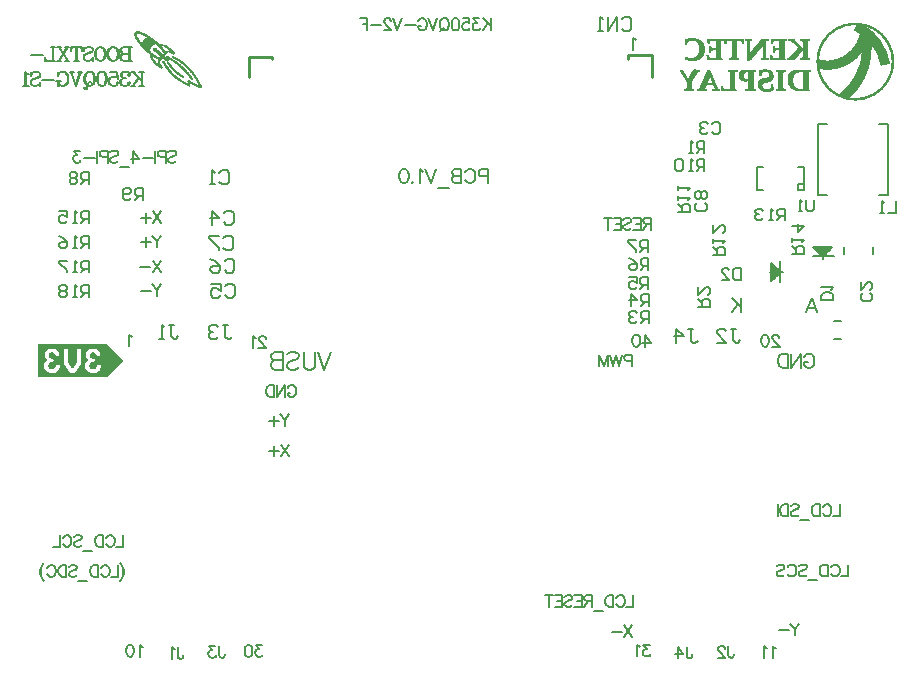
<source format=gbo>
%FSLAX24Y24*%
%MOIN*%
G70*
G01*
G75*
G04 Layer_Color=32896*
%ADD10C,0.0394*%
%ADD11C,0.0098*%
%ADD12C,0.0118*%
%ADD13C,0.0197*%
%ADD14R,0.0906X0.0795*%
%ADD15C,0.0591*%
%ADD16R,0.0591X0.0591*%
%ADD17R,0.0709X0.0709*%
%ADD18C,0.0217*%
%ADD19C,0.0236*%
%ADD20R,0.1772X0.0591*%
%ADD21O,0.0433X0.0394*%
%ADD22R,0.0433X0.0394*%
%ADD23R,0.0394X0.0433*%
%ADD24O,0.1772X0.0591*%
%ADD25R,0.0787X0.0591*%
%ADD26R,0.0591X0.0787*%
%ADD27R,0.1063X0.0630*%
%ADD28R,0.0984X0.1299*%
%ADD29R,0.1575X0.1181*%
%ADD30R,0.0157X0.0472*%
%ADD31R,0.0098X0.0709*%
%ADD32R,0.0630X0.1181*%
%ADD33R,0.0630X0.0709*%
%ADD34C,0.0157*%
%ADD35C,0.0079*%
%ADD36R,0.1651X0.0909*%
%ADD37C,0.0671*%
%ADD38R,0.0671X0.0671*%
%ADD39R,0.0789X0.0789*%
%ADD40R,0.1852X0.0671*%
%ADD41O,0.0513X0.0474*%
%ADD42R,0.0513X0.0474*%
%ADD43R,0.0474X0.0513*%
%ADD44O,0.1852X0.0671*%
%ADD45R,0.0867X0.0671*%
%ADD46R,0.0671X0.0867*%
%ADD47R,0.1143X0.0710*%
%ADD48R,0.1064X0.1379*%
%ADD49R,0.1655X0.1261*%
%ADD50R,0.0237X0.0552*%
%ADD51R,0.0178X0.0789*%
%ADD52R,0.0710X0.1261*%
%ADD53R,0.0710X0.0789*%
%ADD54C,0.0007*%
%ADD55C,0.0007*%
%ADD56C,0.0010*%
%ADD57C,0.0050*%
%ADD58C,0.0100*%
%ADD59C,0.0059*%
G36*
X1100Y-2990D02*
Y-2998D01*
X553Y-3544D01*
X-1725D01*
Y-2443D01*
X553D01*
X1100Y-2990D01*
D02*
G37*
%LPC*%
G36*
X-358Y-2585D02*
X-417D01*
X-427Y-2587D01*
X-437Y-2591D01*
X-445Y-2597D01*
X-452Y-2605D01*
X-456Y-2615D01*
X-457Y-2625D01*
Y-3040D01*
X-587Y-3255D01*
X-595D01*
X-725Y-3040D01*
Y-2625D01*
X-726Y-2615D01*
X-730Y-2605D01*
X-736Y-2597D01*
X-745Y-2591D01*
X-754Y-2587D01*
X-765Y-2585D01*
X-824D01*
X-834Y-2587D01*
X-844Y-2591D01*
X-852Y-2597D01*
X-858Y-2605D01*
X-862Y-2615D01*
X-864Y-2625D01*
Y-3068D01*
X-863Y-3068D01*
X-864Y-3069D01*
X-863Y-3074D01*
X-862Y-3078D01*
X-862Y-3079D01*
X-862Y-3079D01*
X-860Y-3084D01*
X-858Y-3088D01*
X-858Y-3088D01*
X-858Y-3089D01*
X-680Y-3383D01*
X-677Y-3387D01*
X-674Y-3391D01*
X-674Y-3391D01*
X-673Y-3391D01*
X-669Y-3394D01*
X-666Y-3397D01*
X-665Y-3397D01*
X-665Y-3397D01*
X-660Y-3399D01*
X-656Y-3401D01*
X-656Y-3401D01*
X-655Y-3401D01*
X-650Y-3402D01*
X-646Y-3402D01*
X-536D01*
X-531Y-3402D01*
X-526Y-3401D01*
X-526Y-3401D01*
X-526Y-3401D01*
X-521Y-3399D01*
X-517Y-3397D01*
X-516Y-3397D01*
X-516Y-3397D01*
X-512Y-3394D01*
X-508Y-3391D01*
X-508Y-3391D01*
X-508Y-3391D01*
X-505Y-3387D01*
X-502Y-3383D01*
X-324Y-3089D01*
X-324Y-3088D01*
X-323Y-3088D01*
X-322Y-3084D01*
X-320Y-3079D01*
X-320Y-3079D01*
X-320Y-3078D01*
X-319Y-3074D01*
X-318Y-3069D01*
X-318Y-3068D01*
X-318Y-3068D01*
Y-2625D01*
X-320Y-2615D01*
X-323Y-2605D01*
X-330Y-2597D01*
X-338Y-2591D01*
X-348Y-2587D01*
X-358Y-2585D01*
D02*
G37*
G36*
X-1257D02*
X-1289D01*
X-1292Y-2586D01*
X-1294Y-2586D01*
X-1327Y-2590D01*
X-1329Y-2591D01*
X-1331Y-2591D01*
X-1363Y-2599D01*
X-1365Y-2600D01*
X-1367Y-2600D01*
X-1392Y-2609D01*
X-1395Y-2611D01*
X-1398Y-2612D01*
X-1421Y-2624D01*
X-1423Y-2626D01*
X-1426Y-2627D01*
X-1447Y-2643D01*
X-1449Y-2645D01*
X-1451Y-2647D01*
X-1471Y-2666D01*
X-1472Y-2668D01*
X-1474Y-2670D01*
X-1491Y-2691D01*
X-1493Y-2694D01*
X-1495Y-2698D01*
X-1504Y-2715D01*
X-1504Y-2717D01*
X-1506Y-2720D01*
X-1513Y-2740D01*
X-1513Y-2742D01*
X-1514Y-2745D01*
X-1519Y-2765D01*
X-1519Y-2768D01*
X-1519Y-2771D01*
X-1521Y-2792D01*
X-1521Y-2794D01*
X-1521Y-2797D01*
X-1520Y-2818D01*
X-1519Y-2821D01*
X-1519Y-2824D01*
X-1515Y-2845D01*
X-1514Y-2847D01*
X-1514Y-2850D01*
X-1507Y-2869D01*
X-1506Y-2872D01*
X-1505Y-2875D01*
X-1496Y-2893D01*
X-1494Y-2895D01*
X-1493Y-2897D01*
X-1481Y-2914D01*
X-1480Y-2916D01*
X-1478Y-2918D01*
X-1465Y-2933D01*
X-1462Y-2935D01*
X-1460Y-2937D01*
X-1446Y-2948D01*
X-1443Y-2950D01*
X-1440Y-2952D01*
X-1431Y-2958D01*
X-1431Y-2965D01*
X-1443Y-2970D01*
X-1446Y-2972D01*
X-1449Y-2973D01*
X-1466Y-2983D01*
X-1468Y-2985D01*
X-1470Y-2987D01*
X-1486Y-3000D01*
X-1488Y-3002D01*
X-1490Y-3004D01*
X-1505Y-3019D01*
X-1506Y-3022D01*
X-1508Y-3024D01*
X-1520Y-3042D01*
X-1522Y-3045D01*
X-1523Y-3047D01*
X-1533Y-3067D01*
X-1533Y-3070D01*
X-1534Y-3072D01*
X-1542Y-3093D01*
X-1542Y-3096D01*
X-1543Y-3099D01*
X-1547Y-3122D01*
X-1548Y-3125D01*
X-1548Y-3127D01*
X-1549Y-3152D01*
X-1549Y-3154D01*
X-1549Y-3156D01*
X-1548Y-3180D01*
X-1548Y-3183D01*
X-1548Y-3186D01*
X-1543Y-3210D01*
X-1543Y-3212D01*
X-1542Y-3214D01*
X-1535Y-3237D01*
X-1534Y-3240D01*
X-1534Y-3242D01*
X-1524Y-3264D01*
X-1523Y-3266D01*
X-1522Y-3268D01*
X-1510Y-3288D01*
X-1509Y-3290D01*
X-1507Y-3292D01*
X-1494Y-3310D01*
X-1492Y-3312D01*
X-1490Y-3314D01*
X-1474Y-3330D01*
X-1472Y-3332D01*
X-1470Y-3333D01*
X-1452Y-3347D01*
X-1450Y-3348D01*
X-1448Y-3350D01*
X-1420Y-3366D01*
X-1419Y-3366D01*
X-1417Y-3368D01*
X-1388Y-3381D01*
X-1385Y-3381D01*
X-1383Y-3382D01*
X-1353Y-3392D01*
X-1351Y-3392D01*
X-1349Y-3393D01*
X-1318Y-3399D01*
X-1316Y-3399D01*
X-1314Y-3400D01*
X-1283Y-3402D01*
X-1280Y-3402D01*
X-1278Y-3402D01*
X-1247Y-3401D01*
X-1245Y-3401D01*
X-1243Y-3401D01*
X-1212Y-3396D01*
X-1209Y-3395D01*
X-1207Y-3395D01*
X-1184Y-3389D01*
X-1181Y-3388D01*
X-1178Y-3387D01*
X-1156Y-3378D01*
X-1154Y-3376D01*
X-1151Y-3375D01*
X-1130Y-3363D01*
X-1128Y-3362D01*
X-1126Y-3360D01*
X-1105Y-3345D01*
X-1104Y-3344D01*
X-1102Y-3342D01*
X-1083Y-3325D01*
X-1081Y-3323D01*
X-1080Y-3321D01*
X-1063Y-3301D01*
X-1062Y-3299D01*
X-1060Y-3297D01*
X-1045Y-3275D01*
X-1044Y-3273D01*
X-1043Y-3271D01*
X-1031Y-3247D01*
X-1030Y-3245D01*
X-1029Y-3243D01*
X-1019Y-3217D01*
X-1019Y-3215D01*
X-1018Y-3213D01*
X-1011Y-3186D01*
X-1010Y-3184D01*
X-1010Y-3182D01*
X-1007Y-3165D01*
X-1007Y-3162D01*
X-1007Y-3159D01*
X-1007Y-3157D01*
X-1007Y-3154D01*
X-1008Y-3152D01*
X-1008Y-3149D01*
X-1009Y-3147D01*
X-1009Y-3144D01*
X-1011Y-3142D01*
X-1012Y-3139D01*
X-1013Y-3137D01*
X-1015Y-3135D01*
X-1017Y-3133D01*
X-1018Y-3131D01*
X-1020Y-3129D01*
X-1022Y-3128D01*
X-1024Y-3126D01*
X-1027Y-3124D01*
X-1029Y-3124D01*
X-1031Y-3122D01*
X-1034Y-3122D01*
X-1036Y-3120D01*
X-1039Y-3120D01*
X-1041Y-3119D01*
X-1044Y-3119D01*
X-1047Y-3119D01*
X-1103D01*
X-1104Y-3119D01*
X-1106Y-3119D01*
X-1110Y-3120D01*
X-1113Y-3120D01*
X-1115Y-3121D01*
X-1116Y-3121D01*
X-1119Y-3123D01*
X-1123Y-3124D01*
X-1124Y-3125D01*
X-1125Y-3126D01*
X-1128Y-3128D01*
X-1131Y-3131D01*
X-1132Y-3132D01*
X-1133Y-3133D01*
X-1135Y-3136D01*
X-1138Y-3139D01*
X-1138Y-3140D01*
X-1139Y-3141D01*
X-1140Y-3145D01*
X-1142Y-3149D01*
X-1142Y-3150D01*
X-1142Y-3151D01*
X-1145Y-3166D01*
X-1153Y-3188D01*
X-1163Y-3209D01*
X-1176Y-3227D01*
X-1192Y-3243D01*
X-1210Y-3256D01*
X-1229Y-3266D01*
X-1249Y-3273D01*
X-1270Y-3276D01*
X-1291Y-3275D01*
X-1312Y-3271D01*
X-1332Y-3264D01*
X-1351Y-3253D01*
X-1366Y-3240D01*
X-1379Y-3223D01*
X-1389Y-3205D01*
X-1396Y-3184D01*
X-1399Y-3163D01*
X-1400Y-3141D01*
X-1396Y-3120D01*
X-1389Y-3099D01*
X-1379Y-3081D01*
X-1366Y-3064D01*
X-1351Y-3051D01*
X-1334Y-3040D01*
X-1315Y-3034D01*
X-1285Y-3026D01*
X-1259Y-3024D01*
X-1256Y-3023D01*
X-1253Y-3023D01*
X-1251Y-3022D01*
X-1249Y-3021D01*
X-1246Y-3020D01*
X-1243Y-3019D01*
X-1241Y-3017D01*
X-1240Y-3017D01*
X-1237Y-3014D01*
X-1235Y-3012D01*
X-1234Y-3011D01*
X-1232Y-3010D01*
X-1230Y-3007D01*
X-1228Y-3004D01*
X-1228Y-3002D01*
X-1227Y-3001D01*
X-1226Y-2998D01*
X-1224Y-2994D01*
X-1224Y-2993D01*
X-1224Y-2991D01*
X-1223Y-2987D01*
X-1223Y-2984D01*
Y-2962D01*
X-1223Y-2959D01*
X-1224Y-2956D01*
X-1224Y-2954D01*
X-1224Y-2952D01*
X-1226Y-2949D01*
X-1227Y-2946D01*
X-1228Y-2944D01*
X-1228Y-2942D01*
X-1230Y-2940D01*
X-1232Y-2937D01*
X-1233Y-2936D01*
X-1235Y-2934D01*
X-1237Y-2932D01*
X-1240Y-2930D01*
X-1241Y-2929D01*
X-1243Y-2928D01*
X-1246Y-2927D01*
X-1249Y-2925D01*
X-1251Y-2925D01*
X-1253Y-2924D01*
X-1256Y-2923D01*
X-1259Y-2923D01*
X-1274Y-2921D01*
X-1298Y-2916D01*
X-1322Y-2907D01*
X-1339Y-2898D01*
X-1354Y-2886D01*
X-1366Y-2872D01*
X-1375Y-2854D01*
X-1381Y-2835D01*
X-1384Y-2815D01*
X-1383Y-2795D01*
X-1378Y-2776D01*
X-1370Y-2757D01*
X-1359Y-2742D01*
X-1345Y-2728D01*
X-1329Y-2719D01*
X-1311Y-2712D01*
X-1291Y-2708D01*
X-1271Y-2708D01*
X-1252Y-2711D01*
X-1232Y-2716D01*
X-1213Y-2725D01*
X-1196Y-2737D01*
X-1181Y-2753D01*
X-1169Y-2771D01*
X-1161Y-2792D01*
X-1157Y-2807D01*
X-1157Y-2807D01*
X-1157Y-2807D01*
X-1155Y-2812D01*
X-1153Y-2817D01*
X-1153Y-2817D01*
X-1153Y-2817D01*
X-1150Y-2821D01*
X-1147Y-2825D01*
X-1146Y-2825D01*
X-1146Y-2825D01*
X-1142Y-2828D01*
X-1139Y-2831D01*
X-1138Y-2831D01*
X-1138Y-2832D01*
X-1133Y-2833D01*
X-1129Y-2835D01*
X-1129Y-2835D01*
X-1128Y-2836D01*
X-1123Y-2836D01*
X-1119Y-2837D01*
X-1118Y-2837D01*
X-1118Y-2837D01*
X-1068D01*
X-1065Y-2837D01*
X-1062Y-2836D01*
X-1060Y-2836D01*
X-1057Y-2836D01*
X-1055Y-2834D01*
X-1052Y-2834D01*
X-1050Y-2832D01*
X-1048Y-2832D01*
X-1045Y-2830D01*
X-1043Y-2828D01*
X-1041Y-2827D01*
X-1040Y-2825D01*
X-1038Y-2823D01*
X-1036Y-2821D01*
X-1035Y-2819D01*
X-1033Y-2817D01*
X-1032Y-2814D01*
X-1031Y-2811D01*
X-1030Y-2809D01*
X-1029Y-2807D01*
X-1029Y-2804D01*
X-1028Y-2801D01*
X-1028Y-2799D01*
X-1028Y-2797D01*
X-1028Y-2794D01*
X-1028Y-2791D01*
X-1031Y-2776D01*
X-1031Y-2774D01*
X-1032Y-2771D01*
X-1039Y-2746D01*
X-1040Y-2744D01*
X-1041Y-2741D01*
X-1050Y-2718D01*
X-1052Y-2715D01*
X-1053Y-2713D01*
X-1066Y-2691D01*
X-1067Y-2689D01*
X-1068Y-2687D01*
X-1083Y-2667D01*
X-1085Y-2665D01*
X-1087Y-2663D01*
X-1104Y-2645D01*
X-1106Y-2643D01*
X-1108Y-2642D01*
X-1127Y-2627D01*
X-1129Y-2625D01*
X-1132Y-2623D01*
X-1152Y-2612D01*
X-1155Y-2611D01*
X-1157Y-2609D01*
X-1179Y-2601D01*
X-1181Y-2600D01*
X-1183Y-2599D01*
X-1215Y-2591D01*
X-1217Y-2591D01*
X-1220Y-2590D01*
X-1252Y-2586D01*
X-1254Y-2586D01*
X-1257Y-2585D01*
D02*
G37*
G36*
X114D02*
X82D01*
X80Y-2586D01*
X77Y-2586D01*
X45Y-2590D01*
X42Y-2591D01*
X40Y-2591D01*
X8Y-2599D01*
X6Y-2600D01*
X4Y-2600D01*
X-21Y-2609D01*
X-23Y-2611D01*
X-26Y-2612D01*
X-49Y-2624D01*
X-52Y-2626D01*
X-54Y-2627D01*
X-76Y-2643D01*
X-78Y-2645D01*
X-80Y-2647D01*
X-99Y-2666D01*
X-101Y-2668D01*
X-103Y-2670D01*
X-119Y-2691D01*
X-121Y-2694D01*
X-123Y-2698D01*
X-132Y-2715D01*
X-133Y-2717D01*
X-134Y-2720D01*
X-141Y-2740D01*
X-142Y-2742D01*
X-143Y-2745D01*
X-147Y-2765D01*
X-147Y-2768D01*
X-148Y-2771D01*
X-149Y-2792D01*
X-149Y-2794D01*
X-149Y-2797D01*
X-148Y-2818D01*
X-148Y-2821D01*
X-148Y-2824D01*
X-144Y-2845D01*
X-143Y-2847D01*
X-142Y-2850D01*
X-136Y-2869D01*
X-134Y-2872D01*
X-133Y-2875D01*
X-124Y-2893D01*
X-123Y-2895D01*
X-121Y-2897D01*
X-110Y-2914D01*
X-108Y-2916D01*
X-107Y-2918D01*
X-93Y-2933D01*
X-91Y-2935D01*
X-89Y-2937D01*
X-74Y-2948D01*
X-72Y-2950D01*
X-69Y-2952D01*
X-59Y-2958D01*
X-60Y-2965D01*
X-71Y-2970D01*
X-74Y-2972D01*
X-77Y-2973D01*
X-94Y-2983D01*
X-96Y-2985D01*
X-99Y-2987D01*
X-115Y-3000D01*
X-117Y-3002D01*
X-119Y-3004D01*
X-133Y-3019D01*
X-135Y-3022D01*
X-137Y-3024D01*
X-149Y-3042D01*
X-150Y-3045D01*
X-152Y-3047D01*
X-161Y-3067D01*
X-162Y-3070D01*
X-163Y-3072D01*
X-170Y-3093D01*
X-171Y-3096D01*
X-172Y-3099D01*
X-176Y-3122D01*
X-176Y-3125D01*
X-177Y-3127D01*
X-178Y-3152D01*
X-178Y-3154D01*
X-178Y-3156D01*
X-177Y-3180D01*
X-176Y-3183D01*
X-176Y-3186D01*
X-172Y-3210D01*
X-171Y-3212D01*
X-171Y-3214D01*
X-164Y-3237D01*
X-163Y-3240D01*
X-162Y-3242D01*
X-153Y-3264D01*
X-152Y-3266D01*
X-151Y-3268D01*
X-139Y-3288D01*
X-137Y-3290D01*
X-136Y-3292D01*
X-122Y-3310D01*
X-120Y-3312D01*
X-119Y-3314D01*
X-103Y-3330D01*
X-101Y-3332D01*
X-99Y-3333D01*
X-81Y-3347D01*
X-79Y-3348D01*
X-77Y-3350D01*
X-49Y-3366D01*
X-47Y-3366D01*
X-45Y-3368D01*
X-16Y-3381D01*
X-14Y-3381D01*
X-12Y-3382D01*
X18Y-3392D01*
X20Y-3392D01*
X23Y-3393D01*
X53Y-3399D01*
X56Y-3399D01*
X58Y-3400D01*
X89Y-3402D01*
X91Y-3402D01*
X93Y-3402D01*
X124Y-3401D01*
X127Y-3401D01*
X129Y-3401D01*
X160Y-3396D01*
X162Y-3395D01*
X164Y-3395D01*
X188Y-3389D01*
X190Y-3388D01*
X193Y-3387D01*
X215Y-3378D01*
X218Y-3376D01*
X220Y-3375D01*
X242Y-3363D01*
X243Y-3362D01*
X246Y-3360D01*
X266Y-3345D01*
X268Y-3344D01*
X269Y-3342D01*
X288Y-3325D01*
X290Y-3323D01*
X292Y-3321D01*
X309Y-3301D01*
X310Y-3299D01*
X311Y-3297D01*
X326Y-3275D01*
X327Y-3273D01*
X328Y-3271D01*
X341Y-3247D01*
X341Y-3245D01*
X342Y-3243D01*
X352Y-3217D01*
X353Y-3215D01*
X354Y-3213D01*
X361Y-3186D01*
X361Y-3184D01*
X362Y-3182D01*
X364Y-3165D01*
X364Y-3162D01*
X365Y-3159D01*
X364Y-3157D01*
X364Y-3154D01*
X364Y-3152D01*
X363Y-3149D01*
X362Y-3147D01*
X362Y-3144D01*
X360Y-3142D01*
X359Y-3139D01*
X358Y-3137D01*
X357Y-3135D01*
X355Y-3133D01*
X353Y-3131D01*
X351Y-3129D01*
X350Y-3128D01*
X347Y-3126D01*
X345Y-3124D01*
X343Y-3124D01*
X341Y-3122D01*
X338Y-3122D01*
X335Y-3120D01*
X333Y-3120D01*
X331Y-3119D01*
X328Y-3119D01*
X325Y-3119D01*
X268D01*
X267Y-3119D01*
X266Y-3119D01*
X262Y-3120D01*
X258Y-3120D01*
X257Y-3121D01*
X255Y-3121D01*
X252Y-3123D01*
X248Y-3124D01*
X247Y-3125D01*
X246Y-3126D01*
X243Y-3128D01*
X240Y-3131D01*
X239Y-3132D01*
X238Y-3133D01*
X236Y-3136D01*
X234Y-3139D01*
X233Y-3140D01*
X232Y-3141D01*
X231Y-3145D01*
X230Y-3149D01*
X230Y-3150D01*
X229Y-3151D01*
X226Y-3166D01*
X219Y-3188D01*
X208Y-3209D01*
X195Y-3227D01*
X179Y-3243D01*
X162Y-3256D01*
X143Y-3266D01*
X123Y-3273D01*
X101Y-3276D01*
X80Y-3275D01*
X60Y-3271D01*
X40Y-3264D01*
X21Y-3253D01*
X5Y-3240D01*
X-7Y-3223D01*
X-18Y-3205D01*
X-25Y-3184D01*
X-28Y-3163D01*
X-28Y-3141D01*
X-25Y-3120D01*
X-18Y-3099D01*
X-8Y-3081D01*
X5Y-3064D01*
X20Y-3051D01*
X38Y-3040D01*
X56Y-3034D01*
X86Y-3026D01*
X112Y-3024D01*
X115Y-3023D01*
X119Y-3023D01*
X120Y-3022D01*
X122Y-3021D01*
X125Y-3020D01*
X128Y-3019D01*
X130Y-3017D01*
X131Y-3017D01*
X134Y-3014D01*
X137Y-3012D01*
X138Y-3011D01*
X139Y-3010D01*
X141Y-3007D01*
X143Y-3004D01*
X144Y-3002D01*
X145Y-3001D01*
X146Y-2998D01*
X147Y-2994D01*
X147Y-2993D01*
X148Y-2991D01*
X148Y-2987D01*
X148Y-2984D01*
Y-2962D01*
X148Y-2959D01*
X148Y-2956D01*
X147Y-2954D01*
X147Y-2952D01*
X146Y-2949D01*
X145Y-2946D01*
X144Y-2944D01*
X143Y-2942D01*
X141Y-2940D01*
X139Y-2937D01*
X138Y-2936D01*
X137Y-2934D01*
X134Y-2932D01*
X132Y-2930D01*
X130Y-2929D01*
X128Y-2928D01*
X125Y-2927D01*
X122Y-2925D01*
X121Y-2925D01*
X119Y-2924D01*
X116Y-2923D01*
X112Y-2923D01*
X97Y-2921D01*
X73Y-2916D01*
X49Y-2907D01*
X32Y-2898D01*
X18Y-2886D01*
X6Y-2872D01*
X-4Y-2854D01*
X-10Y-2835D01*
X-12Y-2815D01*
X-11Y-2795D01*
X-7Y-2776D01*
X1Y-2757D01*
X12Y-2742D01*
X26Y-2728D01*
X42Y-2719D01*
X61Y-2712D01*
X80Y-2708D01*
X100Y-2708D01*
X120Y-2711D01*
X139Y-2716D01*
X158Y-2725D01*
X175Y-2737D01*
X190Y-2753D01*
X202Y-2771D01*
X211Y-2792D01*
X215Y-2807D01*
X215Y-2807D01*
X215Y-2807D01*
X217Y-2812D01*
X218Y-2817D01*
X219Y-2817D01*
X219Y-2817D01*
X222Y-2821D01*
X225Y-2825D01*
X225Y-2825D01*
X225Y-2825D01*
X229Y-2828D01*
X233Y-2831D01*
X233Y-2831D01*
X233Y-2832D01*
X238Y-2833D01*
X242Y-2835D01*
X243Y-2835D01*
X243Y-2836D01*
X248Y-2836D01*
X253Y-2837D01*
X253Y-2837D01*
X253Y-2837D01*
X304D01*
X307Y-2837D01*
X310Y-2836D01*
X312Y-2836D01*
X314Y-2836D01*
X317Y-2834D01*
X320Y-2834D01*
X322Y-2832D01*
X324Y-2832D01*
X326Y-2830D01*
X329Y-2828D01*
X330Y-2827D01*
X332Y-2825D01*
X334Y-2823D01*
X336Y-2821D01*
X337Y-2819D01*
X338Y-2817D01*
X339Y-2814D01*
X341Y-2811D01*
X341Y-2809D01*
X342Y-2807D01*
X343Y-2804D01*
X343Y-2801D01*
X343Y-2799D01*
X343Y-2797D01*
X343Y-2794D01*
X343Y-2791D01*
X341Y-2776D01*
X340Y-2774D01*
X340Y-2771D01*
X332Y-2746D01*
X331Y-2744D01*
X331Y-2741D01*
X321Y-2718D01*
X320Y-2715D01*
X319Y-2713D01*
X305Y-2691D01*
X304Y-2689D01*
X303Y-2687D01*
X288Y-2667D01*
X286Y-2665D01*
X284Y-2663D01*
X267Y-2645D01*
X265Y-2643D01*
X263Y-2642D01*
X245Y-2627D01*
X242Y-2625D01*
X240Y-2623D01*
X219Y-2612D01*
X217Y-2611D01*
X214Y-2609D01*
X193Y-2601D01*
X190Y-2600D01*
X188Y-2599D01*
X157Y-2591D01*
X154Y-2591D01*
X152Y-2590D01*
X119Y-2586D01*
X117Y-2586D01*
X114Y-2585D01*
D02*
G37*
%LPD*%
D35*
X24076Y500D02*
X24785D01*
X24417Y408D02*
Y841D01*
X22988Y-375D02*
Y334D01*
X22647Y-34D02*
X23081D01*
X25110Y563D02*
Y799D01*
X26094Y563D02*
Y799D01*
X26291Y2531D02*
X26606D01*
Y4894D01*
X26291D02*
X26606D01*
X24244Y2531D02*
X24559D01*
X24244D02*
Y4894D01*
X24559D01*
X23793Y2691D02*
Y3478D01*
X23596Y2691D02*
X23793D01*
X23596Y3478D02*
X23793D01*
X22218D02*
X22415D01*
X22218Y2691D02*
Y3478D01*
Y2691D02*
X22415D01*
X23596Y2888D02*
X23793D01*
X23596Y2691D02*
Y2888D01*
X24776Y-1650D02*
X25012D01*
X24776Y-2280D02*
X25012D01*
X8031Y-2697D02*
X7807Y-3287D01*
X7582Y-2697D02*
X7807Y-3287D01*
X7506Y-2697D02*
Y-3119D01*
X7478Y-3203D01*
X7421Y-3259D01*
X7337Y-3287D01*
X7281D01*
X7196Y-3259D01*
X7140Y-3203D01*
X7112Y-3119D01*
Y-2697D01*
X6555Y-2781D02*
X6612Y-2725D01*
X6696Y-2697D01*
X6808D01*
X6893Y-2725D01*
X6949Y-2781D01*
Y-2838D01*
X6921Y-2894D01*
X6893Y-2922D01*
X6837Y-2950D01*
X6668Y-3006D01*
X6612Y-3034D01*
X6584Y-3062D01*
X6555Y-3119D01*
Y-3203D01*
X6612Y-3259D01*
X6696Y-3287D01*
X6808D01*
X6893Y-3259D01*
X6949Y-3203D01*
X6423Y-2697D02*
Y-3287D01*
Y-2697D02*
X6170D01*
X6086Y-2725D01*
X6058Y-2753D01*
X6030Y-2809D01*
Y-2866D01*
X6058Y-2922D01*
X6086Y-2950D01*
X6170Y-2978D01*
X6423D02*
X6170D01*
X6086Y-3006D01*
X6058Y-3034D01*
X6030Y-3091D01*
Y-3175D01*
X6058Y-3231D01*
X6086Y-3259D01*
X6170Y-3287D01*
X6423D01*
X23796Y-2868D02*
X23819Y-2823D01*
X23864Y-2779D01*
X23909Y-2756D01*
X23999D01*
X24044Y-2779D01*
X24089Y-2823D01*
X24111Y-2868D01*
X24134Y-2936D01*
Y-3048D01*
X24111Y-3116D01*
X24089Y-3161D01*
X24044Y-3206D01*
X23999Y-3228D01*
X23909D01*
X23864Y-3206D01*
X23819Y-3161D01*
X23796Y-3116D01*
Y-3048D01*
X23909D02*
X23796D01*
X23689Y-2756D02*
Y-3228D01*
Y-2756D02*
X23374Y-3228D01*
Y-2756D02*
Y-3228D01*
X23243Y-2756D02*
Y-3228D01*
Y-2756D02*
X23086D01*
X23018Y-2779D01*
X22973Y-2823D01*
X22951Y-2868D01*
X22928Y-2936D01*
Y-3048D01*
X22951Y-3116D01*
X22973Y-3161D01*
X23018Y-3206D01*
X23086Y-3228D01*
X23243D01*
X23872Y-1378D02*
X24052Y-906D01*
X24232Y-1378D01*
X24165Y-1221D02*
X23940D01*
X21693Y-898D02*
Y-1370D01*
X21378Y-898D02*
X21693Y-1213D01*
X21580Y-1100D02*
X21378Y-1370D01*
D54*
X25462Y5715D02*
D03*
X25511D02*
D03*
X25406Y5722D02*
D03*
X25567D02*
D03*
X25350Y5729D02*
D03*
X25623D02*
D03*
X25294Y5736D02*
D03*
X25679D02*
D03*
X25238Y5743D02*
D03*
X25735D02*
D03*
X25182Y5750D02*
D03*
X25791D02*
D03*
X25140Y5757D02*
D03*
X25826D02*
D03*
X25126Y5764D02*
D03*
X25462D02*
D03*
X25511D02*
D03*
X25840D02*
D03*
X25112Y5771D02*
D03*
X25406D02*
D03*
X25567D02*
D03*
X25854D02*
D03*
X25091Y5778D02*
D03*
X25357D02*
D03*
X25609D02*
D03*
X25875D02*
D03*
X25077Y5785D02*
D03*
X25301D02*
D03*
X25665D02*
D03*
X25889D02*
D03*
X25063Y5792D02*
D03*
X25280D02*
D03*
X25714D02*
D03*
X25903D02*
D03*
X25042Y5799D02*
D03*
X25287D02*
D03*
X25756D02*
D03*
X25924D02*
D03*
X25028Y5806D02*
D03*
X25294D02*
D03*
X25812D02*
D03*
X25938D02*
D03*
X25014Y5813D02*
D03*
X25301D02*
D03*
X25826D02*
D03*
X25952D02*
D03*
X25000Y5820D02*
D03*
X25301D02*
D03*
X25840D02*
D03*
X25966D02*
D03*
X24979Y5827D02*
D03*
X25308D02*
D03*
X25861D02*
D03*
X25987D02*
D03*
X24965Y5834D02*
D03*
X25315D02*
D03*
X25875D02*
D03*
X26001D02*
D03*
X24944Y5841D02*
D03*
X25322D02*
D03*
X25896D02*
D03*
X26022D02*
D03*
X24930Y5848D02*
D03*
X25329D02*
D03*
X25910D02*
D03*
X26036D02*
D03*
X24909Y5855D02*
D03*
X25336D02*
D03*
X25924D02*
D03*
X26057D02*
D03*
X24888Y5862D02*
D03*
X24993D02*
D03*
X25000D02*
D03*
X25343D02*
D03*
X25945D02*
D03*
X26078D02*
D03*
X24874Y5869D02*
D03*
X25350D02*
D03*
X25959D02*
D03*
X26092D02*
D03*
X24860Y5876D02*
D03*
X24958D02*
D03*
X24965D02*
D03*
X25357D02*
D03*
X25980D02*
D03*
X26106D02*
D03*
X24846Y5883D02*
D03*
X25364D02*
D03*
X25994D02*
D03*
X26120D02*
D03*
X24839Y5890D02*
D03*
X25371D02*
D03*
X26008D02*
D03*
X26127D02*
D03*
X24825Y5897D02*
D03*
X24937D02*
D03*
X24958D02*
D03*
X25378D02*
D03*
X26029D02*
D03*
X26141D02*
D03*
X24818Y5904D02*
D03*
X24923D02*
D03*
X24965D02*
D03*
X25385D02*
D03*
X26043D02*
D03*
X26148D02*
D03*
X24811Y5911D02*
D03*
X24909D02*
D03*
X24972D02*
D03*
X25392D02*
D03*
X26057D02*
D03*
X26155D02*
D03*
X24797Y5918D02*
D03*
X24888D02*
D03*
X24986D02*
D03*
X25392D02*
D03*
X26078D02*
D03*
X26169D02*
D03*
X24790Y5925D02*
D03*
X24874D02*
D03*
X24993D02*
D03*
X25399D02*
D03*
X26092D02*
D03*
X26176D02*
D03*
X24783Y5932D02*
D03*
X24860D02*
D03*
X25000D02*
D03*
X25406D02*
D03*
X26106D02*
D03*
X26183D02*
D03*
X24769Y5939D02*
D03*
X24853D02*
D03*
X25007D02*
D03*
X25413D02*
D03*
X26113D02*
D03*
X26197D02*
D03*
X24762Y5946D02*
D03*
X24839D02*
D03*
X25014D02*
D03*
X25420D02*
D03*
X26127D02*
D03*
X26204D02*
D03*
X22490Y6002D02*
D03*
X22602D02*
D03*
X24755Y5953D02*
D03*
X24832D02*
D03*
X25021D02*
D03*
X25427D02*
D03*
X26134D02*
D03*
X26211D02*
D03*
X22448Y6009D02*
D03*
X22644D02*
D03*
X24748Y5960D02*
D03*
X24825D02*
D03*
X25028D02*
D03*
X25434D02*
D03*
X26141D02*
D03*
X26218D02*
D03*
X22427Y6016D02*
D03*
X22672D02*
D03*
X24734Y5967D02*
D03*
X24811D02*
D03*
X25035D02*
D03*
X25441D02*
D03*
X26155D02*
D03*
X26232D02*
D03*
X20229Y6023D02*
D03*
X20537D02*
D03*
X20740D02*
D03*
X20964D02*
D03*
X21027D02*
D03*
X21517D02*
D03*
X21839D02*
D03*
X22161D02*
D03*
X22406D02*
D03*
X22693D02*
D03*
X22847D02*
D03*
X23155D02*
D03*
X23568D02*
D03*
X23960D02*
D03*
X24727Y5974D02*
D03*
X24804D02*
D03*
X25042D02*
D03*
X25448D02*
D03*
X26162D02*
D03*
X26239D02*
D03*
X19795Y6030D02*
D03*
X20103D02*
D03*
X20229D02*
D03*
X20537D02*
D03*
X20740D02*
D03*
X20964D02*
D03*
X21027D02*
D03*
X21517D02*
D03*
X21839D02*
D03*
X22161D02*
D03*
X22385D02*
D03*
X22714D02*
D03*
X22847D02*
D03*
X23155D02*
D03*
X23533D02*
D03*
X23960D02*
D03*
X24720Y5981D02*
D03*
X24797D02*
D03*
X25049D02*
D03*
X25455D02*
D03*
X26169D02*
D03*
X26246D02*
D03*
X19795Y6037D02*
D03*
X20103D02*
D03*
X20229D02*
D03*
X20537D02*
D03*
X20740D02*
D03*
X20964D02*
D03*
X21027D02*
D03*
X21517D02*
D03*
X21839D02*
D03*
X22161D02*
D03*
X22378D02*
D03*
X22728D02*
D03*
X22847D02*
D03*
X23155D02*
D03*
X23505D02*
D03*
X23960D02*
D03*
X24706Y5988D02*
D03*
X24783D02*
D03*
X25056D02*
D03*
X25462D02*
D03*
X26183D02*
D03*
X26260D02*
D03*
X19795Y6044D02*
D03*
X20103D02*
D03*
X20229D02*
D03*
X20537D02*
D03*
X20740D02*
D03*
X20964D02*
D03*
X21027D02*
D03*
X21510D02*
D03*
X21839D02*
D03*
X22161D02*
D03*
X22364D02*
D03*
X22742D02*
D03*
X22847D02*
D03*
X23155D02*
D03*
X23484D02*
D03*
X23953D02*
D03*
X24699Y5995D02*
D03*
X24776D02*
D03*
X25063D02*
D03*
X25469D02*
D03*
X26190D02*
D03*
X26267D02*
D03*
X19795Y6051D02*
D03*
X20103D02*
D03*
X20229D02*
D03*
X20537D02*
D03*
X20740D02*
D03*
X20964D02*
D03*
X21027D02*
D03*
X21496D02*
D03*
X21839D02*
D03*
X22161D02*
D03*
X22350D02*
D03*
X22749D02*
D03*
X22847D02*
D03*
X23155D02*
D03*
X23470D02*
D03*
X23939D02*
D03*
X24692Y6002D02*
D03*
X24769D02*
D03*
X25070D02*
D03*
X25476D02*
D03*
X26197D02*
D03*
X26274D02*
D03*
X19795Y6058D02*
D03*
X20103D02*
D03*
X20229D02*
D03*
X20537D02*
D03*
X20740D02*
D03*
X20964D02*
D03*
X21027D02*
D03*
X21489D02*
D03*
X21839D02*
D03*
X22161D02*
D03*
X22343D02*
D03*
X22483D02*
D03*
X22567D02*
D03*
X22756D02*
D03*
X22847D02*
D03*
X23155D02*
D03*
X23456D02*
D03*
X23932D02*
D03*
X24685Y6009D02*
D03*
X24755D02*
D03*
X25084D02*
D03*
X25483D02*
D03*
X26211D02*
D03*
X26281D02*
D03*
X19795Y6065D02*
D03*
X20103D02*
D03*
X20271D02*
D03*
X20481D02*
D03*
X20789D02*
D03*
X20929D02*
D03*
X21027D02*
D03*
X21475D02*
D03*
X21902D02*
D03*
X22112D02*
D03*
X22336D02*
D03*
X22462D02*
D03*
X22595D02*
D03*
X22756D02*
D03*
X22896D02*
D03*
X23106D02*
D03*
X23442D02*
D03*
X23918D02*
D03*
X24671Y6016D02*
D03*
X24748D02*
D03*
X25091D02*
D03*
X25483D02*
D03*
X26218D02*
D03*
X26295D02*
D03*
X19844Y6072D02*
D03*
X20054D02*
D03*
X20285D02*
D03*
X20467D02*
D03*
X20810D02*
D03*
X20908D02*
D03*
X21027D02*
D03*
X21475D02*
D03*
X21923D02*
D03*
X22091D02*
D03*
X22329D02*
D03*
X22441D02*
D03*
X22616D02*
D03*
X22756D02*
D03*
X22917D02*
D03*
X23085D02*
D03*
X23428D02*
D03*
X23918D02*
D03*
X24664Y6023D02*
D03*
X24741D02*
D03*
X25098D02*
D03*
X25490D02*
D03*
X26225D02*
D03*
X26302D02*
D03*
X19865Y6079D02*
D03*
X20033D02*
D03*
X20292D02*
D03*
X20460D02*
D03*
X20817D02*
D03*
X20901D02*
D03*
X21027D02*
D03*
X21132D02*
D03*
X21328D02*
D03*
X21475D02*
D03*
X21930D02*
D03*
X22084D02*
D03*
X22322D02*
D03*
X22434D02*
D03*
X22630D02*
D03*
X22749D02*
D03*
X22924D02*
D03*
X23078D02*
D03*
X23414D02*
D03*
X23617D02*
D03*
X23743D02*
D03*
X23918D02*
D03*
X24657Y6030D02*
D03*
X24727D02*
D03*
X25105D02*
D03*
X25497D02*
D03*
X26239D02*
D03*
X26309D02*
D03*
X19872Y6086D02*
D03*
X20026D02*
D03*
X20299D02*
D03*
X20460D02*
D03*
X20817D02*
D03*
X20894D02*
D03*
X21027D02*
D03*
X21090D02*
D03*
X21328D02*
D03*
X21475D02*
D03*
X21930D02*
D03*
X22084D02*
D03*
X22315D02*
D03*
X22420D02*
D03*
X22644D02*
D03*
X22749D02*
D03*
X22924D02*
D03*
X23078D02*
D03*
X23407D02*
D03*
X23575D02*
D03*
X23764D02*
D03*
X23918D02*
D03*
X24643Y6037D02*
D03*
X24720D02*
D03*
X25112D02*
D03*
X25504D02*
D03*
X26246D02*
D03*
X26323D02*
D03*
X19872Y6093D02*
D03*
X20026D02*
D03*
X20299D02*
D03*
X20467D02*
D03*
X20817D02*
D03*
X20887D02*
D03*
X21027D02*
D03*
X21076D02*
D03*
X21328D02*
D03*
X21468D02*
D03*
X21930D02*
D03*
X22084D02*
D03*
X22308D02*
D03*
X22413D02*
D03*
X22658D02*
D03*
X22749D02*
D03*
X22924D02*
D03*
X23078D02*
D03*
X23393D02*
D03*
X23554D02*
D03*
X23764D02*
D03*
X23911D02*
D03*
X24636Y6044D02*
D03*
X24713D02*
D03*
X25119D02*
D03*
X25511D02*
D03*
X26253D02*
D03*
X26330D02*
D03*
X19872Y6100D02*
D03*
X20026D02*
D03*
X20306D02*
D03*
X20467D02*
D03*
X20810D02*
D03*
X20887D02*
D03*
X21027D02*
D03*
X21069D02*
D03*
X21328D02*
D03*
X21468D02*
D03*
X21930D02*
D03*
X22084D02*
D03*
X22301D02*
D03*
X22406D02*
D03*
X22665D02*
D03*
X22749D02*
D03*
X22924D02*
D03*
X23078D02*
D03*
X23386D02*
D03*
X23540D02*
D03*
X23771D02*
D03*
X23911D02*
D03*
X24629Y6051D02*
D03*
X24699D02*
D03*
X25126D02*
D03*
X25518D02*
D03*
X26267D02*
D03*
X26337D02*
D03*
X19872Y6107D02*
D03*
X20026D02*
D03*
X20306D02*
D03*
X20467D02*
D03*
X20810D02*
D03*
X20880D02*
D03*
X21027D02*
D03*
X21069D02*
D03*
X21328D02*
D03*
X21468D02*
D03*
X21930D02*
D03*
X22077D02*
D03*
X22294D02*
D03*
X22399D02*
D03*
X22672D02*
D03*
X22749D02*
D03*
X22931D02*
D03*
X23071D02*
D03*
X23379D02*
D03*
X23526D02*
D03*
X23771D02*
D03*
X23911D02*
D03*
X24615Y6058D02*
D03*
X24692D02*
D03*
X25133D02*
D03*
X25525D02*
D03*
X26274D02*
D03*
X26351D02*
D03*
X19879Y6114D02*
D03*
X20019D02*
D03*
X20313D02*
D03*
X20474D02*
D03*
X20810D02*
D03*
X20880D02*
D03*
X21020D02*
D03*
X21069D02*
D03*
X21328D02*
D03*
X21468D02*
D03*
X21937D02*
D03*
X22077D02*
D03*
X22294D02*
D03*
X22399D02*
D03*
X22679D02*
D03*
X22749D02*
D03*
X22931D02*
D03*
X23071D02*
D03*
X23365D02*
D03*
X23512D02*
D03*
X23771D02*
D03*
X23911D02*
D03*
X24608Y6065D02*
D03*
X24685D02*
D03*
X25140D02*
D03*
X25532D02*
D03*
X26281D02*
D03*
X26358D02*
D03*
X19879Y6121D02*
D03*
X20019D02*
D03*
X20313D02*
D03*
X20474D02*
D03*
X20810D02*
D03*
X20880D02*
D03*
X21020D02*
D03*
X21069D02*
D03*
X21328D02*
D03*
X21468D02*
D03*
X21937D02*
D03*
X22077D02*
D03*
X22287D02*
D03*
X22392D02*
D03*
X22686D02*
D03*
X22749D02*
D03*
X22931D02*
D03*
X23071D02*
D03*
X23358D02*
D03*
X23505D02*
D03*
X23771D02*
D03*
X23911D02*
D03*
X24601Y6072D02*
D03*
X24671D02*
D03*
X25147D02*
D03*
X25539D02*
D03*
X26295D02*
D03*
X26365D02*
D03*
X19879Y6128D02*
D03*
X20019D02*
D03*
X20320D02*
D03*
X20474D02*
D03*
X20803D02*
D03*
X20873D02*
D03*
X21020D02*
D03*
X21062D02*
D03*
X21328D02*
D03*
X21468D02*
D03*
X21937D02*
D03*
X22077D02*
D03*
X22280D02*
D03*
X22385D02*
D03*
X22693D02*
D03*
X22742D02*
D03*
X22931D02*
D03*
X23071D02*
D03*
X23351D02*
D03*
X23491D02*
D03*
X23771D02*
D03*
X23911D02*
D03*
X24587Y6079D02*
D03*
X24664D02*
D03*
X25154D02*
D03*
X25546D02*
D03*
X26302D02*
D03*
X26379D02*
D03*
X19879Y6135D02*
D03*
X20019D02*
D03*
X20320D02*
D03*
X20481D02*
D03*
X20803D02*
D03*
X20873D02*
D03*
X21020D02*
D03*
X21062D02*
D03*
X21328D02*
D03*
X21468D02*
D03*
X21937D02*
D03*
X22077D02*
D03*
X22280D02*
D03*
X22385D02*
D03*
X22693D02*
D03*
X22742D02*
D03*
X22931D02*
D03*
X23071D02*
D03*
X23344D02*
D03*
X23484D02*
D03*
X23771D02*
D03*
X23911D02*
D03*
X24580Y6086D02*
D03*
X24657D02*
D03*
X25161D02*
D03*
X25553D02*
D03*
X26309D02*
D03*
X26386D02*
D03*
X19879Y6142D02*
D03*
X20019D02*
D03*
X20320D02*
D03*
X20481D02*
D03*
X20803D02*
D03*
X20866D02*
D03*
X21020D02*
D03*
X21062D02*
D03*
X21328D02*
D03*
X21468D02*
D03*
X21937D02*
D03*
X22077D02*
D03*
X22273D02*
D03*
X22378D02*
D03*
X22693D02*
D03*
X22742D02*
D03*
X22931D02*
D03*
X23071D02*
D03*
X23344D02*
D03*
X23477D02*
D03*
X23771D02*
D03*
X23911D02*
D03*
X24573Y6093D02*
D03*
X24650D02*
D03*
X25168D02*
D03*
X25553D02*
D03*
X26316D02*
D03*
X26393D02*
D03*
X19879Y6149D02*
D03*
X20019D02*
D03*
X20327D02*
D03*
X20488D02*
D03*
X20796D02*
D03*
X20866D02*
D03*
X21020D02*
D03*
X21062D02*
D03*
X21328D02*
D03*
X21468D02*
D03*
X21937D02*
D03*
X22077D02*
D03*
X22273D02*
D03*
X22378D02*
D03*
X22693D02*
D03*
X22742D02*
D03*
X22931D02*
D03*
X23071D02*
D03*
X23337D02*
D03*
X23470D02*
D03*
X23771D02*
D03*
X23911D02*
D03*
X24566Y6100D02*
D03*
X24643D02*
D03*
X25175D02*
D03*
X25560D02*
D03*
X26323D02*
D03*
X26400D02*
D03*
X19879Y6156D02*
D03*
X20019D02*
D03*
X20327D02*
D03*
X20488D02*
D03*
X20796D02*
D03*
X20859D02*
D03*
X21020D02*
D03*
X21062D02*
D03*
X21328D02*
D03*
X21468D02*
D03*
X21937D02*
D03*
X22077D02*
D03*
X22266D02*
D03*
X22378D02*
D03*
X22700D02*
D03*
X22742D02*
D03*
X22931D02*
D03*
X23071D02*
D03*
X23330D02*
D03*
X23470D02*
D03*
X23771D02*
D03*
X23911D02*
D03*
X24559Y6107D02*
D03*
X24629D02*
D03*
X25182D02*
D03*
X25567D02*
D03*
X26337D02*
D03*
X26407D02*
D03*
X19879Y6163D02*
D03*
X20019D02*
D03*
X20334D02*
D03*
X20495D02*
D03*
X20796D02*
D03*
X20859D02*
D03*
X21020D02*
D03*
X21062D02*
D03*
X21328D02*
D03*
X21468D02*
D03*
X21937D02*
D03*
X22077D02*
D03*
X22266D02*
D03*
X22378D02*
D03*
X22700D02*
D03*
X22742D02*
D03*
X22931D02*
D03*
X23071D02*
D03*
X23323D02*
D03*
X23463D02*
D03*
X23771D02*
D03*
X23911D02*
D03*
X24559Y6114D02*
D03*
X24622D02*
D03*
X25196D02*
D03*
X25567D02*
D03*
X26344D02*
D03*
X26407D02*
D03*
X19879Y6170D02*
D03*
X20019D02*
D03*
X20334D02*
D03*
X20495D02*
D03*
X20789D02*
D03*
X20859D02*
D03*
X21013D02*
D03*
X21055D02*
D03*
X21328D02*
D03*
X21468D02*
D03*
X21937D02*
D03*
X22077D02*
D03*
X22266D02*
D03*
X22371D02*
D03*
X22700D02*
D03*
X22742D02*
D03*
X22931D02*
D03*
X23071D02*
D03*
X23316D02*
D03*
X23456D02*
D03*
X23771D02*
D03*
X23911D02*
D03*
X24552Y6121D02*
D03*
X24608D02*
D03*
X25203D02*
D03*
X25574D02*
D03*
X26358D02*
D03*
X26414D02*
D03*
X19879Y6177D02*
D03*
X20019D02*
D03*
X20341D02*
D03*
X20495D02*
D03*
X20789D02*
D03*
X20852D02*
D03*
X21013D02*
D03*
X21055D02*
D03*
X21328D02*
D03*
X21468D02*
D03*
X21937D02*
D03*
X22077D02*
D03*
X22259D02*
D03*
X22371D02*
D03*
X22700D02*
D03*
X22742D02*
D03*
X22931D02*
D03*
X23071D02*
D03*
X23316D02*
D03*
X23449D02*
D03*
X23771D02*
D03*
X23911D02*
D03*
X24545Y6128D02*
D03*
X24601D02*
D03*
X25210D02*
D03*
X25581D02*
D03*
X26365D02*
D03*
X26421D02*
D03*
X19879Y6184D02*
D03*
X20019D02*
D03*
X20341D02*
D03*
X20502D02*
D03*
X20782D02*
D03*
X20852D02*
D03*
X21013D02*
D03*
X21055D02*
D03*
X21328D02*
D03*
X21468D02*
D03*
X21937D02*
D03*
X22077D02*
D03*
X22259D02*
D03*
X22371D02*
D03*
X22700D02*
D03*
X22742D02*
D03*
X22931D02*
D03*
X23071D02*
D03*
X23309D02*
D03*
X23449D02*
D03*
X23771D02*
D03*
X23911D02*
D03*
X24538Y6135D02*
D03*
X24601D02*
D03*
X25217D02*
D03*
X25581D02*
D03*
X26372D02*
D03*
X26428D02*
D03*
X19879Y6191D02*
D03*
X20019D02*
D03*
X20341D02*
D03*
X20502D02*
D03*
X20782D02*
D03*
X20845D02*
D03*
X21328D02*
D03*
X21468D02*
D03*
X21937D02*
D03*
X22077D02*
D03*
X22259D02*
D03*
X22371D02*
D03*
X22700D02*
D03*
X22742D02*
D03*
X22931D02*
D03*
X23071D02*
D03*
X23302D02*
D03*
X23442D02*
D03*
X23771D02*
D03*
X23911D02*
D03*
X24538Y6142D02*
D03*
X24594D02*
D03*
X25224D02*
D03*
X25588D02*
D03*
X26372D02*
D03*
X26435D02*
D03*
X19879Y6198D02*
D03*
X20019D02*
D03*
X20348D02*
D03*
X20509D02*
D03*
X20782D02*
D03*
X20845D02*
D03*
X21328D02*
D03*
X21468D02*
D03*
X21937D02*
D03*
X22077D02*
D03*
X22259D02*
D03*
X22371D02*
D03*
X22700D02*
D03*
X22742D02*
D03*
X22931D02*
D03*
X23071D02*
D03*
X23302D02*
D03*
X23442D02*
D03*
X23771D02*
D03*
X23911D02*
D03*
X24531Y6149D02*
D03*
X24587D02*
D03*
X25231D02*
D03*
X25595D02*
D03*
X26379D02*
D03*
X26442D02*
D03*
X19879Y6205D02*
D03*
X20019D02*
D03*
X20348D02*
D03*
X20509D02*
D03*
X20775D02*
D03*
X20838D02*
D03*
X21328D02*
D03*
X21468D02*
D03*
X21937D02*
D03*
X22077D02*
D03*
X22252D02*
D03*
X22371D02*
D03*
X22700D02*
D03*
X22742D02*
D03*
X22931D02*
D03*
X23071D02*
D03*
X23295D02*
D03*
X23435D02*
D03*
X23771D02*
D03*
X23911D02*
D03*
X24524Y6156D02*
D03*
X24580D02*
D03*
X25231D02*
D03*
X25238D02*
D03*
X25245D02*
D03*
X25595D02*
D03*
X26386D02*
D03*
X26442D02*
D03*
X19879Y6212D02*
D03*
X20019D02*
D03*
X20355D02*
D03*
X20509D02*
D03*
X20775D02*
D03*
X20838D02*
D03*
X21328D02*
D03*
X21468D02*
D03*
X21937D02*
D03*
X22077D02*
D03*
X22252D02*
D03*
X22371D02*
D03*
X22700D02*
D03*
X22742D02*
D03*
X22931D02*
D03*
X23071D02*
D03*
X23288D02*
D03*
X23435D02*
D03*
X23771D02*
D03*
X23911D02*
D03*
X24517Y6163D02*
D03*
X24580D02*
D03*
X25238D02*
D03*
X25245D02*
D03*
X25252D02*
D03*
X25602D02*
D03*
X26393D02*
D03*
X26449D02*
D03*
X19879Y6219D02*
D03*
X20019D02*
D03*
X20355D02*
D03*
X20516D02*
D03*
X20768D02*
D03*
X20838D02*
D03*
X21328D02*
D03*
X21468D02*
D03*
X21937D02*
D03*
X22077D02*
D03*
X22252D02*
D03*
X22371D02*
D03*
X22700D02*
D03*
X22742D02*
D03*
X22931D02*
D03*
X23071D02*
D03*
X23288D02*
D03*
X23428D02*
D03*
X23771D02*
D03*
X23911D02*
D03*
X24517Y6170D02*
D03*
X24573D02*
D03*
X25245D02*
D03*
X25252D02*
D03*
X25259D02*
D03*
X25602D02*
D03*
X26393D02*
D03*
X26456D02*
D03*
X19879Y6226D02*
D03*
X20019D02*
D03*
X20362D02*
D03*
X20516D02*
D03*
X20768D02*
D03*
X20831D02*
D03*
X21328D02*
D03*
X21468D02*
D03*
X21937D02*
D03*
X22077D02*
D03*
X22252D02*
D03*
X22378D02*
D03*
X22931D02*
D03*
X23071D02*
D03*
X23281D02*
D03*
X23428D02*
D03*
X23771D02*
D03*
X23911D02*
D03*
X24510Y6177D02*
D03*
X24566D02*
D03*
X25252D02*
D03*
X25259D02*
D03*
X25266D02*
D03*
X25609D02*
D03*
X26400D02*
D03*
X26463D02*
D03*
X19879Y6233D02*
D03*
X20019D02*
D03*
X20362D02*
D03*
X20831D02*
D03*
X21328D02*
D03*
X21468D02*
D03*
X21937D02*
D03*
X22077D02*
D03*
X22252D02*
D03*
X22378D02*
D03*
X22931D02*
D03*
X23071D02*
D03*
X23281D02*
D03*
X23421D02*
D03*
X23771D02*
D03*
X23911D02*
D03*
X24503Y6184D02*
D03*
X24559D02*
D03*
X25259D02*
D03*
X25266D02*
D03*
X25273D02*
D03*
X25616D02*
D03*
X26407D02*
D03*
X26470D02*
D03*
X19879Y6240D02*
D03*
X20019D02*
D03*
X20369D02*
D03*
X20824D02*
D03*
X21328D02*
D03*
X21468D02*
D03*
X21937D02*
D03*
X22077D02*
D03*
X22252D02*
D03*
X22378D02*
D03*
X22931D02*
D03*
X23071D02*
D03*
X23274D02*
D03*
X23421D02*
D03*
X23771D02*
D03*
X23911D02*
D03*
X24496Y6191D02*
D03*
X24552D02*
D03*
X25259D02*
D03*
X25266D02*
D03*
X25273D02*
D03*
X25616D02*
D03*
X26414D02*
D03*
X26470D02*
D03*
X19879Y6247D02*
D03*
X20019D02*
D03*
X20369D02*
D03*
X20824D02*
D03*
X21328D02*
D03*
X21468D02*
D03*
X21937D02*
D03*
X22077D02*
D03*
X22252D02*
D03*
X22385D02*
D03*
X22931D02*
D03*
X23071D02*
D03*
X23274D02*
D03*
X23421D02*
D03*
X23771D02*
D03*
X23911D02*
D03*
X24496Y6198D02*
D03*
X24552D02*
D03*
X25266D02*
D03*
X25273D02*
D03*
X25280D02*
D03*
X25623D02*
D03*
X26414D02*
D03*
X26477D02*
D03*
X19879Y6254D02*
D03*
X20019D02*
D03*
X20369D02*
D03*
X20824D02*
D03*
X21328D02*
D03*
X21468D02*
D03*
X21937D02*
D03*
X22077D02*
D03*
X22252D02*
D03*
X22385D02*
D03*
X22931D02*
D03*
X23071D02*
D03*
X23274D02*
D03*
X23414D02*
D03*
X23771D02*
D03*
X23911D02*
D03*
X24489Y6205D02*
D03*
X24545D02*
D03*
X25273D02*
D03*
X25280D02*
D03*
X25287D02*
D03*
X25623D02*
D03*
X26421D02*
D03*
X26484D02*
D03*
X19879Y6261D02*
D03*
X20019D02*
D03*
X20376D02*
D03*
X20817D02*
D03*
X21328D02*
D03*
X21468D02*
D03*
X21937D02*
D03*
X22077D02*
D03*
X22252D02*
D03*
X22392D02*
D03*
X22931D02*
D03*
X23071D02*
D03*
X23267D02*
D03*
X23414D02*
D03*
X23771D02*
D03*
X23911D02*
D03*
X24482Y6212D02*
D03*
X24538D02*
D03*
X25280D02*
D03*
X25630D02*
D03*
X26428D02*
D03*
X26491D02*
D03*
X19879Y6268D02*
D03*
X20019D02*
D03*
X20376D02*
D03*
X20817D02*
D03*
X21328D02*
D03*
X21468D02*
D03*
X21937D02*
D03*
X22077D02*
D03*
X22252D02*
D03*
X22399D02*
D03*
X22931D02*
D03*
X23071D02*
D03*
X23267D02*
D03*
X23414D02*
D03*
X23771D02*
D03*
X23911D02*
D03*
X24475Y6219D02*
D03*
X24531D02*
D03*
X25287D02*
D03*
X25637D02*
D03*
X26435D02*
D03*
X26491D02*
D03*
X19879Y6275D02*
D03*
X20019D02*
D03*
X20383D02*
D03*
X20810D02*
D03*
X21328D02*
D03*
X21468D02*
D03*
X21937D02*
D03*
X22077D02*
D03*
X22252D02*
D03*
X22406D02*
D03*
X22931D02*
D03*
X23071D02*
D03*
X23267D02*
D03*
X23414D02*
D03*
X23771D02*
D03*
X23911D02*
D03*
X24475Y6226D02*
D03*
X24531D02*
D03*
X25287D02*
D03*
X25294D02*
D03*
X25301D02*
D03*
X25637D02*
D03*
X26435D02*
D03*
X26498D02*
D03*
X19879Y6282D02*
D03*
X20019D02*
D03*
X20383D02*
D03*
X20810D02*
D03*
X21328D02*
D03*
X21468D02*
D03*
X21937D02*
D03*
X22077D02*
D03*
X22252D02*
D03*
X22420D02*
D03*
X22931D02*
D03*
X23071D02*
D03*
X23260D02*
D03*
X23407D02*
D03*
X23771D02*
D03*
X23911D02*
D03*
X24468Y6233D02*
D03*
X24524D02*
D03*
X25294D02*
D03*
X25644D02*
D03*
X26442D02*
D03*
X26505D02*
D03*
X19879Y6289D02*
D03*
X20019D02*
D03*
X20390D02*
D03*
X20544D02*
D03*
X20740D02*
D03*
X20803D02*
D03*
X21328D02*
D03*
X21468D02*
D03*
X21937D02*
D03*
X22077D02*
D03*
X22252D02*
D03*
X22434D02*
D03*
X22931D02*
D03*
X23071D02*
D03*
X23260D02*
D03*
X23407D02*
D03*
X23771D02*
D03*
X23911D02*
D03*
X24461Y6240D02*
D03*
X24517D02*
D03*
X25301D02*
D03*
X25651D02*
D03*
X26449D02*
D03*
X26512D02*
D03*
X19879Y6296D02*
D03*
X20019D02*
D03*
X20390D02*
D03*
X20544D02*
D03*
X20740D02*
D03*
X20803D02*
D03*
X21328D02*
D03*
X21468D02*
D03*
X21937D02*
D03*
X22077D02*
D03*
X22259D02*
D03*
X22455D02*
D03*
X22931D02*
D03*
X23071D02*
D03*
X23260D02*
D03*
X23407D02*
D03*
X23771D02*
D03*
X23911D02*
D03*
X24454Y6247D02*
D03*
X24510D02*
D03*
X25308D02*
D03*
X25658D02*
D03*
X26456D02*
D03*
X26512D02*
D03*
X19879Y6303D02*
D03*
X20019D02*
D03*
X20390D02*
D03*
X20551D02*
D03*
X20740D02*
D03*
X20803D02*
D03*
X21328D02*
D03*
X21468D02*
D03*
X21937D02*
D03*
X22077D02*
D03*
X22259D02*
D03*
X22483D02*
D03*
X22931D02*
D03*
X23071D02*
D03*
X23260D02*
D03*
X23407D02*
D03*
X23771D02*
D03*
X23911D02*
D03*
X24447Y6254D02*
D03*
X24510D02*
D03*
X25315D02*
D03*
X25658D02*
D03*
X26456D02*
D03*
X26519D02*
D03*
X19879Y6310D02*
D03*
X20019D02*
D03*
X20397D02*
D03*
X20551D02*
D03*
X20733D02*
D03*
X20796D02*
D03*
X21328D02*
D03*
X21468D02*
D03*
X21937D02*
D03*
X22077D02*
D03*
X22259D02*
D03*
X22525D02*
D03*
X22931D02*
D03*
X23071D02*
D03*
X23253D02*
D03*
X23407D02*
D03*
X23771D02*
D03*
X23911D02*
D03*
X24447Y6261D02*
D03*
X24503D02*
D03*
X25315D02*
D03*
X25665D02*
D03*
X26463D02*
D03*
X26526D02*
D03*
X19879Y6317D02*
D03*
X20026D02*
D03*
X20397D02*
D03*
X20558D02*
D03*
X20733D02*
D03*
X20796D02*
D03*
X21328D02*
D03*
X21468D02*
D03*
X21937D02*
D03*
X22077D02*
D03*
X22259D02*
D03*
X22567D02*
D03*
X22931D02*
D03*
X23071D02*
D03*
X23253D02*
D03*
X23407D02*
D03*
X23771D02*
D03*
X23911D02*
D03*
X24440Y6268D02*
D03*
X24496D02*
D03*
X25322D02*
D03*
X25672D02*
D03*
X26470D02*
D03*
X26533D02*
D03*
X19879Y6324D02*
D03*
X20026D02*
D03*
X20404D02*
D03*
X20558D02*
D03*
X20726D02*
D03*
X20789D02*
D03*
X21328D02*
D03*
X21468D02*
D03*
X21937D02*
D03*
X22077D02*
D03*
X22266D02*
D03*
X22595D02*
D03*
X22931D02*
D03*
X23071D02*
D03*
X23253D02*
D03*
X23400D02*
D03*
X23771D02*
D03*
X23911D02*
D03*
X24433Y6275D02*
D03*
X24489D02*
D03*
X25329D02*
D03*
X25672D02*
D03*
X26477D02*
D03*
X26533D02*
D03*
X19872Y6331D02*
D03*
X20033D02*
D03*
X20404D02*
D03*
X20565D02*
D03*
X20726D02*
D03*
X20789D02*
D03*
X21328D02*
D03*
X21468D02*
D03*
X21937D02*
D03*
X22077D02*
D03*
X22266D02*
D03*
X22623D02*
D03*
X22931D02*
D03*
X23071D02*
D03*
X23253D02*
D03*
X23400D02*
D03*
X23771D02*
D03*
X23911D02*
D03*
X24426Y6282D02*
D03*
X24489D02*
D03*
X25336D02*
D03*
X25679D02*
D03*
X26477D02*
D03*
X26540D02*
D03*
X19872Y6338D02*
D03*
X20033D02*
D03*
X20411D02*
D03*
X20565D02*
D03*
X20726D02*
D03*
X20789D02*
D03*
X21328D02*
D03*
X21468D02*
D03*
X21937D02*
D03*
X22077D02*
D03*
X22273D02*
D03*
X22644D02*
D03*
X22931D02*
D03*
X23071D02*
D03*
X23253D02*
D03*
X23400D02*
D03*
X23771D02*
D03*
X23911D02*
D03*
X24426Y6289D02*
D03*
X24482D02*
D03*
X25336D02*
D03*
X25686D02*
D03*
X26484D02*
D03*
X26547D02*
D03*
X19872Y6345D02*
D03*
X20040D02*
D03*
X20411D02*
D03*
X20565D02*
D03*
X20719D02*
D03*
X20782D02*
D03*
X21328D02*
D03*
X21468D02*
D03*
X21790D02*
D03*
X21874D02*
D03*
X21937D02*
D03*
X22077D02*
D03*
X22273D02*
D03*
X22658D02*
D03*
X22931D02*
D03*
X23071D02*
D03*
X23246D02*
D03*
X23400D02*
D03*
X23771D02*
D03*
X23911D02*
D03*
X24419Y6296D02*
D03*
X24475D02*
D03*
X25343D02*
D03*
X25686D02*
D03*
X26491D02*
D03*
X26547D02*
D03*
X19865Y6352D02*
D03*
X20040D02*
D03*
X20411D02*
D03*
X20572D02*
D03*
X20719D02*
D03*
X20782D02*
D03*
X21328D02*
D03*
X21468D02*
D03*
X21762D02*
D03*
X21895D02*
D03*
X21937D02*
D03*
X22077D02*
D03*
X22280D02*
D03*
X22672D02*
D03*
X22931D02*
D03*
X23071D02*
D03*
X23246D02*
D03*
X23400D02*
D03*
X23771D02*
D03*
X23911D02*
D03*
X24412Y6303D02*
D03*
X24468D02*
D03*
X25350D02*
D03*
X25693D02*
D03*
X26498D02*
D03*
X26554D02*
D03*
X19865Y6359D02*
D03*
X20047D02*
D03*
X20418D02*
D03*
X20572D02*
D03*
X20712D02*
D03*
X20775D02*
D03*
X21328D02*
D03*
X21468D02*
D03*
X21748D02*
D03*
X21895D02*
D03*
X21937D02*
D03*
X22077D02*
D03*
X22287D02*
D03*
X22686D02*
D03*
X22931D02*
D03*
X23071D02*
D03*
X23246D02*
D03*
X23400D02*
D03*
X23771D02*
D03*
X23911D02*
D03*
X24405Y6310D02*
D03*
X24468D02*
D03*
X25350D02*
D03*
X25700D02*
D03*
X26498D02*
D03*
X26561D02*
D03*
X19858Y6366D02*
D03*
X20047D02*
D03*
X20418D02*
D03*
X20579D02*
D03*
X20712D02*
D03*
X20775D02*
D03*
X21328D02*
D03*
X21468D02*
D03*
X21727D02*
D03*
X21902D02*
D03*
X21937D02*
D03*
X22077D02*
D03*
X22287D02*
D03*
X22693D02*
D03*
X22931D02*
D03*
X23071D02*
D03*
X23246D02*
D03*
X23400D02*
D03*
X23771D02*
D03*
X23911D02*
D03*
X24405Y6317D02*
D03*
X24461D02*
D03*
X25357D02*
D03*
X25700D02*
D03*
X26505D02*
D03*
X26568D02*
D03*
X19858Y6373D02*
D03*
X20054D02*
D03*
X20425D02*
D03*
X20579D02*
D03*
X20712D02*
D03*
X20775D02*
D03*
X21328D02*
D03*
X21468D02*
D03*
X21720D02*
D03*
X21902D02*
D03*
X21937D02*
D03*
X22077D02*
D03*
X22294D02*
D03*
X22700D02*
D03*
X22931D02*
D03*
X23071D02*
D03*
X23246D02*
D03*
X23400D02*
D03*
X23771D02*
D03*
X23911D02*
D03*
X24398Y6324D02*
D03*
X24454D02*
D03*
X25364D02*
D03*
X25707D02*
D03*
X26512D02*
D03*
X26568D02*
D03*
X19851Y6380D02*
D03*
X20054D02*
D03*
X20425D02*
D03*
X20579D02*
D03*
X20705D02*
D03*
X20768D02*
D03*
X21328D02*
D03*
X21468D02*
D03*
X21706D02*
D03*
X21909D02*
D03*
X21937D02*
D03*
X22077D02*
D03*
X22301D02*
D03*
X22707D02*
D03*
X22931D02*
D03*
X23071D02*
D03*
X23246D02*
D03*
X23400D02*
D03*
X23771D02*
D03*
X23911D02*
D03*
X24391Y6331D02*
D03*
X24447D02*
D03*
X25364D02*
D03*
X25714D02*
D03*
X26519D02*
D03*
X26575D02*
D03*
X19844Y6387D02*
D03*
X20061D02*
D03*
X20432D02*
D03*
X20586D02*
D03*
X20705D02*
D03*
X20768D02*
D03*
X21328D02*
D03*
X21468D02*
D03*
X21699D02*
D03*
X21909D02*
D03*
X21937D02*
D03*
X22077D02*
D03*
X22315D02*
D03*
X22714D02*
D03*
X22931D02*
D03*
X23071D02*
D03*
X23246D02*
D03*
X23400D02*
D03*
X23771D02*
D03*
X23911D02*
D03*
X24384Y6338D02*
D03*
X24447D02*
D03*
X25371D02*
D03*
X25714D02*
D03*
X26519D02*
D03*
X26582D02*
D03*
X19844Y6394D02*
D03*
X20061D02*
D03*
X20432D02*
D03*
X20586D02*
D03*
X20698D02*
D03*
X20761D02*
D03*
X21328D02*
D03*
X21468D02*
D03*
X21685D02*
D03*
X21832D02*
D03*
X21888D02*
D03*
X21902D02*
D03*
X21937D02*
D03*
X22077D02*
D03*
X22322D02*
D03*
X22721D02*
D03*
X22931D02*
D03*
X23071D02*
D03*
X23246D02*
D03*
X23400D02*
D03*
X23771D02*
D03*
X23911D02*
D03*
X24384Y6345D02*
D03*
X24440D02*
D03*
X25378D02*
D03*
X25721D02*
D03*
X26526D02*
D03*
X26589D02*
D03*
X19837Y6401D02*
D03*
X19907D02*
D03*
X19921D02*
D03*
X20068D02*
D03*
X20439D02*
D03*
X20593D02*
D03*
X20698D02*
D03*
X20761D02*
D03*
X21328D02*
D03*
X21468D02*
D03*
X21678D02*
D03*
X21811D02*
D03*
X21937D02*
D03*
X22077D02*
D03*
X22336D02*
D03*
X22728D02*
D03*
X22931D02*
D03*
X23071D02*
D03*
X23246D02*
D03*
X23400D02*
D03*
X23771D02*
D03*
X23911D02*
D03*
X24377Y6352D02*
D03*
X24433D02*
D03*
X25378D02*
D03*
X25714D02*
D03*
X25721D02*
D03*
X25728D02*
D03*
X26533D02*
D03*
X26589D02*
D03*
X19837Y6408D02*
D03*
X19900D02*
D03*
X19921D02*
D03*
X20075D02*
D03*
X20439D02*
D03*
X20593D02*
D03*
X20691D02*
D03*
X20761D02*
D03*
X21328D02*
D03*
X21468D02*
D03*
X21671D02*
D03*
X21804D02*
D03*
X21937D02*
D03*
X22077D02*
D03*
X22350D02*
D03*
X22728D02*
D03*
X22931D02*
D03*
X23071D02*
D03*
X23246D02*
D03*
X23400D02*
D03*
X23771D02*
D03*
X23911D02*
D03*
X24370Y6359D02*
D03*
X24426D02*
D03*
X25385D02*
D03*
X25728D02*
D03*
X26540D02*
D03*
X26596D02*
D03*
X19830Y6415D02*
D03*
X19900D02*
D03*
X19928D02*
D03*
X20075D02*
D03*
X20439D02*
D03*
X20600D02*
D03*
X20691D02*
D03*
X20754D02*
D03*
X21328D02*
D03*
X21468D02*
D03*
X21664D02*
D03*
X21790D02*
D03*
X21937D02*
D03*
X22077D02*
D03*
X22371D02*
D03*
X22735D02*
D03*
X22931D02*
D03*
X23071D02*
D03*
X23246D02*
D03*
X23400D02*
D03*
X23771D02*
D03*
X23911D02*
D03*
X24370Y6366D02*
D03*
X24426D02*
D03*
X25392D02*
D03*
X25735D02*
D03*
X26540D02*
D03*
X26596D02*
D03*
X19830Y6422D02*
D03*
X19893D02*
D03*
X19928D02*
D03*
X20082D02*
D03*
X20446D02*
D03*
X20600D02*
D03*
X20691D02*
D03*
X20754D02*
D03*
X21328D02*
D03*
X21468D02*
D03*
X21657D02*
D03*
X21783D02*
D03*
X21937D02*
D03*
X22077D02*
D03*
X22399D02*
D03*
X22735D02*
D03*
X22931D02*
D03*
X23071D02*
D03*
X23246D02*
D03*
X23400D02*
D03*
X23771D02*
D03*
X23911D02*
D03*
X24363Y6373D02*
D03*
X24419D02*
D03*
X25392D02*
D03*
X25728D02*
D03*
X25735D02*
D03*
X25742D02*
D03*
X26547D02*
D03*
X26603D02*
D03*
X19823Y6429D02*
D03*
X19893D02*
D03*
X19935D02*
D03*
X20082D02*
D03*
X20446D02*
D03*
X20600D02*
D03*
X20684D02*
D03*
X20747D02*
D03*
X21328D02*
D03*
X21468D02*
D03*
X21650D02*
D03*
X21783D02*
D03*
X21937D02*
D03*
X22077D02*
D03*
X22441D02*
D03*
X22735D02*
D03*
X22931D02*
D03*
X23071D02*
D03*
X23246D02*
D03*
X23400D02*
D03*
X23771D02*
D03*
X23911D02*
D03*
X24363Y6380D02*
D03*
X24412D02*
D03*
X25399D02*
D03*
X25742D02*
D03*
X26554D02*
D03*
X26603D02*
D03*
X19816Y6436D02*
D03*
X19886D02*
D03*
X19935D02*
D03*
X20089D02*
D03*
X20453D02*
D03*
X20607D02*
D03*
X20684D02*
D03*
X20747D02*
D03*
X21328D02*
D03*
X21468D02*
D03*
X21650D02*
D03*
X21776D02*
D03*
X21937D02*
D03*
X22077D02*
D03*
X22483D02*
D03*
X22742D02*
D03*
X22931D02*
D03*
X23071D02*
D03*
X23246D02*
D03*
X23400D02*
D03*
X23771D02*
D03*
X23911D02*
D03*
X24356Y6387D02*
D03*
X24412D02*
D03*
X25406D02*
D03*
X25749D02*
D03*
X26554D02*
D03*
X26610D02*
D03*
X19816Y6443D02*
D03*
X19879D02*
D03*
X19942D02*
D03*
X20096D02*
D03*
X20453D02*
D03*
X20607D02*
D03*
X20677D02*
D03*
X20740D02*
D03*
X21328D02*
D03*
X21468D02*
D03*
X21643D02*
D03*
X21769D02*
D03*
X21937D02*
D03*
X22077D02*
D03*
X22525D02*
D03*
X22742D02*
D03*
X22931D02*
D03*
X23071D02*
D03*
X23246D02*
D03*
X23407D02*
D03*
X23771D02*
D03*
X23911D02*
D03*
X24356Y6394D02*
D03*
X24405D02*
D03*
X25406D02*
D03*
X25756D02*
D03*
X26561D02*
D03*
X26610D02*
D03*
X19809Y6450D02*
D03*
X19879D02*
D03*
X19942D02*
D03*
X20096D02*
D03*
X20460D02*
D03*
X20614D02*
D03*
X20677D02*
D03*
X20740D02*
D03*
X21328D02*
D03*
X21468D02*
D03*
X21636D02*
D03*
X21769D02*
D03*
X21937D02*
D03*
X22077D02*
D03*
X22553D02*
D03*
X22742D02*
D03*
X22931D02*
D03*
X23071D02*
D03*
X23246D02*
D03*
X23407D02*
D03*
X23771D02*
D03*
X23911D02*
D03*
X24356Y6401D02*
D03*
X24405D02*
D03*
X25413D02*
D03*
X25756D02*
D03*
X26561D02*
D03*
X26617D02*
D03*
X19802Y6457D02*
D03*
X19872D02*
D03*
X19949D02*
D03*
X20103D02*
D03*
X20460D02*
D03*
X20614D02*
D03*
X20677D02*
D03*
X20740D02*
D03*
X21328D02*
D03*
X21468D02*
D03*
X21636D02*
D03*
X21762D02*
D03*
X21937D02*
D03*
X22077D02*
D03*
X22574D02*
D03*
X22742D02*
D03*
X22931D02*
D03*
X23071D02*
D03*
X23246D02*
D03*
X23407D02*
D03*
X23771D02*
D03*
X23911D02*
D03*
X24349Y6408D02*
D03*
X24398D02*
D03*
X25420D02*
D03*
X25763D02*
D03*
X26568D02*
D03*
X26617D02*
D03*
X19802Y6464D02*
D03*
X19865D02*
D03*
X19949D02*
D03*
X20103D02*
D03*
X20460D02*
D03*
X20614D02*
D03*
X20670D02*
D03*
X20733D02*
D03*
X21328D02*
D03*
X21468D02*
D03*
X21629D02*
D03*
X21762D02*
D03*
X21937D02*
D03*
X22077D02*
D03*
X22588D02*
D03*
X22749D02*
D03*
X22931D02*
D03*
X23071D02*
D03*
X23253D02*
D03*
X23407D02*
D03*
X23771D02*
D03*
X23911D02*
D03*
X24349Y6415D02*
D03*
X24398D02*
D03*
X25420D02*
D03*
X25763D02*
D03*
X26568D02*
D03*
X26624D02*
D03*
X19795Y6471D02*
D03*
X19865D02*
D03*
X19956D02*
D03*
X20110D02*
D03*
X20467D02*
D03*
X20621D02*
D03*
X20670D02*
D03*
X20733D02*
D03*
X21328D02*
D03*
X21468D02*
D03*
X21629D02*
D03*
X21762D02*
D03*
X21937D02*
D03*
X22077D02*
D03*
X22595D02*
D03*
X22749D02*
D03*
X22931D02*
D03*
X23071D02*
D03*
X23253D02*
D03*
X23407D02*
D03*
X23771D02*
D03*
X23911D02*
D03*
X24342Y6422D02*
D03*
X24398D02*
D03*
X25427D02*
D03*
X25770D02*
D03*
X26575D02*
D03*
X26624D02*
D03*
X19795Y6478D02*
D03*
X19858D02*
D03*
X19956D02*
D03*
X20117D02*
D03*
X20467D02*
D03*
X20621D02*
D03*
X20663D02*
D03*
X20726D02*
D03*
X21328D02*
D03*
X21468D02*
D03*
X21629D02*
D03*
X21762D02*
D03*
X21937D02*
D03*
X22077D02*
D03*
X22602D02*
D03*
X22749D02*
D03*
X22931D02*
D03*
X23071D02*
D03*
X23253D02*
D03*
X23414D02*
D03*
X23771D02*
D03*
X23911D02*
D03*
X24342Y6429D02*
D03*
X24391D02*
D03*
X25434D02*
D03*
X25770D02*
D03*
X26575D02*
D03*
X26624D02*
D03*
X19788Y6485D02*
D03*
X19858D02*
D03*
X19963D02*
D03*
X20117D02*
D03*
X20474D02*
D03*
X20628D02*
D03*
X20663D02*
D03*
X20726D02*
D03*
X21328D02*
D03*
X21468D02*
D03*
X21622D02*
D03*
X21755D02*
D03*
X21937D02*
D03*
X22077D02*
D03*
X22609D02*
D03*
X22749D02*
D03*
X22931D02*
D03*
X23071D02*
D03*
X23253D02*
D03*
X23414D02*
D03*
X23771D02*
D03*
X23911D02*
D03*
X24335Y6436D02*
D03*
X24391D02*
D03*
X25434D02*
D03*
X25777D02*
D03*
X26575D02*
D03*
X26631D02*
D03*
X19781Y6492D02*
D03*
X19851D02*
D03*
X19963D02*
D03*
X20124D02*
D03*
X20474D02*
D03*
X20628D02*
D03*
X20663D02*
D03*
X20726D02*
D03*
X21328D02*
D03*
X21468D02*
D03*
X21622D02*
D03*
X21755D02*
D03*
X21937D02*
D03*
X22077D02*
D03*
X22616D02*
D03*
X22749D02*
D03*
X22931D02*
D03*
X23071D02*
D03*
X23253D02*
D03*
X23414D02*
D03*
X23771D02*
D03*
X23911D02*
D03*
X24335Y6443D02*
D03*
X24384D02*
D03*
X25441D02*
D03*
X25777D02*
D03*
X26582D02*
D03*
X26631D02*
D03*
X19781Y6499D02*
D03*
X19844D02*
D03*
X19970D02*
D03*
X20124D02*
D03*
X20481D02*
D03*
X20635D02*
D03*
X20656D02*
D03*
X20719D02*
D03*
X21328D02*
D03*
X21468D02*
D03*
X21622D02*
D03*
X21755D02*
D03*
X21937D02*
D03*
X22077D02*
D03*
X22623D02*
D03*
X22749D02*
D03*
X22931D02*
D03*
X23071D02*
D03*
X23260D02*
D03*
X23414D02*
D03*
X23771D02*
D03*
X23911D02*
D03*
X24328Y6450D02*
D03*
X24384D02*
D03*
X25448D02*
D03*
X25777D02*
D03*
X26582D02*
D03*
X26638D02*
D03*
X19774Y6506D02*
D03*
X19844D02*
D03*
X19970D02*
D03*
X20131D02*
D03*
X20481D02*
D03*
X20635D02*
D03*
X20656D02*
D03*
X20719D02*
D03*
X21328D02*
D03*
X21468D02*
D03*
X21622D02*
D03*
X21755D02*
D03*
X21937D02*
D03*
X22077D02*
D03*
X22623D02*
D03*
X22749D02*
D03*
X22931D02*
D03*
X23071D02*
D03*
X23260D02*
D03*
X23421D02*
D03*
X23771D02*
D03*
X23911D02*
D03*
X24328Y6457D02*
D03*
X24384D02*
D03*
X25448D02*
D03*
X25784D02*
D03*
X26589D02*
D03*
X26638D02*
D03*
X19767Y6513D02*
D03*
X19837D02*
D03*
X19977D02*
D03*
X20138D02*
D03*
X20481D02*
D03*
X20635D02*
D03*
X20649D02*
D03*
X20712D02*
D03*
X21328D02*
D03*
X21468D02*
D03*
X21615D02*
D03*
X21755D02*
D03*
X21937D02*
D03*
X22077D02*
D03*
X22623D02*
D03*
X22749D02*
D03*
X22931D02*
D03*
X23071D02*
D03*
X23260D02*
D03*
X23421D02*
D03*
X23771D02*
D03*
X23911D02*
D03*
X24328Y6464D02*
D03*
X24377D02*
D03*
X25455D02*
D03*
X25784D02*
D03*
X26589D02*
D03*
X26638D02*
D03*
X19767Y6520D02*
D03*
X19837D02*
D03*
X19977D02*
D03*
X20138D02*
D03*
X20488D02*
D03*
X20642D02*
D03*
X20649D02*
D03*
X20712D02*
D03*
X21328D02*
D03*
X21468D02*
D03*
X21615D02*
D03*
X21755D02*
D03*
X21937D02*
D03*
X22077D02*
D03*
X22630D02*
D03*
X22749D02*
D03*
X22931D02*
D03*
X23071D02*
D03*
X23260D02*
D03*
X23428D02*
D03*
X23771D02*
D03*
X23911D02*
D03*
X24321Y6471D02*
D03*
X24377D02*
D03*
X25462D02*
D03*
X25791D02*
D03*
X26596D02*
D03*
X26645D02*
D03*
X19760Y6527D02*
D03*
X19830D02*
D03*
X19984D02*
D03*
X20145D02*
D03*
X20488D02*
D03*
X20642D02*
D03*
X20649D02*
D03*
X20712D02*
D03*
X21328D02*
D03*
X21468D02*
D03*
X21615D02*
D03*
X21755D02*
D03*
X21937D02*
D03*
X22077D02*
D03*
X22630D02*
D03*
X22749D02*
D03*
X22931D02*
D03*
X23071D02*
D03*
X23267D02*
D03*
X23428D02*
D03*
X23771D02*
D03*
X23911D02*
D03*
X24321Y6478D02*
D03*
X24370D02*
D03*
X25462D02*
D03*
X25791D02*
D03*
X26596D02*
D03*
X26645D02*
D03*
X19753Y6534D02*
D03*
X19823D02*
D03*
X19984D02*
D03*
X20152D02*
D03*
X20495D02*
D03*
X20705D02*
D03*
X21328D02*
D03*
X21468D02*
D03*
X21615D02*
D03*
X21755D02*
D03*
X21937D02*
D03*
X22077D02*
D03*
X22308D02*
D03*
X22350D02*
D03*
X22630D02*
D03*
X22749D02*
D03*
X22931D02*
D03*
X23071D02*
D03*
X23267D02*
D03*
X23428D02*
D03*
X23771D02*
D03*
X23911D02*
D03*
X24314Y6485D02*
D03*
X24370D02*
D03*
X25469D02*
D03*
X25791D02*
D03*
X26596D02*
D03*
X26652D02*
D03*
X19753Y6541D02*
D03*
X19823D02*
D03*
X19991D02*
D03*
X20152D02*
D03*
X20495D02*
D03*
X20705D02*
D03*
X21328D02*
D03*
X21468D02*
D03*
X21615D02*
D03*
X21755D02*
D03*
X21937D02*
D03*
X22077D02*
D03*
X22308D02*
D03*
X22350D02*
D03*
X22630D02*
D03*
X22749D02*
D03*
X22931D02*
D03*
X23071D02*
D03*
X23267D02*
D03*
X23435D02*
D03*
X23771D02*
D03*
X23911D02*
D03*
X24314Y6492D02*
D03*
X24370D02*
D03*
X25469D02*
D03*
X25798D02*
D03*
X26603D02*
D03*
X26652D02*
D03*
X19746Y6548D02*
D03*
X19816D02*
D03*
X19991D02*
D03*
X20159D02*
D03*
X20502D02*
D03*
X20698D02*
D03*
X21328D02*
D03*
X21468D02*
D03*
X21615D02*
D03*
X21755D02*
D03*
X21937D02*
D03*
X22077D02*
D03*
X22308D02*
D03*
X22350D02*
D03*
X22630D02*
D03*
X22742D02*
D03*
X22931D02*
D03*
X23071D02*
D03*
X23274D02*
D03*
X23442D02*
D03*
X23771D02*
D03*
X23911D02*
D03*
X24307Y6499D02*
D03*
X24363D02*
D03*
X25476D02*
D03*
X25798D02*
D03*
X26603D02*
D03*
X26659D02*
D03*
X19746Y6555D02*
D03*
X19816D02*
D03*
X19998D02*
D03*
X20166D02*
D03*
X20502D02*
D03*
X20698D02*
D03*
X21328D02*
D03*
X21468D02*
D03*
X21615D02*
D03*
X21755D02*
D03*
X21937D02*
D03*
X22077D02*
D03*
X22308D02*
D03*
X22350D02*
D03*
X22630D02*
D03*
X22742D02*
D03*
X22931D02*
D03*
X23071D02*
D03*
X23274D02*
D03*
X23442D02*
D03*
X23771D02*
D03*
X23911D02*
D03*
X24307Y6506D02*
D03*
X24363D02*
D03*
X25483D02*
D03*
X25805D02*
D03*
X26610D02*
D03*
X26659D02*
D03*
X19739Y6562D02*
D03*
X19809D02*
D03*
X19998D02*
D03*
X20166D02*
D03*
X20509D02*
D03*
X20698D02*
D03*
X21328D02*
D03*
X21468D02*
D03*
X21615D02*
D03*
X21762D02*
D03*
X21937D02*
D03*
X22077D02*
D03*
X22308D02*
D03*
X22350D02*
D03*
X22630D02*
D03*
X22742D02*
D03*
X22931D02*
D03*
X23071D02*
D03*
X23281D02*
D03*
X23449D02*
D03*
X23771D02*
D03*
X23911D02*
D03*
X24307Y6513D02*
D03*
X24356D02*
D03*
X25483D02*
D03*
X25805D02*
D03*
X26610D02*
D03*
X26659D02*
D03*
X19732Y6569D02*
D03*
X19802D02*
D03*
X20005D02*
D03*
X20173D02*
D03*
X20509D02*
D03*
X20691D02*
D03*
X21328D02*
D03*
X21468D02*
D03*
X21615D02*
D03*
X21762D02*
D03*
X21937D02*
D03*
X22077D02*
D03*
X22308D02*
D03*
X22350D02*
D03*
X22630D02*
D03*
X22742D02*
D03*
X22931D02*
D03*
X23071D02*
D03*
X23281D02*
D03*
X23456D02*
D03*
X23771D02*
D03*
X23911D02*
D03*
X24300Y6520D02*
D03*
X24356D02*
D03*
X25490D02*
D03*
X25805D02*
D03*
X26617D02*
D03*
X26666D02*
D03*
X19732Y6576D02*
D03*
X19802D02*
D03*
X20012D02*
D03*
X20180D02*
D03*
X20509D02*
D03*
X20691D02*
D03*
X21328D02*
D03*
X21468D02*
D03*
X21615D02*
D03*
X21762D02*
D03*
X21937D02*
D03*
X22077D02*
D03*
X22308D02*
D03*
X22350D02*
D03*
X22630D02*
D03*
X22735D02*
D03*
X22931D02*
D03*
X23071D02*
D03*
X23288D02*
D03*
X23456D02*
D03*
X23771D02*
D03*
X23911D02*
D03*
X24300Y6527D02*
D03*
X24356D02*
D03*
X25490D02*
D03*
X25812D02*
D03*
X26617D02*
D03*
X26666D02*
D03*
X19725Y6583D02*
D03*
X19795D02*
D03*
X20012D02*
D03*
X20180D02*
D03*
X20516D02*
D03*
X20684D02*
D03*
X21328D02*
D03*
X21468D02*
D03*
X21615D02*
D03*
X21762D02*
D03*
X21937D02*
D03*
X22077D02*
D03*
X22308D02*
D03*
X22350D02*
D03*
X22623D02*
D03*
X22735D02*
D03*
X22931D02*
D03*
X23071D02*
D03*
X23295D02*
D03*
X23463D02*
D03*
X23771D02*
D03*
X23911D02*
D03*
X24293Y6534D02*
D03*
X24349D02*
D03*
X25497D02*
D03*
X25812D02*
D03*
X26617D02*
D03*
X26673D02*
D03*
X19718Y6590D02*
D03*
X19795D02*
D03*
X20019D02*
D03*
X20187D02*
D03*
X20516D02*
D03*
X20684D02*
D03*
X21328D02*
D03*
X21468D02*
D03*
X21615D02*
D03*
X21769D02*
D03*
X21937D02*
D03*
X22077D02*
D03*
X22308D02*
D03*
X22350D02*
D03*
X22623D02*
D03*
X22735D02*
D03*
X22931D02*
D03*
X23071D02*
D03*
X23295D02*
D03*
X23470D02*
D03*
X23771D02*
D03*
X23911D02*
D03*
X24293Y6541D02*
D03*
X24349D02*
D03*
X25497D02*
D03*
X25819D02*
D03*
X26624D02*
D03*
X26673D02*
D03*
X19711Y6597D02*
D03*
X19788D02*
D03*
X20019D02*
D03*
X20194D02*
D03*
X20523D02*
D03*
X20677D02*
D03*
X21328D02*
D03*
X21468D02*
D03*
X21622D02*
D03*
X21769D02*
D03*
X21937D02*
D03*
X22077D02*
D03*
X22308D02*
D03*
X22350D02*
D03*
X22623D02*
D03*
X22728D02*
D03*
X22931D02*
D03*
X23071D02*
D03*
X23302D02*
D03*
X23477D02*
D03*
X23771D02*
D03*
X23911D02*
D03*
X24293Y6548D02*
D03*
X24342D02*
D03*
X25504D02*
D03*
X25819D02*
D03*
X26624D02*
D03*
X26673D02*
D03*
X19711Y6604D02*
D03*
X19788D02*
D03*
X20026D02*
D03*
X20201D02*
D03*
X20523D02*
D03*
X20677D02*
D03*
X21328D02*
D03*
X21468D02*
D03*
X21622D02*
D03*
X21776D02*
D03*
X21937D02*
D03*
X22077D02*
D03*
X22301D02*
D03*
X22357D02*
D03*
X22616D02*
D03*
X22728D02*
D03*
X22931D02*
D03*
X23071D02*
D03*
X23309D02*
D03*
X23484D02*
D03*
X23771D02*
D03*
X23911D02*
D03*
X24286Y6555D02*
D03*
X24342D02*
D03*
X25504D02*
D03*
X25819D02*
D03*
X26631D02*
D03*
X26680D02*
D03*
X19704Y6611D02*
D03*
X19781D02*
D03*
X20026D02*
D03*
X20208D02*
D03*
X20530D02*
D03*
X20677D02*
D03*
X21328D02*
D03*
X21468D02*
D03*
X21622D02*
D03*
X21783D02*
D03*
X21937D02*
D03*
X22077D02*
D03*
X22301D02*
D03*
X22357D02*
D03*
X22616D02*
D03*
X22721D02*
D03*
X22931D02*
D03*
X23071D02*
D03*
X23316D02*
D03*
X23498D02*
D03*
X23771D02*
D03*
X23911D02*
D03*
X24286Y6562D02*
D03*
X24335D02*
D03*
X25511D02*
D03*
X25826D02*
D03*
X26631D02*
D03*
X26680D02*
D03*
X19697Y6618D02*
D03*
X19774D02*
D03*
X20033D02*
D03*
X20208D02*
D03*
X20530D02*
D03*
X20670D02*
D03*
X21328D02*
D03*
X21475D02*
D03*
X21629D02*
D03*
X21783D02*
D03*
X21937D02*
D03*
X22077D02*
D03*
X22301D02*
D03*
X22357D02*
D03*
X22609D02*
D03*
X22721D02*
D03*
X22931D02*
D03*
X23071D02*
D03*
X23316D02*
D03*
X23505D02*
D03*
X23771D02*
D03*
X23918D02*
D03*
X24279Y6569D02*
D03*
X24335D02*
D03*
X25511D02*
D03*
X25826D02*
D03*
X26638D02*
D03*
X26687D02*
D03*
X19697Y6625D02*
D03*
X19774D02*
D03*
X20033D02*
D03*
X20215D02*
D03*
X20530D02*
D03*
X20670D02*
D03*
X21321D02*
D03*
X21475D02*
D03*
X21629D02*
D03*
X21797D02*
D03*
X21937D02*
D03*
X22084D02*
D03*
X22301D02*
D03*
X22364D02*
D03*
X22602D02*
D03*
X22714D02*
D03*
X22924D02*
D03*
X23078D02*
D03*
X23323D02*
D03*
X23519D02*
D03*
X23764D02*
D03*
X23918D02*
D03*
X24279Y6576D02*
D03*
X24335D02*
D03*
X25518D02*
D03*
X25833D02*
D03*
X26638D02*
D03*
X26687D02*
D03*
X19690Y6632D02*
D03*
X19767D02*
D03*
X20040D02*
D03*
X20222D02*
D03*
X20537D02*
D03*
X20670D02*
D03*
X21321D02*
D03*
X21475D02*
D03*
X21629D02*
D03*
X21804D02*
D03*
X21937D02*
D03*
X22084D02*
D03*
X22301D02*
D03*
X22371D02*
D03*
X22595D02*
D03*
X22707D02*
D03*
X22924D02*
D03*
X23078D02*
D03*
X23337D02*
D03*
X23540D02*
D03*
X23764D02*
D03*
X23918D02*
D03*
X24279Y6583D02*
D03*
X24328D02*
D03*
X25518D02*
D03*
X25833D02*
D03*
X26638D02*
D03*
X26687D02*
D03*
X19683Y6639D02*
D03*
X19767D02*
D03*
X20047D02*
D03*
X20229D02*
D03*
X20537D02*
D03*
X20663D02*
D03*
X21321D02*
D03*
X21475D02*
D03*
X21636D02*
D03*
X21818D02*
D03*
X21937D02*
D03*
X22084D02*
D03*
X22301D02*
D03*
X22378D02*
D03*
X22588D02*
D03*
X22707D02*
D03*
X22924D02*
D03*
X23078D02*
D03*
X23344D02*
D03*
X23561D02*
D03*
X23764D02*
D03*
X23918D02*
D03*
X24272Y6590D02*
D03*
X24328D02*
D03*
X25525D02*
D03*
X25833D02*
D03*
X26645D02*
D03*
X26694D02*
D03*
X19683Y6646D02*
D03*
X19760D02*
D03*
X20047D02*
D03*
X20236D02*
D03*
X20544D02*
D03*
X20663D02*
D03*
X21321D02*
D03*
X21475D02*
D03*
X21643D02*
D03*
X21839D02*
D03*
X21916D02*
D03*
X22084D02*
D03*
X22301D02*
D03*
X22392D02*
D03*
X22581D02*
D03*
X22700D02*
D03*
X22924D02*
D03*
X23078D02*
D03*
X23351D02*
D03*
X23603D02*
D03*
X23743D02*
D03*
X23918D02*
D03*
X24272Y6597D02*
D03*
X24321D02*
D03*
X25525D02*
D03*
X25840D02*
D03*
X26645D02*
D03*
X26694D02*
D03*
X19676Y6653D02*
D03*
X19760D02*
D03*
X20054D02*
D03*
X20250D02*
D03*
X20544D02*
D03*
X20656D02*
D03*
X21314D02*
D03*
X21482D02*
D03*
X21643D02*
D03*
X22091D02*
D03*
X22301D02*
D03*
X22406D02*
D03*
X22567D02*
D03*
X22693D02*
D03*
X22917D02*
D03*
X23085D02*
D03*
X23358D02*
D03*
X23925D02*
D03*
X24272Y6604D02*
D03*
X24321D02*
D03*
X25532D02*
D03*
X25840D02*
D03*
X26652D02*
D03*
X26701D02*
D03*
X19669Y6660D02*
D03*
X19753D02*
D03*
X20061D02*
D03*
X20292D02*
D03*
X20551D02*
D03*
X20656D02*
D03*
X21293D02*
D03*
X21503D02*
D03*
X21650D02*
D03*
X22112D02*
D03*
X22294D02*
D03*
X22427D02*
D03*
X22553D02*
D03*
X22686D02*
D03*
X22896D02*
D03*
X23106D02*
D03*
X23372D02*
D03*
X23946D02*
D03*
X24265Y6611D02*
D03*
X24321D02*
D03*
X25532D02*
D03*
X25847D02*
D03*
X26652D02*
D03*
X26701D02*
D03*
X19662Y6667D02*
D03*
X19746D02*
D03*
X20061D02*
D03*
X20292D02*
D03*
X20551D02*
D03*
X20656D02*
D03*
X21244D02*
D03*
X21552D02*
D03*
X21657D02*
D03*
X22161D02*
D03*
X22294D02*
D03*
X22455D02*
D03*
X22532D02*
D03*
X22679D02*
D03*
X22847D02*
D03*
X23155D02*
D03*
X23386D02*
D03*
X23995D02*
D03*
X24265Y6618D02*
D03*
X24314D02*
D03*
X25532D02*
D03*
X25847D02*
D03*
X26652D02*
D03*
X26701D02*
D03*
X19662Y6674D02*
D03*
X19746D02*
D03*
X20068D02*
D03*
X20292D02*
D03*
X20551D02*
D03*
X20649D02*
D03*
X21244D02*
D03*
X21552D02*
D03*
X21671D02*
D03*
X22161D02*
D03*
X22294D02*
D03*
X22665D02*
D03*
X22847D02*
D03*
X23155D02*
D03*
X23400D02*
D03*
X23995D02*
D03*
X24258Y6625D02*
D03*
X24314D02*
D03*
X25539D02*
D03*
X25847D02*
D03*
X26659D02*
D03*
X26708D02*
D03*
X19655Y6681D02*
D03*
X19739D02*
D03*
X20075D02*
D03*
X20292D02*
D03*
X20558D02*
D03*
X20649D02*
D03*
X21244D02*
D03*
X21552D02*
D03*
X21678D02*
D03*
X22161D02*
D03*
X22294D02*
D03*
X22658D02*
D03*
X22847D02*
D03*
X23155D02*
D03*
X23414D02*
D03*
X23995D02*
D03*
X24258Y6632D02*
D03*
X24307D02*
D03*
X25539D02*
D03*
X25854D02*
D03*
X26659D02*
D03*
X26708D02*
D03*
X19648Y6688D02*
D03*
X19739D02*
D03*
X20082D02*
D03*
X20292D02*
D03*
X20558D02*
D03*
X20642D02*
D03*
X21244D02*
D03*
X21552D02*
D03*
X21699D02*
D03*
X22161D02*
D03*
X22294D02*
D03*
X22644D02*
D03*
X22847D02*
D03*
X23155D02*
D03*
X23435D02*
D03*
X23995D02*
D03*
X24258Y6639D02*
D03*
X24307D02*
D03*
X25539D02*
D03*
X25854D02*
D03*
X26659D02*
D03*
X26708D02*
D03*
X19648Y6695D02*
D03*
X19732D02*
D03*
X20082D02*
D03*
X20292D02*
D03*
X20565D02*
D03*
X20642D02*
D03*
X21244D02*
D03*
X21552D02*
D03*
X21720D02*
D03*
X22161D02*
D03*
X22308D02*
D03*
X22637D02*
D03*
X22847D02*
D03*
X23155D02*
D03*
X23470D02*
D03*
X23995D02*
D03*
X24251Y6646D02*
D03*
X24307D02*
D03*
X25546D02*
D03*
X25861D02*
D03*
X26666D02*
D03*
X26715D02*
D03*
X19648Y6702D02*
D03*
X19732D02*
D03*
X20089D02*
D03*
X20271D02*
D03*
X20565D02*
D03*
X20642D02*
D03*
X21244D02*
D03*
X21552D02*
D03*
X21748D02*
D03*
X22161D02*
D03*
X22322D02*
D03*
X22616D02*
D03*
X22847D02*
D03*
X23155D02*
D03*
X23519D02*
D03*
X23995D02*
D03*
X24251Y6653D02*
D03*
X24300D02*
D03*
X25546D02*
D03*
X25861D02*
D03*
X26666D02*
D03*
X26715D02*
D03*
X19648Y6709D02*
D03*
X19725D02*
D03*
X20096D02*
D03*
X20236D02*
D03*
X22343D02*
D03*
X22602D02*
D03*
X24244Y6660D02*
D03*
X24300D02*
D03*
X25553D02*
D03*
X25868D02*
D03*
X26673D02*
D03*
X26722D02*
D03*
X20110Y6716D02*
D03*
X20208D02*
D03*
X22371D02*
D03*
X22574D02*
D03*
X24244Y6667D02*
D03*
X24293D02*
D03*
X25553D02*
D03*
X25868D02*
D03*
X26673D02*
D03*
X26722D02*
D03*
X20117Y6723D02*
D03*
X20173D02*
D03*
X22413D02*
D03*
X22539D02*
D03*
X24244Y6674D02*
D03*
X24293D02*
D03*
X25560D02*
D03*
X25868D02*
D03*
X26680D02*
D03*
X26722D02*
D03*
X20131Y6730D02*
D03*
X20145D02*
D03*
X24244Y6681D02*
D03*
X24293D02*
D03*
X25560D02*
D03*
X25875D02*
D03*
X26680D02*
D03*
X26722D02*
D03*
X24244Y6688D02*
D03*
X24293D02*
D03*
X25567D02*
D03*
X25875D02*
D03*
X26680D02*
D03*
X26722D02*
D03*
X24237Y6695D02*
D03*
X24293D02*
D03*
X25567D02*
D03*
X25875D02*
D03*
X26680D02*
D03*
X26729D02*
D03*
X24237Y6702D02*
D03*
X24286D02*
D03*
X25567D02*
D03*
X25882D02*
D03*
X26680D02*
D03*
X26729D02*
D03*
X24237Y6709D02*
D03*
X24286D02*
D03*
X25574D02*
D03*
X25882D02*
D03*
X26687D02*
D03*
X26729D02*
D03*
X24237Y6716D02*
D03*
X24286D02*
D03*
X25574D02*
D03*
X25889D02*
D03*
X26687D02*
D03*
X26729D02*
D03*
X24237Y6723D02*
D03*
X24286D02*
D03*
X25574D02*
D03*
X25889D02*
D03*
X26687D02*
D03*
X26736D02*
D03*
X24237Y6730D02*
D03*
X24286D02*
D03*
X25581D02*
D03*
X25896D02*
D03*
X26687D02*
D03*
X26736D02*
D03*
X24237Y6737D02*
D03*
X24286D02*
D03*
X24545D02*
D03*
X24629D02*
D03*
X25581D02*
D03*
X25896D02*
D03*
X26687D02*
D03*
X26736D02*
D03*
X24237Y6744D02*
D03*
X24279D02*
D03*
X24440D02*
D03*
X24678D02*
D03*
X25588D02*
D03*
X25896D02*
D03*
X26687D02*
D03*
X26736D02*
D03*
X24230Y6751D02*
D03*
X24279D02*
D03*
X24328D02*
D03*
X24734D02*
D03*
X25588D02*
D03*
X25903D02*
D03*
X26687D02*
D03*
X26736D02*
D03*
X24230Y6758D02*
D03*
X24776D02*
D03*
X25595D02*
D03*
X25903D02*
D03*
X26687D02*
D03*
X26736D02*
D03*
X24230Y6765D02*
D03*
X24811D02*
D03*
X25595D02*
D03*
X25903D02*
D03*
X26687D02*
D03*
X26736D02*
D03*
X24230Y6772D02*
D03*
X24853D02*
D03*
X25595D02*
D03*
X25910D02*
D03*
X26687D02*
D03*
X26736D02*
D03*
X24230Y6779D02*
D03*
X24902D02*
D03*
X25602D02*
D03*
X25910D02*
D03*
X26694D02*
D03*
X26743D02*
D03*
X24230Y6786D02*
D03*
X24937D02*
D03*
X25602D02*
D03*
X25917D02*
D03*
X26694D02*
D03*
X26743D02*
D03*
X24230Y6793D02*
D03*
X24951D02*
D03*
X25602D02*
D03*
X25917D02*
D03*
X26694D02*
D03*
X26743D02*
D03*
X24230Y6800D02*
D03*
X24965D02*
D03*
X25609D02*
D03*
X25924D02*
D03*
X26694D02*
D03*
X26743D02*
D03*
X24223Y6807D02*
D03*
X24986D02*
D03*
X25609D02*
D03*
X25924D02*
D03*
X26694D02*
D03*
X26743D02*
D03*
X24223Y6814D02*
D03*
X25000D02*
D03*
X25609D02*
D03*
X25924D02*
D03*
X26694D02*
D03*
X26743D02*
D03*
X24223Y6821D02*
D03*
X25021D02*
D03*
X25616D02*
D03*
X25924D02*
D03*
X26694D02*
D03*
X26743D02*
D03*
X24223Y6828D02*
D03*
X24258D02*
D03*
X24265D02*
D03*
X25035D02*
D03*
X25616D02*
D03*
X25931D02*
D03*
X26694D02*
D03*
X26743D02*
D03*
X24223Y6835D02*
D03*
X24258D02*
D03*
X24265D02*
D03*
X25056D02*
D03*
X25623D02*
D03*
X25931D02*
D03*
X26694D02*
D03*
X26750D02*
D03*
X24223Y6842D02*
D03*
X25070D02*
D03*
X25623D02*
D03*
X25931D02*
D03*
X26701D02*
D03*
X26750D02*
D03*
X24216Y6849D02*
D03*
X25091D02*
D03*
X25623D02*
D03*
X25931D02*
D03*
X26701D02*
D03*
X26750D02*
D03*
X24216Y6856D02*
D03*
X25105D02*
D03*
X25630D02*
D03*
X25931D02*
D03*
X26701D02*
D03*
X26750D02*
D03*
X24216Y6863D02*
D03*
X24251D02*
D03*
X24258D02*
D03*
X25126D02*
D03*
X25630D02*
D03*
X25938D02*
D03*
X26701D02*
D03*
X26750D02*
D03*
X24216Y6870D02*
D03*
X24251D02*
D03*
X24258D02*
D03*
X25140D02*
D03*
X25637D02*
D03*
X25938D02*
D03*
X26701D02*
D03*
X26750D02*
D03*
X24216Y6877D02*
D03*
X24251D02*
D03*
X24258D02*
D03*
X25154D02*
D03*
X25637D02*
D03*
X25938D02*
D03*
X26701D02*
D03*
X26750D02*
D03*
X24216Y6884D02*
D03*
X25175D02*
D03*
X25637D02*
D03*
X25938D02*
D03*
X26344D02*
D03*
X26372D02*
D03*
X26708D02*
D03*
X26757D02*
D03*
X24216Y6891D02*
D03*
X25189D02*
D03*
X25644D02*
D03*
X25938D02*
D03*
X26344D02*
D03*
X26414D02*
D03*
X26708D02*
D03*
X26757D02*
D03*
X24216Y6898D02*
D03*
X25203D02*
D03*
X25644D02*
D03*
X25938D02*
D03*
X26337D02*
D03*
X26456D02*
D03*
X26708D02*
D03*
X26757D02*
D03*
X24209Y6905D02*
D03*
X25224D02*
D03*
X25644D02*
D03*
X25945D02*
D03*
X26337D02*
D03*
X26498D02*
D03*
X26708D02*
D03*
X26757D02*
D03*
X24209Y6912D02*
D03*
X25238D02*
D03*
X25651D02*
D03*
X25945D02*
D03*
X26337D02*
D03*
X26540D02*
D03*
X26708D02*
D03*
X26757D02*
D03*
X24209Y6919D02*
D03*
X25252D02*
D03*
X25651D02*
D03*
X25945D02*
D03*
X26330D02*
D03*
X26575D02*
D03*
X26708D02*
D03*
X26757D02*
D03*
X24209Y6926D02*
D03*
X25259D02*
D03*
X25651D02*
D03*
X25945D02*
D03*
X26330D02*
D03*
X26610D02*
D03*
X26708D02*
D03*
X26764D02*
D03*
X24209Y6933D02*
D03*
X25266D02*
D03*
X25658D02*
D03*
X25945D02*
D03*
X26330D02*
D03*
X26631D02*
D03*
X26708D02*
D03*
X26764D02*
D03*
X24209Y6940D02*
D03*
X25273D02*
D03*
X25658D02*
D03*
X25952D02*
D03*
X26330D02*
D03*
X26631D02*
D03*
X26708D02*
D03*
X26764D02*
D03*
X24209Y6947D02*
D03*
X25287D02*
D03*
X25658D02*
D03*
X25952D02*
D03*
X26323D02*
D03*
X26624D02*
D03*
X26715D02*
D03*
X26764D02*
D03*
X24209Y6954D02*
D03*
X25294D02*
D03*
X25665D02*
D03*
X25952D02*
D03*
X26323D02*
D03*
X26624D02*
D03*
X26715D02*
D03*
X26764D02*
D03*
X24209Y6961D02*
D03*
X25308D02*
D03*
X25665D02*
D03*
X25952D02*
D03*
X26323D02*
D03*
X26624D02*
D03*
X26715D02*
D03*
X26764D02*
D03*
X24209Y6968D02*
D03*
X25315D02*
D03*
X25665D02*
D03*
X25959D02*
D03*
X26316D02*
D03*
X26617D02*
D03*
X26715D02*
D03*
X26764D02*
D03*
X24202Y6975D02*
D03*
X25329D02*
D03*
X25672D02*
D03*
X25959D02*
D03*
X26316D02*
D03*
X26617D02*
D03*
X26722D02*
D03*
X26771D02*
D03*
X24202Y6982D02*
D03*
X25336D02*
D03*
X25672D02*
D03*
X25959D02*
D03*
X26316D02*
D03*
X26617D02*
D03*
X26722D02*
D03*
X26771D02*
D03*
X24202Y6989D02*
D03*
X25350D02*
D03*
X25672D02*
D03*
X25959D02*
D03*
X26309D02*
D03*
X26617D02*
D03*
X26722D02*
D03*
X26771D02*
D03*
X24202Y6996D02*
D03*
X25357D02*
D03*
X25672D02*
D03*
X25959D02*
D03*
X26309D02*
D03*
X26610D02*
D03*
X26722D02*
D03*
X26771D02*
D03*
X24202Y7003D02*
D03*
X25364D02*
D03*
X25679D02*
D03*
X25966D02*
D03*
X26309D02*
D03*
X26610D02*
D03*
X26722D02*
D03*
X26771D02*
D03*
X24202Y7010D02*
D03*
X25371D02*
D03*
X25679D02*
D03*
X25966D02*
D03*
X26309D02*
D03*
X26610D02*
D03*
X26715D02*
D03*
X26771D02*
D03*
X24202Y7017D02*
D03*
X24531D02*
D03*
X24559D02*
D03*
X25385D02*
D03*
X25679D02*
D03*
X25966D02*
D03*
X26302D02*
D03*
X26603D02*
D03*
X26715D02*
D03*
X26771D02*
D03*
X24202Y7024D02*
D03*
X24482D02*
D03*
X24615D02*
D03*
X25392D02*
D03*
X25679D02*
D03*
X25966D02*
D03*
X26302D02*
D03*
X26603D02*
D03*
X26715D02*
D03*
X26764D02*
D03*
X24202Y7031D02*
D03*
X24433D02*
D03*
X24664D02*
D03*
X25399D02*
D03*
X25679D02*
D03*
X25966D02*
D03*
X26302D02*
D03*
X26603D02*
D03*
X26715D02*
D03*
X26764D02*
D03*
X24209Y7038D02*
D03*
X24377D02*
D03*
X24706D02*
D03*
X25413D02*
D03*
X25679D02*
D03*
X25973D02*
D03*
X26295D02*
D03*
X26603D02*
D03*
X26715D02*
D03*
X26764D02*
D03*
X24209Y7045D02*
D03*
X24335D02*
D03*
X24748D02*
D03*
X25420D02*
D03*
X25679D02*
D03*
X25973D02*
D03*
X26295D02*
D03*
X26596D02*
D03*
X26715D02*
D03*
X26764D02*
D03*
X24209Y7052D02*
D03*
X24286D02*
D03*
X24790D02*
D03*
X25427D02*
D03*
X25679D02*
D03*
X25973D02*
D03*
X26295D02*
D03*
X26596D02*
D03*
X26715D02*
D03*
X26764D02*
D03*
X24209Y7059D02*
D03*
X24258D02*
D03*
X24839D02*
D03*
X25434D02*
D03*
X25686D02*
D03*
X25973D02*
D03*
X26288D02*
D03*
X26596D02*
D03*
X26708D02*
D03*
X26764D02*
D03*
X24209Y7066D02*
D03*
X24258D02*
D03*
X24874D02*
D03*
X25448D02*
D03*
X25686D02*
D03*
X25980D02*
D03*
X26288D02*
D03*
X26589D02*
D03*
X26708D02*
D03*
X26764D02*
D03*
X24209Y7073D02*
D03*
X24258D02*
D03*
X24888D02*
D03*
X25455D02*
D03*
X25686D02*
D03*
X25980D02*
D03*
X26288D02*
D03*
X26589D02*
D03*
X26708D02*
D03*
X26757D02*
D03*
X24209Y7080D02*
D03*
X24258D02*
D03*
X24902D02*
D03*
X25469D02*
D03*
X25686D02*
D03*
X25980D02*
D03*
X26288D02*
D03*
X26589D02*
D03*
X26708D02*
D03*
X26757D02*
D03*
X24209Y7087D02*
D03*
X24258D02*
D03*
X24923D02*
D03*
X25476D02*
D03*
X25686D02*
D03*
X25980D02*
D03*
X26281D02*
D03*
X26582D02*
D03*
X26708D02*
D03*
X26757D02*
D03*
X24216Y7094D02*
D03*
X24265D02*
D03*
X24937D02*
D03*
X25483D02*
D03*
X25693D02*
D03*
X25980D02*
D03*
X26281D02*
D03*
X26582D02*
D03*
X26701D02*
D03*
X26757D02*
D03*
X24216Y7101D02*
D03*
X24265D02*
D03*
X24951D02*
D03*
X25497D02*
D03*
X25693D02*
D03*
X25987D02*
D03*
X26281D02*
D03*
X26582D02*
D03*
X26701D02*
D03*
X26757D02*
D03*
X24216Y7108D02*
D03*
X24265D02*
D03*
X24972D02*
D03*
X25504D02*
D03*
X25693D02*
D03*
X25987D02*
D03*
X26274D02*
D03*
X26575D02*
D03*
X26701D02*
D03*
X26757D02*
D03*
X24216Y7115D02*
D03*
X24265D02*
D03*
X24986D02*
D03*
X25518D02*
D03*
X25693D02*
D03*
X25987D02*
D03*
X26274D02*
D03*
X26575D02*
D03*
X26701D02*
D03*
X26757D02*
D03*
X24216Y7122D02*
D03*
X24265D02*
D03*
X25000D02*
D03*
X25525D02*
D03*
X25693D02*
D03*
X25987D02*
D03*
X26274D02*
D03*
X26575D02*
D03*
X26701D02*
D03*
X26750D02*
D03*
X24216Y7129D02*
D03*
X24265D02*
D03*
X25014D02*
D03*
X25532D02*
D03*
X25693D02*
D03*
X25994D02*
D03*
X26267D02*
D03*
X26575D02*
D03*
X26701D02*
D03*
X26750D02*
D03*
X24216Y7136D02*
D03*
X24265D02*
D03*
X25035D02*
D03*
X25539D02*
D03*
X25693D02*
D03*
X25994D02*
D03*
X26267D02*
D03*
X26568D02*
D03*
X26701D02*
D03*
X26750D02*
D03*
X24216Y7143D02*
D03*
X24265D02*
D03*
X25049D02*
D03*
X25539D02*
D03*
X25693D02*
D03*
X25994D02*
D03*
X26267D02*
D03*
X26568D02*
D03*
X26701D02*
D03*
X26750D02*
D03*
X24216Y7150D02*
D03*
X24265D02*
D03*
X25063D02*
D03*
X25546D02*
D03*
X25693D02*
D03*
X25994D02*
D03*
X26260D02*
D03*
X26568D02*
D03*
X26701D02*
D03*
X26750D02*
D03*
X24223Y7157D02*
D03*
X24272D02*
D03*
X25077D02*
D03*
X25553D02*
D03*
X25700D02*
D03*
X25994D02*
D03*
X26260D02*
D03*
X26561D02*
D03*
X26694D02*
D03*
X26750D02*
D03*
X24223Y7164D02*
D03*
X24272D02*
D03*
X25098D02*
D03*
X25560D02*
D03*
X25700D02*
D03*
X26001D02*
D03*
X26260D02*
D03*
X26561D02*
D03*
X26694D02*
D03*
X26750D02*
D03*
X24223Y7171D02*
D03*
X24272D02*
D03*
X25112D02*
D03*
X25560D02*
D03*
X25700D02*
D03*
X26001D02*
D03*
X26260D02*
D03*
X26561D02*
D03*
X26694D02*
D03*
X26743D02*
D03*
X24223Y7178D02*
D03*
X24272D02*
D03*
X25126D02*
D03*
X25567D02*
D03*
X25700D02*
D03*
X26001D02*
D03*
X26253D02*
D03*
X26554D02*
D03*
X26694D02*
D03*
X26743D02*
D03*
X24223Y7185D02*
D03*
X24272D02*
D03*
X25140D02*
D03*
X25574D02*
D03*
X25700D02*
D03*
X26001D02*
D03*
X26253D02*
D03*
X26554D02*
D03*
X26694D02*
D03*
X26743D02*
D03*
X24223Y7192D02*
D03*
X24272D02*
D03*
X25147D02*
D03*
X25581D02*
D03*
X25700D02*
D03*
X26008D02*
D03*
X26253D02*
D03*
X26554D02*
D03*
X26694D02*
D03*
X26743D02*
D03*
X24230Y7199D02*
D03*
X24272D02*
D03*
X25161D02*
D03*
X25588D02*
D03*
X25707D02*
D03*
X26008D02*
D03*
X26246D02*
D03*
X26547D02*
D03*
X26694D02*
D03*
X26743D02*
D03*
X24230Y7206D02*
D03*
X24279D02*
D03*
X25168D02*
D03*
X25595D02*
D03*
X25707D02*
D03*
X26008D02*
D03*
X26246D02*
D03*
X26547D02*
D03*
X26694D02*
D03*
X26743D02*
D03*
X24230Y7213D02*
D03*
X24279D02*
D03*
X25175D02*
D03*
X25602D02*
D03*
X25707D02*
D03*
X26008D02*
D03*
X26246D02*
D03*
X26547D02*
D03*
X26694D02*
D03*
X26743D02*
D03*
X24230Y7220D02*
D03*
X24279D02*
D03*
X25182D02*
D03*
X25609D02*
D03*
X25707D02*
D03*
X26008D02*
D03*
X26239D02*
D03*
X26547D02*
D03*
X26694D02*
D03*
X26743D02*
D03*
X24230Y7227D02*
D03*
X24279D02*
D03*
X25189D02*
D03*
X25609D02*
D03*
X25707D02*
D03*
X26008D02*
D03*
X26239D02*
D03*
X26540D02*
D03*
X26687D02*
D03*
X26736D02*
D03*
X24230Y7234D02*
D03*
X24279D02*
D03*
X25203D02*
D03*
X25616D02*
D03*
X25707D02*
D03*
X26008D02*
D03*
X26239D02*
D03*
X26540D02*
D03*
X26687D02*
D03*
X26736D02*
D03*
X24230Y7241D02*
D03*
X24279D02*
D03*
X25210D02*
D03*
X25623D02*
D03*
X25714D02*
D03*
X26008D02*
D03*
X26239D02*
D03*
X26540D02*
D03*
X26687D02*
D03*
X26736D02*
D03*
X24237Y7248D02*
D03*
X24279D02*
D03*
X25217D02*
D03*
X25630D02*
D03*
X25714D02*
D03*
X26008D02*
D03*
X26232D02*
D03*
X26533D02*
D03*
X26687D02*
D03*
X26736D02*
D03*
X24237Y7255D02*
D03*
X24286D02*
D03*
X25224D02*
D03*
X25637D02*
D03*
X25714D02*
D03*
X26008D02*
D03*
X26232D02*
D03*
X26533D02*
D03*
X26687D02*
D03*
X26736D02*
D03*
X24237Y7262D02*
D03*
X24286D02*
D03*
X25231D02*
D03*
X25637D02*
D03*
X25714D02*
D03*
X26008D02*
D03*
X26232D02*
D03*
X26533D02*
D03*
X26680D02*
D03*
X26729D02*
D03*
X24237Y7269D02*
D03*
X24286D02*
D03*
X25245D02*
D03*
X25644D02*
D03*
X25714D02*
D03*
X26008D02*
D03*
X26225D02*
D03*
X26526D02*
D03*
X26680D02*
D03*
X26729D02*
D03*
X24237Y7276D02*
D03*
X24286D02*
D03*
X25252D02*
D03*
X25651D02*
D03*
X25714D02*
D03*
X26008D02*
D03*
X26225D02*
D03*
X26526D02*
D03*
X26680D02*
D03*
X26729D02*
D03*
X24237Y7283D02*
D03*
X24286D02*
D03*
X25259D02*
D03*
X25658D02*
D03*
X25714D02*
D03*
X26008D02*
D03*
X26218D02*
D03*
X26526D02*
D03*
X26680D02*
D03*
X26729D02*
D03*
X24237Y7290D02*
D03*
X24286D02*
D03*
X25266D02*
D03*
X25665D02*
D03*
X25714D02*
D03*
X26008D02*
D03*
X26211D02*
D03*
X26526D02*
D03*
X26680D02*
D03*
X26729D02*
D03*
X24237Y7297D02*
D03*
X24293D02*
D03*
X25273D02*
D03*
X25672D02*
D03*
X25721D02*
D03*
X26008D02*
D03*
X26211D02*
D03*
X26519D02*
D03*
X26680D02*
D03*
X26729D02*
D03*
X24244Y7304D02*
D03*
X24293D02*
D03*
X25287D02*
D03*
X25672D02*
D03*
X25721D02*
D03*
X26008D02*
D03*
X26204D02*
D03*
X26519D02*
D03*
X26680D02*
D03*
X26729D02*
D03*
X20001Y7034D02*
D03*
X20134D02*
D03*
X24244Y7311D02*
D03*
X24293D02*
D03*
X25294D02*
D03*
X25679D02*
D03*
X25721D02*
D03*
X26008D02*
D03*
X26197D02*
D03*
X26519D02*
D03*
X26680D02*
D03*
X26729D02*
D03*
X19959Y7041D02*
D03*
X20176D02*
D03*
X21891D02*
D03*
X21919D02*
D03*
X24244Y7318D02*
D03*
X24293D02*
D03*
X25301D02*
D03*
X25686D02*
D03*
X25721D02*
D03*
X26008D02*
D03*
X26197D02*
D03*
X26512D02*
D03*
X26680D02*
D03*
X26722D02*
D03*
X19931Y7048D02*
D03*
X20204D02*
D03*
X21891D02*
D03*
X21961D02*
D03*
X24244Y7325D02*
D03*
X24293D02*
D03*
X25308D02*
D03*
X25693D02*
D03*
X25728D02*
D03*
X26008D02*
D03*
X26197D02*
D03*
X26512D02*
D03*
X26680D02*
D03*
X26722D02*
D03*
X19910Y7055D02*
D03*
X20225D02*
D03*
X20554D02*
D03*
X21044D02*
D03*
X21296D02*
D03*
X21604D02*
D03*
X21891D02*
D03*
X21982D02*
D03*
X22353D02*
D03*
X22577D02*
D03*
X22668D02*
D03*
X23158D02*
D03*
X23242D02*
D03*
X23445D02*
D03*
X23662D02*
D03*
X23970D02*
D03*
X24244Y7332D02*
D03*
X24300D02*
D03*
X25315D02*
D03*
X25700D02*
D03*
X25728D02*
D03*
X26008D02*
D03*
X26190D02*
D03*
X26505D02*
D03*
X26673D02*
D03*
X26722D02*
D03*
X19889Y7062D02*
D03*
X20246D02*
D03*
X20554D02*
D03*
X21044D02*
D03*
X21296D02*
D03*
X21604D02*
D03*
X21891D02*
D03*
X21989D02*
D03*
X22353D02*
D03*
X22577D02*
D03*
X22668D02*
D03*
X23158D02*
D03*
X23242D02*
D03*
X23452D02*
D03*
X23662D02*
D03*
X23970D02*
D03*
X24244Y7339D02*
D03*
X24300D02*
D03*
X25322D02*
D03*
X25707D02*
D03*
X25728D02*
D03*
X26008D02*
D03*
X26183D02*
D03*
X26505D02*
D03*
X26673D02*
D03*
X26722D02*
D03*
X19875Y7069D02*
D03*
X20260D02*
D03*
X20554D02*
D03*
X21044D02*
D03*
X21296D02*
D03*
X21604D02*
D03*
X21891D02*
D03*
X21996D02*
D03*
X22353D02*
D03*
X22577D02*
D03*
X22668D02*
D03*
X23158D02*
D03*
X23242D02*
D03*
X23459D02*
D03*
X23662D02*
D03*
X23970D02*
D03*
X24251Y7346D02*
D03*
X24307D02*
D03*
X25336D02*
D03*
X25714D02*
D03*
X25728D02*
D03*
X26008D02*
D03*
X26183D02*
D03*
X26498D02*
D03*
X26666D02*
D03*
X26715D02*
D03*
X19854Y7076D02*
D03*
X20274D02*
D03*
X20554D02*
D03*
X21037D02*
D03*
X21296D02*
D03*
X21604D02*
D03*
X21891D02*
D03*
X22003D02*
D03*
X22353D02*
D03*
X22577D02*
D03*
X22668D02*
D03*
X23151D02*
D03*
X23242D02*
D03*
X23459D02*
D03*
X23662D02*
D03*
X23970D02*
D03*
X24251Y7353D02*
D03*
X24307D02*
D03*
X25343D02*
D03*
X25721D02*
D03*
X25728D02*
D03*
X26008D02*
D03*
X26176D02*
D03*
X26498D02*
D03*
X26666D02*
D03*
X26715D02*
D03*
X19840Y7083D02*
D03*
X20288D02*
D03*
X20554D02*
D03*
X21023D02*
D03*
X21296D02*
D03*
X21604D02*
D03*
X21891D02*
D03*
X22010D02*
D03*
X22353D02*
D03*
X22577D02*
D03*
X22668D02*
D03*
X23137D02*
D03*
X23242D02*
D03*
X23466D02*
D03*
X23662D02*
D03*
X23970D02*
D03*
X24258Y7360D02*
D03*
X24307D02*
D03*
X25350D02*
D03*
X25721D02*
D03*
X25735D02*
D03*
X26008D02*
D03*
X26169D02*
D03*
X26491D02*
D03*
X26659D02*
D03*
X26708D02*
D03*
X19833Y7090D02*
D03*
X20302D02*
D03*
X20554D02*
D03*
X21016D02*
D03*
X21296D02*
D03*
X21604D02*
D03*
X21891D02*
D03*
X22017D02*
D03*
X22353D02*
D03*
X22577D02*
D03*
X22668D02*
D03*
X23130D02*
D03*
X23242D02*
D03*
X23473D02*
D03*
X23662D02*
D03*
X23970D02*
D03*
X24258Y7367D02*
D03*
X24314D02*
D03*
X25357D02*
D03*
X25728D02*
D03*
X25735D02*
D03*
X26008D02*
D03*
X26162D02*
D03*
X26491D02*
D03*
X26659D02*
D03*
X26708D02*
D03*
X19833Y7097D02*
D03*
X20309D02*
D03*
X20554D02*
D03*
X21002D02*
D03*
X21345D02*
D03*
X21555D02*
D03*
X21898D02*
D03*
X22024D02*
D03*
X22402D02*
D03*
X22528D02*
D03*
X22668D02*
D03*
X23116D02*
D03*
X23277D02*
D03*
X23480D02*
D03*
X23711D02*
D03*
X23921D02*
D03*
X24258Y7374D02*
D03*
X24314D02*
D03*
X25371D02*
D03*
X26008D02*
D03*
X26162D02*
D03*
X26484D02*
D03*
X26652D02*
D03*
X26708D02*
D03*
X19826Y7104D02*
D03*
X19959D02*
D03*
X20064D02*
D03*
X20323D02*
D03*
X20554D02*
D03*
X21002D02*
D03*
X21366D02*
D03*
X21534D02*
D03*
X21898D02*
D03*
X22031D02*
D03*
X22423D02*
D03*
X22507D02*
D03*
X22668D02*
D03*
X23116D02*
D03*
X23291D02*
D03*
X23487D02*
D03*
X23732D02*
D03*
X23900D02*
D03*
X24265Y7381D02*
D03*
X24321D02*
D03*
X25378D02*
D03*
X26008D02*
D03*
X26155D02*
D03*
X26484D02*
D03*
X26652D02*
D03*
X26701D02*
D03*
X19826Y7111D02*
D03*
X19924D02*
D03*
X20099D02*
D03*
X20330D02*
D03*
X20554D02*
D03*
X20659D02*
D03*
X20855D02*
D03*
X21002D02*
D03*
X21373D02*
D03*
X21527D02*
D03*
X21898D02*
D03*
X22031D02*
D03*
X22430D02*
D03*
X22500D02*
D03*
X22668D02*
D03*
X22773D02*
D03*
X22969D02*
D03*
X23116D02*
D03*
X23298D02*
D03*
X23487D02*
D03*
X23739D02*
D03*
X23893D02*
D03*
X24265Y7388D02*
D03*
X24321D02*
D03*
X25385D02*
D03*
X26008D02*
D03*
X26148D02*
D03*
X26477D02*
D03*
X26652D02*
D03*
X26701D02*
D03*
X19819Y7118D02*
D03*
X19896D02*
D03*
X20120D02*
D03*
X20337D02*
D03*
X20554D02*
D03*
X20617D02*
D03*
X20855D02*
D03*
X21002D02*
D03*
X21373D02*
D03*
X21527D02*
D03*
X21898D02*
D03*
X22038D02*
D03*
X22430D02*
D03*
X22500D02*
D03*
X22668D02*
D03*
X22731D02*
D03*
X22969D02*
D03*
X23116D02*
D03*
X23305D02*
D03*
X23494D02*
D03*
X23739D02*
D03*
X23893D02*
D03*
X24272Y7395D02*
D03*
X24321D02*
D03*
X25385D02*
D03*
X26008D02*
D03*
X26148D02*
D03*
X26477D02*
D03*
X26645D02*
D03*
X26694D02*
D03*
X19819Y7125D02*
D03*
X19882D02*
D03*
X20141D02*
D03*
X20344D02*
D03*
X20554D02*
D03*
X20603D02*
D03*
X20855D02*
D03*
X20995D02*
D03*
X21373D02*
D03*
X21527D02*
D03*
X21898D02*
D03*
X22045D02*
D03*
X22430D02*
D03*
X22500D02*
D03*
X22668D02*
D03*
X22717D02*
D03*
X22969D02*
D03*
X23109D02*
D03*
X23312D02*
D03*
X23501D02*
D03*
X23739D02*
D03*
X23893D02*
D03*
X24272Y7402D02*
D03*
X24328D02*
D03*
X25392D02*
D03*
X26008D02*
D03*
X26141D02*
D03*
X26470D02*
D03*
X26645D02*
D03*
X26694D02*
D03*
X19812Y7132D02*
D03*
X19861D02*
D03*
X20155D02*
D03*
X20351D02*
D03*
X20554D02*
D03*
X20596D02*
D03*
X20855D02*
D03*
X20995D02*
D03*
X21373D02*
D03*
X21527D02*
D03*
X21898D02*
D03*
X22052D02*
D03*
X22430D02*
D03*
X22500D02*
D03*
X22668D02*
D03*
X22710D02*
D03*
X22969D02*
D03*
X23109D02*
D03*
X23319D02*
D03*
X23508D02*
D03*
X23739D02*
D03*
X23893D02*
D03*
X24279Y7409D02*
D03*
X24328D02*
D03*
X25399D02*
D03*
X26008D02*
D03*
X26141D02*
D03*
X26470D02*
D03*
X26638D02*
D03*
X26694D02*
D03*
X19812Y7139D02*
D03*
X19847D02*
D03*
X20169D02*
D03*
X20358D02*
D03*
X20554D02*
D03*
X20596D02*
D03*
X20855D02*
D03*
X20995D02*
D03*
X21373D02*
D03*
X21527D02*
D03*
X21898D02*
D03*
X22059D02*
D03*
X22430D02*
D03*
X22500D02*
D03*
X22668D02*
D03*
X22710D02*
D03*
X22969D02*
D03*
X23109D02*
D03*
X23326D02*
D03*
X23515D02*
D03*
X23739D02*
D03*
X23893D02*
D03*
X24279Y7416D02*
D03*
X24335D02*
D03*
X25406D02*
D03*
X26015D02*
D03*
X26134D02*
D03*
X26463D02*
D03*
X26638D02*
D03*
X26687D02*
D03*
X19819Y7146D02*
D03*
X19833D02*
D03*
X20176D02*
D03*
X20365D02*
D03*
X20547D02*
D03*
X20596D02*
D03*
X20855D02*
D03*
X20995D02*
D03*
X21380D02*
D03*
X21520D02*
D03*
X21898D02*
D03*
X22066D02*
D03*
X22437D02*
D03*
X22493D02*
D03*
X22661D02*
D03*
X22710D02*
D03*
X22969D02*
D03*
X23109D02*
D03*
X23333D02*
D03*
X23522D02*
D03*
X23746D02*
D03*
X23886D02*
D03*
X24279Y7423D02*
D03*
X24335D02*
D03*
X25406D02*
D03*
X26015D02*
D03*
X26127D02*
D03*
X26456D02*
D03*
X26638D02*
D03*
X26687D02*
D03*
X20183Y7153D02*
D03*
X20372D02*
D03*
X20547D02*
D03*
X20596D02*
D03*
X20855D02*
D03*
X20995D02*
D03*
X21380D02*
D03*
X21520D02*
D03*
X21898D02*
D03*
X22073D02*
D03*
X22437D02*
D03*
X22493D02*
D03*
X22661D02*
D03*
X22710D02*
D03*
X22969D02*
D03*
X23109D02*
D03*
X23340D02*
D03*
X23529D02*
D03*
X23746D02*
D03*
X23886D02*
D03*
X24286Y7430D02*
D03*
X24335D02*
D03*
X25413D02*
D03*
X26015D02*
D03*
X26127D02*
D03*
X26456D02*
D03*
X26631D02*
D03*
X26680D02*
D03*
X20190Y7160D02*
D03*
X20379D02*
D03*
X20547D02*
D03*
X20589D02*
D03*
X20855D02*
D03*
X20995D02*
D03*
X21380D02*
D03*
X21520D02*
D03*
X21898D02*
D03*
X22080D02*
D03*
X22437D02*
D03*
X22493D02*
D03*
X22661D02*
D03*
X22703D02*
D03*
X22969D02*
D03*
X23109D02*
D03*
X23347D02*
D03*
X23536D02*
D03*
X23746D02*
D03*
X23886D02*
D03*
X24286Y7437D02*
D03*
X24342D02*
D03*
X25420D02*
D03*
X26015D02*
D03*
X26120D02*
D03*
X26449D02*
D03*
X26631D02*
D03*
X26680D02*
D03*
X20204Y7167D02*
D03*
X20379D02*
D03*
X20547D02*
D03*
X20589D02*
D03*
X20855D02*
D03*
X20995D02*
D03*
X21380D02*
D03*
X21520D02*
D03*
X21898D02*
D03*
X22080D02*
D03*
X22437D02*
D03*
X22493D02*
D03*
X22661D02*
D03*
X22703D02*
D03*
X22969D02*
D03*
X23109D02*
D03*
X23354D02*
D03*
X23543D02*
D03*
X23746D02*
D03*
X23886D02*
D03*
X24293Y7444D02*
D03*
X24342D02*
D03*
X25420D02*
D03*
X26015D02*
D03*
X26113D02*
D03*
X26449D02*
D03*
X26624D02*
D03*
X26673D02*
D03*
X20211Y7174D02*
D03*
X20386D02*
D03*
X20547D02*
D03*
X20589D02*
D03*
X20855D02*
D03*
X20995D02*
D03*
X21380D02*
D03*
X21520D02*
D03*
X21898D02*
D03*
X22087D02*
D03*
X22437D02*
D03*
X22493D02*
D03*
X22661D02*
D03*
X22703D02*
D03*
X22969D02*
D03*
X23109D02*
D03*
X23361D02*
D03*
X23543D02*
D03*
X23746D02*
D03*
X23886D02*
D03*
X24293Y7451D02*
D03*
X24349D02*
D03*
X25427D02*
D03*
X26015D02*
D03*
X26113D02*
D03*
X26442D02*
D03*
X26624D02*
D03*
X26673D02*
D03*
X20218Y7181D02*
D03*
X20393D02*
D03*
X20547D02*
D03*
X20589D02*
D03*
X20855D02*
D03*
X20995D02*
D03*
X21380D02*
D03*
X21520D02*
D03*
X21898D02*
D03*
X22094D02*
D03*
X22437D02*
D03*
X22493D02*
D03*
X22661D02*
D03*
X22703D02*
D03*
X22969D02*
D03*
X23109D02*
D03*
X23368D02*
D03*
X23550D02*
D03*
X23746D02*
D03*
X23886D02*
D03*
X24293Y7458D02*
D03*
X24349D02*
D03*
X25434D02*
D03*
X26015D02*
D03*
X26106D02*
D03*
X26442D02*
D03*
X26617D02*
D03*
X26673D02*
D03*
X20218Y7188D02*
D03*
X20393D02*
D03*
X20547D02*
D03*
X20589D02*
D03*
X20855D02*
D03*
X20995D02*
D03*
X21380D02*
D03*
X21520D02*
D03*
X21898D02*
D03*
X22101D02*
D03*
X22437D02*
D03*
X22493D02*
D03*
X22661D02*
D03*
X22703D02*
D03*
X22969D02*
D03*
X23109D02*
D03*
X23375D02*
D03*
X23557D02*
D03*
X23746D02*
D03*
X23886D02*
D03*
X24300Y7465D02*
D03*
X24349D02*
D03*
X25434D02*
D03*
X26015D02*
D03*
X26106D02*
D03*
X26435D02*
D03*
X26617D02*
D03*
X26666D02*
D03*
X20225Y7195D02*
D03*
X20400D02*
D03*
X20547D02*
D03*
X20589D02*
D03*
X20855D02*
D03*
X20995D02*
D03*
X21380D02*
D03*
X21520D02*
D03*
X21898D02*
D03*
X22108D02*
D03*
X22437D02*
D03*
X22493D02*
D03*
X22661D02*
D03*
X22703D02*
D03*
X22969D02*
D03*
X23109D02*
D03*
X23382D02*
D03*
X23564D02*
D03*
X23746D02*
D03*
X23886D02*
D03*
X24300Y7472D02*
D03*
X24356D02*
D03*
X25441D02*
D03*
X26015D02*
D03*
X26099D02*
D03*
X26435D02*
D03*
X26617D02*
D03*
X26666D02*
D03*
X20232Y7202D02*
D03*
X20407D02*
D03*
X20540D02*
D03*
X20582D02*
D03*
X20855D02*
D03*
X20995D02*
D03*
X21380D02*
D03*
X21520D02*
D03*
X21898D02*
D03*
X22115D02*
D03*
X22437D02*
D03*
X22493D02*
D03*
X22654D02*
D03*
X22696D02*
D03*
X22969D02*
D03*
X23109D02*
D03*
X23389D02*
D03*
X23571D02*
D03*
X23746D02*
D03*
X23886D02*
D03*
X24307Y7479D02*
D03*
X24356D02*
D03*
X25448D02*
D03*
X26015D02*
D03*
X26092D02*
D03*
X26428D02*
D03*
X26610D02*
D03*
X26659D02*
D03*
X20239Y7209D02*
D03*
X20407D02*
D03*
X20540D02*
D03*
X20582D02*
D03*
X20855D02*
D03*
X20995D02*
D03*
X21380D02*
D03*
X21520D02*
D03*
X21898D02*
D03*
X22122D02*
D03*
X22437D02*
D03*
X22493D02*
D03*
X22654D02*
D03*
X22696D02*
D03*
X22969D02*
D03*
X23109D02*
D03*
X23389D02*
D03*
X23578D02*
D03*
X23746D02*
D03*
X23886D02*
D03*
X24307Y7486D02*
D03*
X24356D02*
D03*
X25455D02*
D03*
X26015D02*
D03*
X26092D02*
D03*
X26428D02*
D03*
X26610D02*
D03*
X26659D02*
D03*
X20246Y7216D02*
D03*
X20414D02*
D03*
X20540D02*
D03*
X20582D02*
D03*
X20855D02*
D03*
X20995D02*
D03*
X21380D02*
D03*
X21520D02*
D03*
X21898D02*
D03*
X22122D02*
D03*
X22437D02*
D03*
X22493D02*
D03*
X22654D02*
D03*
X22696D02*
D03*
X22969D02*
D03*
X23109D02*
D03*
X23396D02*
D03*
X23585D02*
D03*
X23746D02*
D03*
X23886D02*
D03*
X24307Y7493D02*
D03*
X24363D02*
D03*
X25455D02*
D03*
X26015D02*
D03*
X26085D02*
D03*
X26421D02*
D03*
X26603D02*
D03*
X26659D02*
D03*
X20246Y7223D02*
D03*
X20414D02*
D03*
X20855D02*
D03*
X20995D02*
D03*
X21380D02*
D03*
X21520D02*
D03*
X21898D02*
D03*
X22129D02*
D03*
X22437D02*
D03*
X22493D02*
D03*
X22969D02*
D03*
X23109D02*
D03*
X23403D02*
D03*
X23592D02*
D03*
X23746D02*
D03*
X23886D02*
D03*
X24314Y7500D02*
D03*
X24363D02*
D03*
X25462D02*
D03*
X26015D02*
D03*
X26085D02*
D03*
X26421D02*
D03*
X26603D02*
D03*
X26652D02*
D03*
X20253Y7230D02*
D03*
X20421D02*
D03*
X20855D02*
D03*
X20995D02*
D03*
X21380D02*
D03*
X21520D02*
D03*
X21898D02*
D03*
X22136D02*
D03*
X22437D02*
D03*
X22493D02*
D03*
X22969D02*
D03*
X23109D02*
D03*
X23410D02*
D03*
X23592D02*
D03*
X23746D02*
D03*
X23886D02*
D03*
X24314Y7507D02*
D03*
X24370D02*
D03*
X25469D02*
D03*
X26015D02*
D03*
X26078D02*
D03*
X26414D02*
D03*
X26603D02*
D03*
X26652D02*
D03*
X20260Y7237D02*
D03*
X20421D02*
D03*
X20855D02*
D03*
X20995D02*
D03*
X21380D02*
D03*
X21520D02*
D03*
X21898D02*
D03*
X22143D02*
D03*
X22437D02*
D03*
X22493D02*
D03*
X22969D02*
D03*
X23109D02*
D03*
X23417D02*
D03*
X23599D02*
D03*
X23746D02*
D03*
X23886D02*
D03*
X24321Y7514D02*
D03*
X24370D02*
D03*
X25469D02*
D03*
X26015D02*
D03*
X26071D02*
D03*
X26407D02*
D03*
X26596D02*
D03*
X26645D02*
D03*
X20260Y7244D02*
D03*
X20428D02*
D03*
X20855D02*
D03*
X20995D02*
D03*
X21380D02*
D03*
X21520D02*
D03*
X21898D02*
D03*
X22150D02*
D03*
X22437D02*
D03*
X22493D02*
D03*
X22969D02*
D03*
X23109D02*
D03*
X23424D02*
D03*
X23606D02*
D03*
X23746D02*
D03*
X23886D02*
D03*
X24321Y7521D02*
D03*
X24370D02*
D03*
X25476D02*
D03*
X26015D02*
D03*
X26071D02*
D03*
X26407D02*
D03*
X26596D02*
D03*
X26645D02*
D03*
X20267Y7251D02*
D03*
X20428D02*
D03*
X20855D02*
D03*
X20995D02*
D03*
X21380D02*
D03*
X21520D02*
D03*
X21898D02*
D03*
X22157D02*
D03*
X22437D02*
D03*
X22493D02*
D03*
X22969D02*
D03*
X23109D02*
D03*
X23431D02*
D03*
X23613D02*
D03*
X23746D02*
D03*
X23886D02*
D03*
X24321Y7528D02*
D03*
X24377D02*
D03*
X25483D02*
D03*
X26015D02*
D03*
X26064D02*
D03*
X26400D02*
D03*
X26589D02*
D03*
X26645D02*
D03*
X20267Y7258D02*
D03*
X20428D02*
D03*
X20855D02*
D03*
X20995D02*
D03*
X21380D02*
D03*
X21520D02*
D03*
X21898D02*
D03*
X21954D02*
D03*
X21961D02*
D03*
X22164D02*
D03*
X22437D02*
D03*
X22493D02*
D03*
X22969D02*
D03*
X23109D02*
D03*
X23438D02*
D03*
X23620D02*
D03*
X23746D02*
D03*
X23886D02*
D03*
X24328Y7535D02*
D03*
X24377D02*
D03*
X25483D02*
D03*
X26015D02*
D03*
X26057D02*
D03*
X26400D02*
D03*
X26589D02*
D03*
X26638D02*
D03*
X20274Y7265D02*
D03*
X20435D02*
D03*
X20855D02*
D03*
X20995D02*
D03*
X21380D02*
D03*
X21520D02*
D03*
X21898D02*
D03*
X21954D02*
D03*
X21968D02*
D03*
X22164D02*
D03*
X22437D02*
D03*
X22493D02*
D03*
X22969D02*
D03*
X23109D02*
D03*
X23438D02*
D03*
X23627D02*
D03*
X23746D02*
D03*
X23886D02*
D03*
X24328Y7542D02*
D03*
X24384D02*
D03*
X25490D02*
D03*
X26015D02*
D03*
X26057D02*
D03*
X26393D02*
D03*
X26589D02*
D03*
X26638D02*
D03*
X20274Y7272D02*
D03*
X20435D02*
D03*
X20855D02*
D03*
X20995D02*
D03*
X21380D02*
D03*
X21520D02*
D03*
X21898D02*
D03*
X21954D02*
D03*
X21975D02*
D03*
X22171D02*
D03*
X22437D02*
D03*
X22493D02*
D03*
X22969D02*
D03*
X23109D02*
D03*
X23445D02*
D03*
X23634D02*
D03*
X23746D02*
D03*
X23886D02*
D03*
X24335Y7549D02*
D03*
X24384D02*
D03*
X25497D02*
D03*
X26015D02*
D03*
X26050D02*
D03*
X26393D02*
D03*
X26582D02*
D03*
X26631D02*
D03*
X20274Y7279D02*
D03*
X20435D02*
D03*
X20855D02*
D03*
X20995D02*
D03*
X21380D02*
D03*
X21520D02*
D03*
X21898D02*
D03*
X21954D02*
D03*
X21982D02*
D03*
X22178D02*
D03*
X22437D02*
D03*
X22493D02*
D03*
X22969D02*
D03*
X23109D02*
D03*
X23452D02*
D03*
X23641D02*
D03*
X23746D02*
D03*
X23886D02*
D03*
X24335Y7556D02*
D03*
X24384D02*
D03*
X25504D02*
D03*
X26015D02*
D03*
X26050D02*
D03*
X26386D02*
D03*
X26582D02*
D03*
X26631D02*
D03*
X20281Y7286D02*
D03*
X20442D02*
D03*
X20855D02*
D03*
X20995D02*
D03*
X21380D02*
D03*
X21520D02*
D03*
X21898D02*
D03*
X21954D02*
D03*
X21989D02*
D03*
X22185D02*
D03*
X22437D02*
D03*
X22493D02*
D03*
X22969D02*
D03*
X23109D02*
D03*
X23459D02*
D03*
X23641D02*
D03*
X23746D02*
D03*
X23886D02*
D03*
X24342Y7563D02*
D03*
X24391D02*
D03*
X25504D02*
D03*
X26015D02*
D03*
X26043D02*
D03*
X26386D02*
D03*
X26575D02*
D03*
X26631D02*
D03*
X20281Y7293D02*
D03*
X20442D02*
D03*
X20855D02*
D03*
X20995D02*
D03*
X21380D02*
D03*
X21520D02*
D03*
X21898D02*
D03*
X21954D02*
D03*
X21996D02*
D03*
X22192D02*
D03*
X22437D02*
D03*
X22493D02*
D03*
X22969D02*
D03*
X23109D02*
D03*
X23466D02*
D03*
X23648D02*
D03*
X23746D02*
D03*
X23886D02*
D03*
X24342Y7570D02*
D03*
X24391D02*
D03*
X25511D02*
D03*
X26015D02*
D03*
X26036D02*
D03*
X26379D02*
D03*
X26575D02*
D03*
X26624D02*
D03*
X20281Y7300D02*
D03*
X20442D02*
D03*
X20631D02*
D03*
X20673D02*
D03*
X20855D02*
D03*
X20995D02*
D03*
X21380D02*
D03*
X21520D02*
D03*
X21898D02*
D03*
X21954D02*
D03*
X22003D02*
D03*
X22199D02*
D03*
X22437D02*
D03*
X22493D02*
D03*
X22745D02*
D03*
X22787D02*
D03*
X22969D02*
D03*
X23109D02*
D03*
X23473D02*
D03*
X23655D02*
D03*
X23746D02*
D03*
X23886D02*
D03*
X24342Y7577D02*
D03*
X24398D02*
D03*
X25518D02*
D03*
X26015D02*
D03*
X26036D02*
D03*
X26379D02*
D03*
X26568D02*
D03*
X26624D02*
D03*
X20288Y7307D02*
D03*
X20442D02*
D03*
X20631D02*
D03*
X20673D02*
D03*
X20855D02*
D03*
X20995D02*
D03*
X21380D02*
D03*
X21520D02*
D03*
X21898D02*
D03*
X21954D02*
D03*
X22010D02*
D03*
X22199D02*
D03*
X22437D02*
D03*
X22493D02*
D03*
X22745D02*
D03*
X22787D02*
D03*
X22969D02*
D03*
X23109D02*
D03*
X23480D02*
D03*
X23662D02*
D03*
X23746D02*
D03*
X23886D02*
D03*
X24349Y7584D02*
D03*
X24398D02*
D03*
X25518D02*
D03*
X26015D02*
D03*
X26029D02*
D03*
X26372D02*
D03*
X26568D02*
D03*
X26617D02*
D03*
X20288Y7314D02*
D03*
X20449D02*
D03*
X20631D02*
D03*
X20673D02*
D03*
X20855D02*
D03*
X20995D02*
D03*
X21380D02*
D03*
X21520D02*
D03*
X21898D02*
D03*
X21954D02*
D03*
X22017D02*
D03*
X22206D02*
D03*
X22437D02*
D03*
X22493D02*
D03*
X22745D02*
D03*
X22787D02*
D03*
X22969D02*
D03*
X23109D02*
D03*
X23480D02*
D03*
X23669D02*
D03*
X23746D02*
D03*
X23886D02*
D03*
X24349Y7591D02*
D03*
X24398D02*
D03*
X25525D02*
D03*
X26015D02*
D03*
X26022D02*
D03*
X26372D02*
D03*
X26568D02*
D03*
X26617D02*
D03*
X20288Y7321D02*
D03*
X20449D02*
D03*
X20631D02*
D03*
X20673D02*
D03*
X20855D02*
D03*
X20995D02*
D03*
X21380D02*
D03*
X21520D02*
D03*
X21898D02*
D03*
X21954D02*
D03*
X22017D02*
D03*
X22213D02*
D03*
X22437D02*
D03*
X22493D02*
D03*
X22745D02*
D03*
X22787D02*
D03*
X22969D02*
D03*
X23109D02*
D03*
X23487D02*
D03*
X23676D02*
D03*
X23746D02*
D03*
X23886D02*
D03*
X24356Y7598D02*
D03*
X24405D02*
D03*
X25532D02*
D03*
X26015D02*
D03*
X26022D02*
D03*
X26365D02*
D03*
X26561D02*
D03*
X26610D02*
D03*
X20295Y7328D02*
D03*
X20449D02*
D03*
X20631D02*
D03*
X20673D02*
D03*
X20855D02*
D03*
X20995D02*
D03*
X21380D02*
D03*
X21520D02*
D03*
X21898D02*
D03*
X21954D02*
D03*
X22024D02*
D03*
X22220D02*
D03*
X22437D02*
D03*
X22493D02*
D03*
X22745D02*
D03*
X22787D02*
D03*
X22969D02*
D03*
X23109D02*
D03*
X23494D02*
D03*
X23683D02*
D03*
X23746D02*
D03*
X23886D02*
D03*
X24356Y7605D02*
D03*
X24405D02*
D03*
X25532D02*
D03*
X26358D02*
D03*
X26561D02*
D03*
X26610D02*
D03*
X20295Y7335D02*
D03*
X20449D02*
D03*
X20631D02*
D03*
X20673D02*
D03*
X20855D02*
D03*
X20995D02*
D03*
X21380D02*
D03*
X21520D02*
D03*
X21898D02*
D03*
X21954D02*
D03*
X22031D02*
D03*
X22227D02*
D03*
X22437D02*
D03*
X22493D02*
D03*
X22745D02*
D03*
X22787D02*
D03*
X22969D02*
D03*
X23109D02*
D03*
X23501D02*
D03*
X23690D02*
D03*
X23746D02*
D03*
X23886D02*
D03*
X24356Y7612D02*
D03*
X24412D02*
D03*
X25539D02*
D03*
X26358D02*
D03*
X26554D02*
D03*
X26610D02*
D03*
X20295Y7342D02*
D03*
X20449D02*
D03*
X20631D02*
D03*
X20673D02*
D03*
X20855D02*
D03*
X20995D02*
D03*
X21380D02*
D03*
X21520D02*
D03*
X21898D02*
D03*
X21954D02*
D03*
X22038D02*
D03*
X22234D02*
D03*
X22437D02*
D03*
X22493D02*
D03*
X22745D02*
D03*
X22787D02*
D03*
X22969D02*
D03*
X23109D02*
D03*
X23508D02*
D03*
X23697D02*
D03*
X23746D02*
D03*
X23886D02*
D03*
X24363Y7619D02*
D03*
X24412D02*
D03*
X25546D02*
D03*
X26351D02*
D03*
X26554D02*
D03*
X26603D02*
D03*
X20295Y7349D02*
D03*
X20449D02*
D03*
X20631D02*
D03*
X20673D02*
D03*
X20855D02*
D03*
X20995D02*
D03*
X21380D02*
D03*
X21520D02*
D03*
X21898D02*
D03*
X21954D02*
D03*
X22045D02*
D03*
X22241D02*
D03*
X22437D02*
D03*
X22493D02*
D03*
X22745D02*
D03*
X22787D02*
D03*
X22969D02*
D03*
X23109D02*
D03*
X23515D02*
D03*
X23704D02*
D03*
X23746D02*
D03*
X23886D02*
D03*
X24363Y7626D02*
D03*
X24419D02*
D03*
X25553D02*
D03*
X26351D02*
D03*
X26547D02*
D03*
X26603D02*
D03*
X20295Y7356D02*
D03*
X20456D02*
D03*
X20631D02*
D03*
X20673D02*
D03*
X20855D02*
D03*
X20995D02*
D03*
X21380D02*
D03*
X21520D02*
D03*
X21898D02*
D03*
X21954D02*
D03*
X22052D02*
D03*
X22241D02*
D03*
X22437D02*
D03*
X22493D02*
D03*
X22745D02*
D03*
X22787D02*
D03*
X22969D02*
D03*
X23109D02*
D03*
X23522D02*
D03*
X23711D02*
D03*
X23746D02*
D03*
X23886D02*
D03*
X24370Y7633D02*
D03*
X24426D02*
D03*
X25553D02*
D03*
X26344D02*
D03*
X26540D02*
D03*
X26596D02*
D03*
X20295Y7363D02*
D03*
X20456D02*
D03*
X20631D02*
D03*
X20680D02*
D03*
X20855D02*
D03*
X20995D02*
D03*
X21380D02*
D03*
X21520D02*
D03*
X21898D02*
D03*
X21954D02*
D03*
X22059D02*
D03*
X22248D02*
D03*
X22437D02*
D03*
X22493D02*
D03*
X22745D02*
D03*
X22794D02*
D03*
X22969D02*
D03*
X23109D02*
D03*
X23529D02*
D03*
X23718D02*
D03*
X23746D02*
D03*
X23886D02*
D03*
X24370Y7640D02*
D03*
X24433D02*
D03*
X25560D02*
D03*
X26344D02*
D03*
X26533D02*
D03*
X26596D02*
D03*
X20302Y7370D02*
D03*
X20456D02*
D03*
X20631D02*
D03*
X20680D02*
D03*
X20855D02*
D03*
X20995D02*
D03*
X21380D02*
D03*
X21520D02*
D03*
X21898D02*
D03*
X21954D02*
D03*
X22066D02*
D03*
X22255D02*
D03*
X22437D02*
D03*
X22493D02*
D03*
X22745D02*
D03*
X22794D02*
D03*
X22969D02*
D03*
X23109D02*
D03*
X23529D02*
D03*
X23725D02*
D03*
X23746D02*
D03*
X23886D02*
D03*
X24377Y7647D02*
D03*
X24440D02*
D03*
X25560D02*
D03*
X26337D02*
D03*
X26526D02*
D03*
X26589D02*
D03*
X20302Y7377D02*
D03*
X20456D02*
D03*
X20631D02*
D03*
X20687D02*
D03*
X20855D02*
D03*
X20995D02*
D03*
X21380D02*
D03*
X21520D02*
D03*
X21898D02*
D03*
X21954D02*
D03*
X22073D02*
D03*
X22262D02*
D03*
X22437D02*
D03*
X22493D02*
D03*
X22745D02*
D03*
X22801D02*
D03*
X22969D02*
D03*
X23109D02*
D03*
X23536D02*
D03*
X23739D02*
D03*
X23746D02*
D03*
X23886D02*
D03*
X24384Y7654D02*
D03*
X24440D02*
D03*
X25567D02*
D03*
X26337D02*
D03*
X26526D02*
D03*
X26582D02*
D03*
X20302Y7384D02*
D03*
X20456D02*
D03*
X20631D02*
D03*
X20715D02*
D03*
X20855D02*
D03*
X20995D02*
D03*
X21380D02*
D03*
X21520D02*
D03*
X21898D02*
D03*
X21954D02*
D03*
X22073D02*
D03*
X22269D02*
D03*
X22437D02*
D03*
X22493D02*
D03*
X22745D02*
D03*
X22829D02*
D03*
X22969D02*
D03*
X23109D02*
D03*
X23543D02*
D03*
X23886D02*
D03*
X24384Y7661D02*
D03*
X24447D02*
D03*
X25567D02*
D03*
X26330D02*
D03*
X26519D02*
D03*
X26582D02*
D03*
X20302Y7391D02*
D03*
X20456D02*
D03*
X20631D02*
D03*
X20995D02*
D03*
X21380D02*
D03*
X21520D02*
D03*
X21898D02*
D03*
X21954D02*
D03*
X22080D02*
D03*
X22276D02*
D03*
X22437D02*
D03*
X22493D02*
D03*
X22745D02*
D03*
X23109D02*
D03*
X23550D02*
D03*
X23886D02*
D03*
X24391Y7668D02*
D03*
X24454D02*
D03*
X25567D02*
D03*
X26330D02*
D03*
X26512D02*
D03*
X26575D02*
D03*
X20302Y7398D02*
D03*
X20456D02*
D03*
X20631D02*
D03*
X20995D02*
D03*
X21380D02*
D03*
X21520D02*
D03*
X21898D02*
D03*
X21954D02*
D03*
X22087D02*
D03*
X22276D02*
D03*
X22437D02*
D03*
X22493D02*
D03*
X22745D02*
D03*
X23109D02*
D03*
X23557D02*
D03*
X23886D02*
D03*
X24398Y7675D02*
D03*
X24454D02*
D03*
X25574D02*
D03*
X26323D02*
D03*
X26512D02*
D03*
X26568D02*
D03*
X20302Y7405D02*
D03*
X20456D02*
D03*
X20631D02*
D03*
X20995D02*
D03*
X21380D02*
D03*
X21520D02*
D03*
X21898D02*
D03*
X21954D02*
D03*
X22094D02*
D03*
X22283D02*
D03*
X22437D02*
D03*
X22493D02*
D03*
X22745D02*
D03*
X23109D02*
D03*
X23564D02*
D03*
X23886D02*
D03*
X24405Y7682D02*
D03*
X24461D02*
D03*
X25574D02*
D03*
X26309D02*
D03*
X26316D02*
D03*
X26323D02*
D03*
X26505D02*
D03*
X26561D02*
D03*
X20302Y7412D02*
D03*
X20456D02*
D03*
X20631D02*
D03*
X20995D02*
D03*
X21380D02*
D03*
X21520D02*
D03*
X21898D02*
D03*
X21954D02*
D03*
X22101D02*
D03*
X22290D02*
D03*
X22437D02*
D03*
X22493D02*
D03*
X22745D02*
D03*
X23109D02*
D03*
X23564D02*
D03*
X23739D02*
D03*
X23746D02*
D03*
X23886D02*
D03*
X24405Y7689D02*
D03*
X24468D02*
D03*
X25574D02*
D03*
X26316D02*
D03*
X26498D02*
D03*
X26561D02*
D03*
X20302Y7419D02*
D03*
X20456D02*
D03*
X20631D02*
D03*
X20995D02*
D03*
X21380D02*
D03*
X21520D02*
D03*
X21898D02*
D03*
X21954D02*
D03*
X22108D02*
D03*
X22297D02*
D03*
X22437D02*
D03*
X22493D02*
D03*
X22745D02*
D03*
X23109D02*
D03*
X23571D02*
D03*
X23732D02*
D03*
X23746D02*
D03*
X23886D02*
D03*
X24412Y7696D02*
D03*
X24475D02*
D03*
X25581D02*
D03*
X26309D02*
D03*
X26491D02*
D03*
X26554D02*
D03*
X20302Y7426D02*
D03*
X20456D02*
D03*
X20631D02*
D03*
X20995D02*
D03*
X21380D02*
D03*
X21520D02*
D03*
X21898D02*
D03*
X21954D02*
D03*
X22115D02*
D03*
X22304D02*
D03*
X22437D02*
D03*
X22493D02*
D03*
X22745D02*
D03*
X23109D02*
D03*
X23578D02*
D03*
X23725D02*
D03*
X23746D02*
D03*
X23886D02*
D03*
X24419Y7703D02*
D03*
X24475D02*
D03*
X25581D02*
D03*
X26302D02*
D03*
X26491D02*
D03*
X26547D02*
D03*
X20302Y7433D02*
D03*
X20456D02*
D03*
X20631D02*
D03*
X20995D02*
D03*
X21380D02*
D03*
X21520D02*
D03*
X21898D02*
D03*
X21954D02*
D03*
X22122D02*
D03*
X22311D02*
D03*
X22437D02*
D03*
X22493D02*
D03*
X22745D02*
D03*
X23109D02*
D03*
X23585D02*
D03*
X23718D02*
D03*
X23746D02*
D03*
X23886D02*
D03*
X24426Y7710D02*
D03*
X24482D02*
D03*
X25581D02*
D03*
X26295D02*
D03*
X26484D02*
D03*
X26540D02*
D03*
X20302Y7440D02*
D03*
X20456D02*
D03*
X20631D02*
D03*
X20995D02*
D03*
X21380D02*
D03*
X21520D02*
D03*
X21898D02*
D03*
X21954D02*
D03*
X22122D02*
D03*
X22311D02*
D03*
X22437D02*
D03*
X22493D02*
D03*
X22745D02*
D03*
X23109D02*
D03*
X23592D02*
D03*
X23711D02*
D03*
X23746D02*
D03*
X23886D02*
D03*
X24426Y7717D02*
D03*
X24489D02*
D03*
X25588D02*
D03*
X26288D02*
D03*
X26477D02*
D03*
X26540D02*
D03*
X20302Y7447D02*
D03*
X20456D02*
D03*
X20631D02*
D03*
X20694D02*
D03*
X20855D02*
D03*
X20995D02*
D03*
X21380D02*
D03*
X21520D02*
D03*
X21898D02*
D03*
X21954D02*
D03*
X22129D02*
D03*
X22318D02*
D03*
X22437D02*
D03*
X22493D02*
D03*
X22745D02*
D03*
X22808D02*
D03*
X22969D02*
D03*
X23109D02*
D03*
X23599D02*
D03*
X23704D02*
D03*
X23746D02*
D03*
X23886D02*
D03*
X24433Y7724D02*
D03*
X24496D02*
D03*
X25588D02*
D03*
X26281D02*
D03*
X26470D02*
D03*
X26533D02*
D03*
X20302Y7454D02*
D03*
X20456D02*
D03*
X20631D02*
D03*
X20680D02*
D03*
X20855D02*
D03*
X20995D02*
D03*
X21380D02*
D03*
X21520D02*
D03*
X21898D02*
D03*
X21954D02*
D03*
X22136D02*
D03*
X22325D02*
D03*
X22437D02*
D03*
X22493D02*
D03*
X22745D02*
D03*
X22794D02*
D03*
X22969D02*
D03*
X23109D02*
D03*
X23599D02*
D03*
X23697D02*
D03*
X23746D02*
D03*
X23886D02*
D03*
X24440Y7731D02*
D03*
X24496D02*
D03*
X25595D02*
D03*
X26281D02*
D03*
X26470D02*
D03*
X26526D02*
D03*
X20302Y7461D02*
D03*
X20456D02*
D03*
X20631D02*
D03*
X20680D02*
D03*
X20855D02*
D03*
X20995D02*
D03*
X21380D02*
D03*
X21520D02*
D03*
X21898D02*
D03*
X21954D02*
D03*
X22143D02*
D03*
X22332D02*
D03*
X22437D02*
D03*
X22493D02*
D03*
X22745D02*
D03*
X22794D02*
D03*
X22969D02*
D03*
X23109D02*
D03*
X23599D02*
D03*
X23690D02*
D03*
X23746D02*
D03*
X23886D02*
D03*
X24447Y7738D02*
D03*
X24503D02*
D03*
X25595D02*
D03*
X26274D02*
D03*
X26463D02*
D03*
X26519D02*
D03*
X20302Y7468D02*
D03*
X20449D02*
D03*
X20631D02*
D03*
X20680D02*
D03*
X20855D02*
D03*
X20995D02*
D03*
X21380D02*
D03*
X21520D02*
D03*
X21898D02*
D03*
X21954D02*
D03*
X22150D02*
D03*
X22339D02*
D03*
X22437D02*
D03*
X22493D02*
D03*
X22745D02*
D03*
X22794D02*
D03*
X22969D02*
D03*
X23109D02*
D03*
X23592D02*
D03*
X23683D02*
D03*
X23746D02*
D03*
X23886D02*
D03*
X24447Y7745D02*
D03*
X24510D02*
D03*
X25595D02*
D03*
X26267D02*
D03*
X26456D02*
D03*
X26519D02*
D03*
X20302Y7475D02*
D03*
X20449D02*
D03*
X20631D02*
D03*
X20673D02*
D03*
X20855D02*
D03*
X20995D02*
D03*
X21380D02*
D03*
X21520D02*
D03*
X21898D02*
D03*
X21954D02*
D03*
X22157D02*
D03*
X22346D02*
D03*
X22437D02*
D03*
X22493D02*
D03*
X22745D02*
D03*
X22787D02*
D03*
X22969D02*
D03*
X23109D02*
D03*
X23585D02*
D03*
X23676D02*
D03*
X23746D02*
D03*
X23886D02*
D03*
X24454Y7752D02*
D03*
X24517D02*
D03*
X25602D02*
D03*
X26260D02*
D03*
X26449D02*
D03*
X26512D02*
D03*
X20302Y7482D02*
D03*
X20449D02*
D03*
X20631D02*
D03*
X20673D02*
D03*
X20855D02*
D03*
X20995D02*
D03*
X21380D02*
D03*
X21520D02*
D03*
X21898D02*
D03*
X21954D02*
D03*
X22164D02*
D03*
X22346D02*
D03*
X22437D02*
D03*
X22493D02*
D03*
X22745D02*
D03*
X22787D02*
D03*
X22969D02*
D03*
X23109D02*
D03*
X23578D02*
D03*
X23669D02*
D03*
X23746D02*
D03*
X23886D02*
D03*
X24461Y7759D02*
D03*
X24517D02*
D03*
X25602D02*
D03*
X26253D02*
D03*
X26449D02*
D03*
X26505D02*
D03*
X20295Y7489D02*
D03*
X20449D02*
D03*
X20631D02*
D03*
X20673D02*
D03*
X20855D02*
D03*
X20995D02*
D03*
X21380D02*
D03*
X21520D02*
D03*
X21898D02*
D03*
X21954D02*
D03*
X22164D02*
D03*
X22353D02*
D03*
X22437D02*
D03*
X22493D02*
D03*
X22745D02*
D03*
X22787D02*
D03*
X22969D02*
D03*
X23109D02*
D03*
X23571D02*
D03*
X23662D02*
D03*
X23746D02*
D03*
X23886D02*
D03*
X24468Y7766D02*
D03*
X24524D02*
D03*
X25602D02*
D03*
X26246D02*
D03*
X26442D02*
D03*
X26498D02*
D03*
X20295Y7496D02*
D03*
X20449D02*
D03*
X20631D02*
D03*
X20673D02*
D03*
X20855D02*
D03*
X20995D02*
D03*
X21380D02*
D03*
X21520D02*
D03*
X21898D02*
D03*
X21954D02*
D03*
X22171D02*
D03*
X22360D02*
D03*
X22437D02*
D03*
X22493D02*
D03*
X22745D02*
D03*
X22787D02*
D03*
X22969D02*
D03*
X23109D02*
D03*
X23564D02*
D03*
X23655D02*
D03*
X23746D02*
D03*
X23886D02*
D03*
X24475Y7773D02*
D03*
X24531D02*
D03*
X25609D02*
D03*
X26239D02*
D03*
X26435D02*
D03*
X26498D02*
D03*
X20295Y7503D02*
D03*
X20442D02*
D03*
X20631D02*
D03*
X20673D02*
D03*
X20855D02*
D03*
X20995D02*
D03*
X21380D02*
D03*
X21520D02*
D03*
X21898D02*
D03*
X21954D02*
D03*
X22178D02*
D03*
X22367D02*
D03*
X22437D02*
D03*
X22493D02*
D03*
X22745D02*
D03*
X22787D02*
D03*
X22969D02*
D03*
X23109D02*
D03*
X23557D02*
D03*
X23648D02*
D03*
X23746D02*
D03*
X23886D02*
D03*
X24475Y7780D02*
D03*
X24538D02*
D03*
X25609D02*
D03*
X26232D02*
D03*
X26428D02*
D03*
X26491D02*
D03*
X20295Y7510D02*
D03*
X20442D02*
D03*
X20631D02*
D03*
X20673D02*
D03*
X20855D02*
D03*
X20995D02*
D03*
X21380D02*
D03*
X21520D02*
D03*
X21898D02*
D03*
X21954D02*
D03*
X22185D02*
D03*
X22374D02*
D03*
X22437D02*
D03*
X22493D02*
D03*
X22745D02*
D03*
X22787D02*
D03*
X22969D02*
D03*
X23109D02*
D03*
X23550D02*
D03*
X23641D02*
D03*
X23746D02*
D03*
X23886D02*
D03*
X24482Y7787D02*
D03*
X24538D02*
D03*
X25609D02*
D03*
X26225D02*
D03*
X26428D02*
D03*
X26484D02*
D03*
X20295Y7517D02*
D03*
X20442D02*
D03*
X20631D02*
D03*
X20673D02*
D03*
X20855D02*
D03*
X20995D02*
D03*
X21380D02*
D03*
X21520D02*
D03*
X21898D02*
D03*
X21954D02*
D03*
X22192D02*
D03*
X22381D02*
D03*
X22437D02*
D03*
X22493D02*
D03*
X22745D02*
D03*
X22787D02*
D03*
X22969D02*
D03*
X23109D02*
D03*
X23543D02*
D03*
X23634D02*
D03*
X23746D02*
D03*
X23886D02*
D03*
X24489Y7794D02*
D03*
X24545D02*
D03*
X25616D02*
D03*
X26218D02*
D03*
X26421D02*
D03*
X26477D02*
D03*
X20288Y7524D02*
D03*
X20442D02*
D03*
X20855D02*
D03*
X20995D02*
D03*
X21380D02*
D03*
X21520D02*
D03*
X21898D02*
D03*
X21954D02*
D03*
X22199D02*
D03*
X22381D02*
D03*
X22437D02*
D03*
X22493D02*
D03*
X22969D02*
D03*
X23109D02*
D03*
X23536D02*
D03*
X23627D02*
D03*
X23746D02*
D03*
X23886D02*
D03*
X24496Y7801D02*
D03*
X24552D02*
D03*
X25616D02*
D03*
X26211D02*
D03*
X26414D02*
D03*
X26470D02*
D03*
X20288Y7531D02*
D03*
X20435D02*
D03*
X20855D02*
D03*
X20995D02*
D03*
X21380D02*
D03*
X21520D02*
D03*
X21898D02*
D03*
X21954D02*
D03*
X22206D02*
D03*
X22388D02*
D03*
X22437D02*
D03*
X22493D02*
D03*
X22969D02*
D03*
X23109D02*
D03*
X23529D02*
D03*
X23620D02*
D03*
X23746D02*
D03*
X23886D02*
D03*
X24496Y7808D02*
D03*
X24559D02*
D03*
X25616D02*
D03*
X26211D02*
D03*
X26407D02*
D03*
X26470D02*
D03*
X20288Y7538D02*
D03*
X20435D02*
D03*
X20855D02*
D03*
X20995D02*
D03*
X21380D02*
D03*
X21520D02*
D03*
X21898D02*
D03*
X21954D02*
D03*
X22206D02*
D03*
X22395D02*
D03*
X22437D02*
D03*
X22493D02*
D03*
X22969D02*
D03*
X23109D02*
D03*
X23522D02*
D03*
X23613D02*
D03*
X23746D02*
D03*
X23886D02*
D03*
X24503Y7815D02*
D03*
X24559D02*
D03*
X25623D02*
D03*
X26204D02*
D03*
X26407D02*
D03*
X26463D02*
D03*
X20288Y7545D02*
D03*
X20435D02*
D03*
X20855D02*
D03*
X20995D02*
D03*
X21380D02*
D03*
X21520D02*
D03*
X21898D02*
D03*
X21954D02*
D03*
X22213D02*
D03*
X22402D02*
D03*
X22437D02*
D03*
X22493D02*
D03*
X22969D02*
D03*
X23109D02*
D03*
X23515D02*
D03*
X23606D02*
D03*
X23746D02*
D03*
X23886D02*
D03*
X24510Y7822D02*
D03*
X24566D02*
D03*
X25623D02*
D03*
X26197D02*
D03*
X26400D02*
D03*
X26456D02*
D03*
X19833Y7552D02*
D03*
X19875D02*
D03*
X20281D02*
D03*
X20428D02*
D03*
X20855D02*
D03*
X20995D02*
D03*
X21380D02*
D03*
X21520D02*
D03*
X21898D02*
D03*
X21954D02*
D03*
X22220D02*
D03*
X22409D02*
D03*
X22437D02*
D03*
X22493D02*
D03*
X22969D02*
D03*
X23109D02*
D03*
X23508D02*
D03*
X23599D02*
D03*
X23746D02*
D03*
X23886D02*
D03*
X24517Y7829D02*
D03*
X24573D02*
D03*
X25630D02*
D03*
X26190D02*
D03*
X26393D02*
D03*
X26449D02*
D03*
X19833Y7559D02*
D03*
X19875D02*
D03*
X20281D02*
D03*
X20428D02*
D03*
X20855D02*
D03*
X20995D02*
D03*
X21380D02*
D03*
X21520D02*
D03*
X21898D02*
D03*
X21954D02*
D03*
X22227D02*
D03*
X22409D02*
D03*
X22437D02*
D03*
X22493D02*
D03*
X22969D02*
D03*
X23109D02*
D03*
X23501D02*
D03*
X23592D02*
D03*
X23746D02*
D03*
X23886D02*
D03*
X24517Y7836D02*
D03*
X24580D02*
D03*
X25630D02*
D03*
X26183D02*
D03*
X26386D02*
D03*
X26449D02*
D03*
X19833Y7566D02*
D03*
X19875D02*
D03*
X20274D02*
D03*
X20421D02*
D03*
X20855D02*
D03*
X20995D02*
D03*
X21380D02*
D03*
X21520D02*
D03*
X21898D02*
D03*
X21954D02*
D03*
X22234D02*
D03*
X22416D02*
D03*
X22437D02*
D03*
X22493D02*
D03*
X22969D02*
D03*
X23109D02*
D03*
X23494D02*
D03*
X23585D02*
D03*
X23746D02*
D03*
X23886D02*
D03*
X24524Y7843D02*
D03*
X24580D02*
D03*
X25630D02*
D03*
X26176D02*
D03*
X26386D02*
D03*
X26442D02*
D03*
X19833Y7573D02*
D03*
X19875D02*
D03*
X20274D02*
D03*
X20421D02*
D03*
X20855D02*
D03*
X20995D02*
D03*
X21380D02*
D03*
X21520D02*
D03*
X21898D02*
D03*
X21954D02*
D03*
X22241D02*
D03*
X22423D02*
D03*
X22437D02*
D03*
X22493D02*
D03*
X22969D02*
D03*
X23109D02*
D03*
X23487D02*
D03*
X23578D02*
D03*
X23746D02*
D03*
X23886D02*
D03*
X24531Y7850D02*
D03*
X24587D02*
D03*
X25637D02*
D03*
X26169D02*
D03*
X26379D02*
D03*
X26435D02*
D03*
X19833Y7580D02*
D03*
X19875D02*
D03*
X20267D02*
D03*
X20414D02*
D03*
X20855D02*
D03*
X20995D02*
D03*
X21380D02*
D03*
X21520D02*
D03*
X21898D02*
D03*
X21954D02*
D03*
X22241D02*
D03*
X22430D02*
D03*
X22437D02*
D03*
X22493D02*
D03*
X22969D02*
D03*
X23109D02*
D03*
X23480D02*
D03*
X23571D02*
D03*
X23746D02*
D03*
X23886D02*
D03*
X24538Y7857D02*
D03*
X24594D02*
D03*
X25637D02*
D03*
X26169D02*
D03*
X26372D02*
D03*
X26428D02*
D03*
X19833Y7587D02*
D03*
X19875D02*
D03*
X20267D02*
D03*
X20414D02*
D03*
X20855D02*
D03*
X20995D02*
D03*
X21142D02*
D03*
X21184D02*
D03*
X21380D02*
D03*
X21520D02*
D03*
X21716D02*
D03*
X21758D02*
D03*
X21898D02*
D03*
X21954D02*
D03*
X22248D02*
D03*
X22493D02*
D03*
X22969D02*
D03*
X23109D02*
D03*
X23473D02*
D03*
X23564D02*
D03*
X23746D02*
D03*
X23886D02*
D03*
X24538Y7864D02*
D03*
X24601D02*
D03*
X25637D02*
D03*
X26162D02*
D03*
X26365D02*
D03*
X26428D02*
D03*
X19833Y7594D02*
D03*
X19875D02*
D03*
X20260D02*
D03*
X20407D02*
D03*
X20582D02*
D03*
X20624D02*
D03*
X20855D02*
D03*
X20995D02*
D03*
X21142D02*
D03*
X21184D02*
D03*
X21380D02*
D03*
X21520D02*
D03*
X21716D02*
D03*
X21758D02*
D03*
X21898D02*
D03*
X21954D02*
D03*
X22255D02*
D03*
X22493D02*
D03*
X22696D02*
D03*
X22738D02*
D03*
X22969D02*
D03*
X23109D02*
D03*
X23466D02*
D03*
X23557D02*
D03*
X23746D02*
D03*
X23886D02*
D03*
X24545Y7871D02*
D03*
X24601D02*
D03*
X25644D02*
D03*
X26155D02*
D03*
X26365D02*
D03*
X26421D02*
D03*
X19833Y7601D02*
D03*
X19875D02*
D03*
X20260D02*
D03*
X20407D02*
D03*
X20582D02*
D03*
X20624D02*
D03*
X20855D02*
D03*
X20995D02*
D03*
X21142D02*
D03*
X21184D02*
D03*
X21380D02*
D03*
X21520D02*
D03*
X21716D02*
D03*
X21758D02*
D03*
X21898D02*
D03*
X21954D02*
D03*
X22262D02*
D03*
X22493D02*
D03*
X22696D02*
D03*
X22738D02*
D03*
X22969D02*
D03*
X23109D02*
D03*
X23459D02*
D03*
X23550D02*
D03*
X23746D02*
D03*
X23886D02*
D03*
X24552Y7878D02*
D03*
X24608D02*
D03*
X25644D02*
D03*
X26148D02*
D03*
X26358D02*
D03*
X26414D02*
D03*
X19826Y7608D02*
D03*
X19875D02*
D03*
X20253D02*
D03*
X20400D02*
D03*
X20582D02*
D03*
X20624D02*
D03*
X20855D02*
D03*
X20995D02*
D03*
X21142D02*
D03*
X21184D02*
D03*
X21380D02*
D03*
X21520D02*
D03*
X21716D02*
D03*
X21758D02*
D03*
X21898D02*
D03*
X21954D02*
D03*
X22269D02*
D03*
X22493D02*
D03*
X22696D02*
D03*
X22738D02*
D03*
X22969D02*
D03*
X23109D02*
D03*
X23452D02*
D03*
X23543D02*
D03*
X23746D02*
D03*
X23886D02*
D03*
X24559Y7885D02*
D03*
X24622D02*
D03*
X25644D02*
D03*
X26141D02*
D03*
X26344D02*
D03*
X26407D02*
D03*
X19826Y7615D02*
D03*
X19875D02*
D03*
X20253D02*
D03*
X20393D02*
D03*
X20582D02*
D03*
X20624D02*
D03*
X20855D02*
D03*
X20995D02*
D03*
X21142D02*
D03*
X21184D02*
D03*
X21380D02*
D03*
X21520D02*
D03*
X21716D02*
D03*
X21758D02*
D03*
X21898D02*
D03*
X21954D02*
D03*
X22269D02*
D03*
X22493D02*
D03*
X22696D02*
D03*
X22738D02*
D03*
X22969D02*
D03*
X23109D02*
D03*
X23445D02*
D03*
X23536D02*
D03*
X23746D02*
D03*
X23886D02*
D03*
X24559Y7892D02*
D03*
X24629D02*
D03*
X25651D02*
D03*
X26141D02*
D03*
X26337D02*
D03*
X26407D02*
D03*
X19826Y7622D02*
D03*
X19875D02*
D03*
X20246D02*
D03*
X20386D02*
D03*
X20582D02*
D03*
X20624D02*
D03*
X20855D02*
D03*
X20995D02*
D03*
X21142D02*
D03*
X21184D02*
D03*
X21380D02*
D03*
X21520D02*
D03*
X21716D02*
D03*
X21758D02*
D03*
X21898D02*
D03*
X21954D02*
D03*
X22276D02*
D03*
X22493D02*
D03*
X22696D02*
D03*
X22738D02*
D03*
X22969D02*
D03*
X23109D02*
D03*
X23438D02*
D03*
X23529D02*
D03*
X23746D02*
D03*
X23886D02*
D03*
X24566Y7899D02*
D03*
X24643D02*
D03*
X25651D02*
D03*
X26134D02*
D03*
X26323D02*
D03*
X26400D02*
D03*
X19826Y7629D02*
D03*
X19882D02*
D03*
X20239D02*
D03*
X20386D02*
D03*
X20582D02*
D03*
X20624D02*
D03*
X20855D02*
D03*
X20995D02*
D03*
X21142D02*
D03*
X21184D02*
D03*
X21380D02*
D03*
X21520D02*
D03*
X21716D02*
D03*
X21758D02*
D03*
X21898D02*
D03*
X21954D02*
D03*
X22283D02*
D03*
X22493D02*
D03*
X22696D02*
D03*
X22738D02*
D03*
X22969D02*
D03*
X23109D02*
D03*
X23431D02*
D03*
X23522D02*
D03*
X23746D02*
D03*
X23886D02*
D03*
X24573Y7906D02*
D03*
X24650D02*
D03*
X25651D02*
D03*
X26127D02*
D03*
X26316D02*
D03*
X26393D02*
D03*
X19826Y7636D02*
D03*
X19882D02*
D03*
X20232D02*
D03*
X20379D02*
D03*
X20582D02*
D03*
X20624D02*
D03*
X20855D02*
D03*
X20995D02*
D03*
X21142D02*
D03*
X21184D02*
D03*
X21380D02*
D03*
X21520D02*
D03*
X21716D02*
D03*
X21758D02*
D03*
X21898D02*
D03*
X21954D02*
D03*
X22290D02*
D03*
X22493D02*
D03*
X22696D02*
D03*
X22738D02*
D03*
X22969D02*
D03*
X23109D02*
D03*
X23424D02*
D03*
X23515D02*
D03*
X23746D02*
D03*
X23886D02*
D03*
X24580Y7913D02*
D03*
X24657D02*
D03*
X25658D02*
D03*
X26120D02*
D03*
X26309D02*
D03*
X26386D02*
D03*
X19826Y7643D02*
D03*
X19882D02*
D03*
X20225D02*
D03*
X20372D02*
D03*
X20582D02*
D03*
X20624D02*
D03*
X20855D02*
D03*
X20995D02*
D03*
X21142D02*
D03*
X21184D02*
D03*
X21380D02*
D03*
X21520D02*
D03*
X21709D02*
D03*
X21758D02*
D03*
X21898D02*
D03*
X21954D02*
D03*
X22297D02*
D03*
X22493D02*
D03*
X22696D02*
D03*
X22738D02*
D03*
X22969D02*
D03*
X23109D02*
D03*
X23417D02*
D03*
X23508D02*
D03*
X23746D02*
D03*
X23886D02*
D03*
X24587Y7920D02*
D03*
X24671D02*
D03*
X25658D02*
D03*
X26113D02*
D03*
X26295D02*
D03*
X26379D02*
D03*
X19826Y7650D02*
D03*
X19889D02*
D03*
X20218D02*
D03*
X20365D02*
D03*
X20575D02*
D03*
X20624D02*
D03*
X20855D02*
D03*
X20995D02*
D03*
X21142D02*
D03*
X21184D02*
D03*
X21380D02*
D03*
X21520D02*
D03*
X21709D02*
D03*
X21758D02*
D03*
X21898D02*
D03*
X21954D02*
D03*
X22304D02*
D03*
X22493D02*
D03*
X22689D02*
D03*
X22738D02*
D03*
X22969D02*
D03*
X23109D02*
D03*
X23403D02*
D03*
X23501D02*
D03*
X23746D02*
D03*
X23886D02*
D03*
X24601Y7927D02*
D03*
X24678D02*
D03*
X25665D02*
D03*
X26106D02*
D03*
X26288D02*
D03*
X26365D02*
D03*
X19826Y7657D02*
D03*
X19896D02*
D03*
X20211D02*
D03*
X20358D02*
D03*
X20575D02*
D03*
X20624D02*
D03*
X20855D02*
D03*
X21002D02*
D03*
X21142D02*
D03*
X21191D02*
D03*
X21380D02*
D03*
X21520D02*
D03*
X21709D02*
D03*
X21758D02*
D03*
X21891D02*
D03*
X21954D02*
D03*
X22304D02*
D03*
X22500D02*
D03*
X22689D02*
D03*
X22738D02*
D03*
X22969D02*
D03*
X23116D02*
D03*
X23396D02*
D03*
X23501D02*
D03*
X23739D02*
D03*
X23893D02*
D03*
X24608Y7934D02*
D03*
X24685D02*
D03*
X25665D02*
D03*
X26099D02*
D03*
X26281D02*
D03*
X26358D02*
D03*
X19819Y7664D02*
D03*
X19903D02*
D03*
X20204D02*
D03*
X20351D02*
D03*
X20575D02*
D03*
X20631D02*
D03*
X20855D02*
D03*
X21002D02*
D03*
X21142D02*
D03*
X21191D02*
D03*
X21380D02*
D03*
X21520D02*
D03*
X21709D02*
D03*
X21758D02*
D03*
X21891D02*
D03*
X21961D02*
D03*
X22311D02*
D03*
X22500D02*
D03*
X22689D02*
D03*
X22745D02*
D03*
X22969D02*
D03*
X23116D02*
D03*
X23389D02*
D03*
X23494D02*
D03*
X23739D02*
D03*
X23893D02*
D03*
X24615Y7941D02*
D03*
X24692D02*
D03*
X25651D02*
D03*
X26092D02*
D03*
X26274D02*
D03*
X26351D02*
D03*
X19819Y7671D02*
D03*
X19917D02*
D03*
X20190D02*
D03*
X20344D02*
D03*
X20575D02*
D03*
X20631D02*
D03*
X20848D02*
D03*
X21002D02*
D03*
X21142D02*
D03*
X21191D02*
D03*
X21380D02*
D03*
X21520D02*
D03*
X21709D02*
D03*
X21758D02*
D03*
X21891D02*
D03*
X21961D02*
D03*
X22318D02*
D03*
X22500D02*
D03*
X22689D02*
D03*
X22745D02*
D03*
X22962D02*
D03*
X23116D02*
D03*
X23382D02*
D03*
X23487D02*
D03*
X23739D02*
D03*
X23893D02*
D03*
X24629Y7948D02*
D03*
X24699D02*
D03*
X25637D02*
D03*
X26085D02*
D03*
X26267D02*
D03*
X26337D02*
D03*
X19819Y7678D02*
D03*
X19924D02*
D03*
X20183D02*
D03*
X20337D02*
D03*
X20575D02*
D03*
X20638D02*
D03*
X20848D02*
D03*
X21002D02*
D03*
X21142D02*
D03*
X21198D02*
D03*
X21380D02*
D03*
X21520D02*
D03*
X21702D02*
D03*
X21758D02*
D03*
X21891D02*
D03*
X21961D02*
D03*
X22325D02*
D03*
X22500D02*
D03*
X22689D02*
D03*
X22752D02*
D03*
X22962D02*
D03*
X23116D02*
D03*
X23375D02*
D03*
X23480D02*
D03*
X23739D02*
D03*
X23893D02*
D03*
X24636Y7955D02*
D03*
X24713D02*
D03*
X25623D02*
D03*
X26085D02*
D03*
X26253D02*
D03*
X26330D02*
D03*
X19819Y7685D02*
D03*
X19938D02*
D03*
X20169D02*
D03*
X20323D02*
D03*
X20575D02*
D03*
X20687D02*
D03*
X20848D02*
D03*
X21002D02*
D03*
X21142D02*
D03*
X21212D02*
D03*
X21380D02*
D03*
X21520D02*
D03*
X21681D02*
D03*
X21758D02*
D03*
X21891D02*
D03*
X21961D02*
D03*
X22332D02*
D03*
X22500D02*
D03*
X22689D02*
D03*
X22801D02*
D03*
X22962D02*
D03*
X23116D02*
D03*
X23361D02*
D03*
X23473D02*
D03*
X23739D02*
D03*
X23893D02*
D03*
X24643Y7962D02*
D03*
X24720D02*
D03*
X25616D02*
D03*
X26078D02*
D03*
X26246D02*
D03*
X26323D02*
D03*
X19819Y7692D02*
D03*
X19952D02*
D03*
X20155D02*
D03*
X20316D02*
D03*
X20575D02*
D03*
X21009D02*
D03*
X21142D02*
D03*
X21758D02*
D03*
X21884D02*
D03*
X21968D02*
D03*
X22332D02*
D03*
X22507D02*
D03*
X22689D02*
D03*
X23123D02*
D03*
X23354D02*
D03*
X23466D02*
D03*
X23732D02*
D03*
X23900D02*
D03*
X24657Y7969D02*
D03*
X24727D02*
D03*
X25602D02*
D03*
X26071D02*
D03*
X26239D02*
D03*
X26309D02*
D03*
X19819Y7699D02*
D03*
X19973D02*
D03*
X20134D02*
D03*
X20309D02*
D03*
X20575D02*
D03*
X21030D02*
D03*
X21142D02*
D03*
X21758D02*
D03*
X21863D02*
D03*
X21982D02*
D03*
X22339D02*
D03*
X22528D02*
D03*
X22689D02*
D03*
X23144D02*
D03*
X23333D02*
D03*
X23459D02*
D03*
X23711D02*
D03*
X23921D02*
D03*
X24664Y7976D02*
D03*
X24741D02*
D03*
X25588D02*
D03*
X26064D02*
D03*
X26225D02*
D03*
X26302D02*
D03*
X19812Y7706D02*
D03*
X20008D02*
D03*
X20099D02*
D03*
X20295D02*
D03*
X20575D02*
D03*
X21079D02*
D03*
X21142D02*
D03*
X21758D02*
D03*
X21814D02*
D03*
X22038D02*
D03*
X22346D02*
D03*
X22577D02*
D03*
X22689D02*
D03*
X23193D02*
D03*
X23277D02*
D03*
X23452D02*
D03*
X23662D02*
D03*
X23970D02*
D03*
X24671Y7983D02*
D03*
X24748D02*
D03*
X25574D02*
D03*
X26057D02*
D03*
X26218D02*
D03*
X26295D02*
D03*
X19812Y7713D02*
D03*
X20281D02*
D03*
X20568D02*
D03*
X21079D02*
D03*
X21135D02*
D03*
X21765D02*
D03*
X21814D02*
D03*
X22038D02*
D03*
X22353D02*
D03*
X22577D02*
D03*
X22682D02*
D03*
X23193D02*
D03*
X23270D02*
D03*
X23452D02*
D03*
X23662D02*
D03*
X23970D02*
D03*
X24685Y7990D02*
D03*
X24762D02*
D03*
X25567D02*
D03*
X26043D02*
D03*
X26211D02*
D03*
X26281D02*
D03*
X19812Y7720D02*
D03*
X20267D02*
D03*
X20568D02*
D03*
X21079D02*
D03*
X21135D02*
D03*
X21765D02*
D03*
X21814D02*
D03*
X22038D02*
D03*
X22353D02*
D03*
X22577D02*
D03*
X22682D02*
D03*
X23193D02*
D03*
X23270D02*
D03*
X23452D02*
D03*
X23662D02*
D03*
X23970D02*
D03*
X24692Y7997D02*
D03*
X24769D02*
D03*
X25553D02*
D03*
X26036D02*
D03*
X26197D02*
D03*
X26274D02*
D03*
X19826Y7727D02*
D03*
X20253D02*
D03*
X20568D02*
D03*
X21079D02*
D03*
X21135D02*
D03*
X21765D02*
D03*
X21814D02*
D03*
X22038D02*
D03*
X22360D02*
D03*
X22577D02*
D03*
X22682D02*
D03*
X23193D02*
D03*
X23270D02*
D03*
X23452D02*
D03*
X23662D02*
D03*
X23970D02*
D03*
X24699Y8004D02*
D03*
X24776D02*
D03*
X25539D02*
D03*
X26029D02*
D03*
X26190D02*
D03*
X26267D02*
D03*
X19847Y7734D02*
D03*
X20239D02*
D03*
X20568D02*
D03*
X21079D02*
D03*
X21135D02*
D03*
X21765D02*
D03*
X21814D02*
D03*
X22038D02*
D03*
X22367D02*
D03*
X22577D02*
D03*
X22682D02*
D03*
X23193D02*
D03*
X23270D02*
D03*
X23452D02*
D03*
X23662D02*
D03*
X23970D02*
D03*
X24706Y8011D02*
D03*
X24790D02*
D03*
X25525D02*
D03*
X26015D02*
D03*
X26183D02*
D03*
X26260D02*
D03*
X19875Y7741D02*
D03*
X20218D02*
D03*
X20568D02*
D03*
X21079D02*
D03*
X21135D02*
D03*
X21765D02*
D03*
X21814D02*
D03*
X22038D02*
D03*
X22374D02*
D03*
X22577D02*
D03*
X22682D02*
D03*
X23193D02*
D03*
X23270D02*
D03*
X23452D02*
D03*
X23662D02*
D03*
X23970D02*
D03*
X24720Y8018D02*
D03*
X24797D02*
D03*
X25518D02*
D03*
X26008D02*
D03*
X26169D02*
D03*
X26246D02*
D03*
X19903Y7748D02*
D03*
X20197D02*
D03*
X24727Y8025D02*
D03*
X24804D02*
D03*
X25504D02*
D03*
X26001D02*
D03*
X26162D02*
D03*
X26239D02*
D03*
X19931Y7755D02*
D03*
X20169D02*
D03*
X24734Y8032D02*
D03*
X24818D02*
D03*
X25490D02*
D03*
X25987D02*
D03*
X26155D02*
D03*
X26232D02*
D03*
X19987Y7762D02*
D03*
X20120D02*
D03*
X24748Y8039D02*
D03*
X24825D02*
D03*
X25476D02*
D03*
X25980D02*
D03*
X26141D02*
D03*
X26218D02*
D03*
X24755Y8046D02*
D03*
X24832D02*
D03*
X25469D02*
D03*
X25973D02*
D03*
X26134D02*
D03*
X26211D02*
D03*
X24762Y8053D02*
D03*
X24839D02*
D03*
X25469D02*
D03*
X25959D02*
D03*
X26127D02*
D03*
X26204D02*
D03*
X24776Y8060D02*
D03*
X24853D02*
D03*
X25476D02*
D03*
X25952D02*
D03*
X26113D02*
D03*
X26190D02*
D03*
X24783Y8067D02*
D03*
X24860D02*
D03*
X25476D02*
D03*
X25945D02*
D03*
X26106D02*
D03*
X26183D02*
D03*
X24790Y8074D02*
D03*
X24874D02*
D03*
X25476D02*
D03*
X25938D02*
D03*
X26092D02*
D03*
X26176D02*
D03*
X24797Y8081D02*
D03*
X24888D02*
D03*
X25483D02*
D03*
X25931D02*
D03*
X26078D02*
D03*
X26169D02*
D03*
X24811Y8088D02*
D03*
X24909D02*
D03*
X25483D02*
D03*
X25917D02*
D03*
X26057D02*
D03*
X26155D02*
D03*
X24818Y8095D02*
D03*
X24923D02*
D03*
X25490D02*
D03*
X25910D02*
D03*
X26043D02*
D03*
X26148D02*
D03*
X24825Y8102D02*
D03*
X24944D02*
D03*
X25490D02*
D03*
X25903D02*
D03*
X26022D02*
D03*
X26141D02*
D03*
X24839Y8109D02*
D03*
X24958D02*
D03*
X25497D02*
D03*
X25889D02*
D03*
X26008D02*
D03*
X26127D02*
D03*
X24853Y8116D02*
D03*
X24979D02*
D03*
X25504D02*
D03*
X25882D02*
D03*
X25987D02*
D03*
X26113D02*
D03*
X24867Y8123D02*
D03*
X24993D02*
D03*
X25504D02*
D03*
X25875D02*
D03*
X25973D02*
D03*
X26099D02*
D03*
X24888Y8130D02*
D03*
X25014D02*
D03*
X25511D02*
D03*
X25861D02*
D03*
X25952D02*
D03*
X26078D02*
D03*
X24902Y8137D02*
D03*
X25035D02*
D03*
X25511D02*
D03*
X25854D02*
D03*
X25931D02*
D03*
X26064D02*
D03*
X24916Y8144D02*
D03*
X25049D02*
D03*
X25518D02*
D03*
X25847D02*
D03*
X25917D02*
D03*
X26050D02*
D03*
X24937Y8151D02*
D03*
X25070D02*
D03*
X25518D02*
D03*
X25833D02*
D03*
X25896D02*
D03*
X26029D02*
D03*
X24951Y8158D02*
D03*
X25084D02*
D03*
X25518D02*
D03*
X25826D02*
D03*
X25882D02*
D03*
X26015D02*
D03*
X24972Y8165D02*
D03*
X25105D02*
D03*
X25525D02*
D03*
X25819D02*
D03*
X25861D02*
D03*
X25994D02*
D03*
X24986Y8172D02*
D03*
X25119D02*
D03*
X25525D02*
D03*
X25805D02*
D03*
X25847D02*
D03*
X25980D02*
D03*
X25007Y8179D02*
D03*
X25140D02*
D03*
X25532D02*
D03*
X25798D02*
D03*
X25826D02*
D03*
X25959D02*
D03*
X25021Y8186D02*
D03*
X25154D02*
D03*
X25532D02*
D03*
X25791D02*
D03*
X25812D02*
D03*
X25945D02*
D03*
X25042Y8193D02*
D03*
X25189D02*
D03*
X25539D02*
D03*
X25924D02*
D03*
X25056Y8200D02*
D03*
X25231D02*
D03*
X25539D02*
D03*
X25910D02*
D03*
X25070Y8207D02*
D03*
X25280D02*
D03*
X25546D02*
D03*
X25896D02*
D03*
X25091Y8214D02*
D03*
X25322D02*
D03*
X25546D02*
D03*
X25686D02*
D03*
X25707D02*
D03*
X25875D02*
D03*
X25105Y8221D02*
D03*
X25371D02*
D03*
X25553D02*
D03*
X25644D02*
D03*
X25679D02*
D03*
X25861D02*
D03*
X25119Y8228D02*
D03*
X25434D02*
D03*
X25532D02*
D03*
X25847D02*
D03*
X25140Y8235D02*
D03*
X25476D02*
D03*
X25497D02*
D03*
X25826D02*
D03*
X25161Y8242D02*
D03*
X25805D02*
D03*
X25203Y8249D02*
D03*
X25763D02*
D03*
X25266Y8256D02*
D03*
X25700D02*
D03*
X25329Y8263D02*
D03*
X25644D02*
D03*
X25392Y8270D02*
D03*
X25581D02*
D03*
X25455Y8277D02*
D03*
X25518D02*
D03*
D55*
X25462Y5715D02*
X25511D01*
X25406Y5722D02*
X25567D01*
X25350Y5729D02*
X25623D01*
X25294Y5736D02*
X25679D01*
X25238Y5743D02*
X25735D01*
X25182Y5750D02*
X25791D01*
X25140Y5757D02*
X25826D01*
X25126Y5764D02*
X25462D01*
X25511D02*
X25840D01*
X25112Y5771D02*
X25406D01*
X25567D02*
X25854D01*
X25091Y5778D02*
X25357D01*
X25609D02*
X25875D01*
X25077Y5785D02*
X25301D01*
X25665D02*
X25889D01*
X25063Y5792D02*
X25280D01*
X25714D02*
X25903D01*
X25042Y5799D02*
X25287D01*
X25756D02*
X25924D01*
X25028Y5806D02*
X25294D01*
X25812D02*
X25938D01*
X25014Y5813D02*
X25301D01*
X25826D02*
X25952D01*
X25000Y5820D02*
X25301D01*
X25840D02*
X25966D01*
X24979Y5827D02*
X25308D01*
X25861D02*
X25987D01*
X24965Y5834D02*
X25315D01*
X25875D02*
X26001D01*
X24944Y5841D02*
X25322D01*
X25896D02*
X26022D01*
X24930Y5848D02*
X25329D01*
X25910D02*
X26036D01*
X24909Y5855D02*
X25336D01*
X25924D02*
X26057D01*
X24888Y5862D02*
X24993D01*
X25000D02*
X25343D01*
X25945D02*
X26078D01*
X24874Y5869D02*
X25350D01*
X25959D02*
X26092D01*
X24860Y5876D02*
X24958D01*
X24965D02*
X25357D01*
X25980D02*
X26106D01*
X24846Y5883D02*
X25364D01*
X25994D02*
X26120D01*
X24839Y5890D02*
X25371D01*
X26008D02*
X26127D01*
X24825Y5897D02*
X24937D01*
X24958D02*
X25378D01*
X26029D02*
X26141D01*
X24818Y5904D02*
X24923D01*
X24965D02*
X25385D01*
X26043D02*
X26148D01*
X24811Y5911D02*
X24909D01*
X24972D02*
X25392D01*
X26057D02*
X26155D01*
X24797Y5918D02*
X24888D01*
X24986D02*
X25392D01*
X26078D02*
X26169D01*
X24790Y5925D02*
X24874D01*
X24993D02*
X25399D01*
X26092D02*
X26176D01*
X24783Y5932D02*
X24860D01*
X25000D02*
X25406D01*
X26106D02*
X26183D01*
X24769Y5939D02*
X24853D01*
X25007D02*
X25413D01*
X26113D02*
X26197D01*
X24762Y5946D02*
X24839D01*
X25014D02*
X25420D01*
X26127D02*
X26204D01*
X22490Y6002D02*
X22602D01*
X24755Y5953D02*
X24832D01*
X25021D02*
X25427D01*
X26134D02*
X26211D01*
X22448Y6009D02*
X22644D01*
X24748Y5960D02*
X24825D01*
X25028D02*
X25434D01*
X26141D02*
X26218D01*
X22427Y6016D02*
X22672D01*
X24734Y5967D02*
X24811D01*
X25035D02*
X25441D01*
X26155D02*
X26232D01*
X20229Y6023D02*
X20537D01*
X20740D02*
X20964D01*
X21027D02*
X21517D01*
X21839D02*
X22161D01*
X22406D02*
X22693D01*
X22847D02*
X23155D01*
X23568D02*
X23960D01*
X24727Y5974D02*
X24804D01*
X25042D02*
X25448D01*
X26162D02*
X26239D01*
X19795Y6030D02*
X20103D01*
X20229D02*
X20537D01*
X20740D02*
X20964D01*
X21027D02*
X21517D01*
X21839D02*
X22161D01*
X22385D02*
X22714D01*
X22847D02*
X23155D01*
X23533D02*
X23960D01*
X24720Y5981D02*
X24797D01*
X25049D02*
X25455D01*
X26169D02*
X26246D01*
X19795Y6037D02*
X20103D01*
X20229D02*
X20537D01*
X20740D02*
X20964D01*
X21027D02*
X21517D01*
X21839D02*
X22161D01*
X22378D02*
X22728D01*
X22847D02*
X23155D01*
X23505D02*
X23960D01*
X24706Y5988D02*
X24783D01*
X25056D02*
X25462D01*
X26183D02*
X26260D01*
X19795Y6044D02*
X20103D01*
X20229D02*
X20537D01*
X20740D02*
X20964D01*
X21027D02*
X21510D01*
X21839D02*
X22161D01*
X22364D02*
X22742D01*
X22847D02*
X23155D01*
X23484D02*
X23953D01*
X24699Y5995D02*
X24776D01*
X25063D02*
X25469D01*
X26190D02*
X26267D01*
X19795Y6051D02*
X20103D01*
X20229D02*
X20537D01*
X20740D02*
X20964D01*
X21027D02*
X21496D01*
X21839D02*
X22161D01*
X22350D02*
X22749D01*
X22847D02*
X23155D01*
X23470D02*
X23939D01*
X24692Y6002D02*
X24769D01*
X25070D02*
X25476D01*
X26197D02*
X26274D01*
X19795Y6058D02*
X20103D01*
X20229D02*
X20537D01*
X20740D02*
X20964D01*
X21027D02*
X21489D01*
X21839D02*
X22161D01*
X22343D02*
X22483D01*
X22567D02*
X22756D01*
X22847D02*
X23155D01*
X23456D02*
X23932D01*
X24685Y6009D02*
X24755D01*
X25084D02*
X25483D01*
X26211D02*
X26281D01*
X19795Y6065D02*
X20103D01*
X20271D02*
X20481D01*
X20789D02*
X20929D01*
X21027D02*
X21475D01*
X21902D02*
X22112D01*
X22336D02*
X22462D01*
X22595D02*
X22756D01*
X22896D02*
X23106D01*
X23442D02*
X23918D01*
X24671Y6016D02*
X24748D01*
X25091D02*
X25483D01*
X26218D02*
X26295D01*
X19844Y6072D02*
X20054D01*
X20285D02*
X20467D01*
X20810D02*
X20908D01*
X21027D02*
X21475D01*
X21923D02*
X22091D01*
X22329D02*
X22441D01*
X22616D02*
X22756D01*
X22917D02*
X23085D01*
X23428D02*
X23918D01*
X24664Y6023D02*
X24741D01*
X25098D02*
X25490D01*
X26225D02*
X26302D01*
X19865Y6079D02*
X20033D01*
X20292D02*
X20460D01*
X20817D02*
X20901D01*
X21027D02*
X21132D01*
X21328D02*
X21475D01*
X21930D02*
X22084D01*
X22322D02*
X22434D01*
X22630D02*
X22749D01*
X22924D02*
X23078D01*
X23414D02*
X23617D01*
X23743D02*
X23918D01*
X24657Y6030D02*
X24727D01*
X25105D02*
X25497D01*
X26239D02*
X26309D01*
X19872Y6086D02*
X20026D01*
X20299D02*
X20460D01*
X20817D02*
X20894D01*
X21027D02*
X21090D01*
X21328D02*
X21475D01*
X21930D02*
X22084D01*
X22315D02*
X22420D01*
X22644D02*
X22749D01*
X22924D02*
X23078D01*
X23407D02*
X23575D01*
X23764D02*
X23918D01*
X24643Y6037D02*
X24720D01*
X25112D02*
X25504D01*
X26246D02*
X26323D01*
X19872Y6093D02*
X20026D01*
X20299D02*
X20467D01*
X20817D02*
X20887D01*
X21027D02*
X21076D01*
X21328D02*
X21468D01*
X21930D02*
X22084D01*
X22308D02*
X22413D01*
X22658D02*
X22749D01*
X22924D02*
X23078D01*
X23393D02*
X23554D01*
X23764D02*
X23911D01*
X24636Y6044D02*
X24713D01*
X25119D02*
X25511D01*
X26253D02*
X26330D01*
X19872Y6100D02*
X20026D01*
X20306D02*
X20467D01*
X20810D02*
X20887D01*
X21027D02*
X21069D01*
X21328D02*
X21468D01*
X21930D02*
X22084D01*
X22301D02*
X22406D01*
X22665D02*
X22749D01*
X22924D02*
X23078D01*
X23386D02*
X23540D01*
X23771D02*
X23911D01*
X24629Y6051D02*
X24699D01*
X25126D02*
X25518D01*
X26267D02*
X26337D01*
X19872Y6107D02*
X20026D01*
X20306D02*
X20467D01*
X20810D02*
X20880D01*
X21027D02*
X21069D01*
X21328D02*
X21468D01*
X21930D02*
X22077D01*
X22294D02*
X22399D01*
X22672D02*
X22749D01*
X22931D02*
X23071D01*
X23379D02*
X23526D01*
X23771D02*
X23911D01*
X24615Y6058D02*
X24692D01*
X25133D02*
X25525D01*
X26274D02*
X26351D01*
X19879Y6114D02*
X20019D01*
X20313D02*
X20474D01*
X20810D02*
X20880D01*
X21020D02*
X21069D01*
X21328D02*
X21468D01*
X21937D02*
X22077D01*
X22294D02*
X22399D01*
X22679D02*
X22749D01*
X22931D02*
X23071D01*
X23365D02*
X23512D01*
X23771D02*
X23911D01*
X24608Y6065D02*
X24685D01*
X25140D02*
X25532D01*
X26281D02*
X26358D01*
X19879Y6121D02*
X20019D01*
X20313D02*
X20474D01*
X20810D02*
X20880D01*
X21020D02*
X21069D01*
X21328D02*
X21468D01*
X21937D02*
X22077D01*
X22287D02*
X22392D01*
X22686D02*
X22749D01*
X22931D02*
X23071D01*
X23358D02*
X23505D01*
X23771D02*
X23911D01*
X24601Y6072D02*
X24671D01*
X25147D02*
X25539D01*
X26295D02*
X26365D01*
X19879Y6128D02*
X20019D01*
X20320D02*
X20474D01*
X20803D02*
X20873D01*
X21020D02*
X21062D01*
X21328D02*
X21468D01*
X21937D02*
X22077D01*
X22280D02*
X22385D01*
X22693D02*
X22742D01*
X22931D02*
X23071D01*
X23351D02*
X23491D01*
X23771D02*
X23911D01*
X24587Y6079D02*
X24664D01*
X25154D02*
X25546D01*
X26302D02*
X26379D01*
X19879Y6135D02*
X20019D01*
X20320D02*
X20481D01*
X20803D02*
X20873D01*
X21020D02*
X21062D01*
X21328D02*
X21468D01*
X21937D02*
X22077D01*
X22280D02*
X22385D01*
X22693D02*
X22742D01*
X22931D02*
X23071D01*
X23344D02*
X23484D01*
X23771D02*
X23911D01*
X24580Y6086D02*
X24657D01*
X25161D02*
X25553D01*
X26309D02*
X26386D01*
X19879Y6142D02*
X20019D01*
X20320D02*
X20481D01*
X20803D02*
X20866D01*
X21020D02*
X21062D01*
X21328D02*
X21468D01*
X21937D02*
X22077D01*
X22273D02*
X22378D01*
X22693D02*
X22742D01*
X22931D02*
X23071D01*
X23344D02*
X23477D01*
X23771D02*
X23911D01*
X24573Y6093D02*
X24650D01*
X25168D02*
X25553D01*
X26316D02*
X26393D01*
X19879Y6149D02*
X20019D01*
X20327D02*
X20488D01*
X20796D02*
X20866D01*
X21020D02*
X21062D01*
X21328D02*
X21468D01*
X21937D02*
X22077D01*
X22273D02*
X22378D01*
X22693D02*
X22742D01*
X22931D02*
X23071D01*
X23337D02*
X23470D01*
X23771D02*
X23911D01*
X24566Y6100D02*
X24643D01*
X25175D02*
X25560D01*
X26323D02*
X26400D01*
X19879Y6156D02*
X20019D01*
X20327D02*
X20488D01*
X20796D02*
X20859D01*
X21020D02*
X21062D01*
X21328D02*
X21468D01*
X21937D02*
X22077D01*
X22266D02*
X22378D01*
X22700D02*
X22742D01*
X22931D02*
X23071D01*
X23330D02*
X23470D01*
X23771D02*
X23911D01*
X24559Y6107D02*
X24629D01*
X25182D02*
X25567D01*
X26337D02*
X26407D01*
X19879Y6163D02*
X20019D01*
X20334D02*
X20495D01*
X20796D02*
X20859D01*
X21020D02*
X21062D01*
X21328D02*
X21468D01*
X21937D02*
X22077D01*
X22266D02*
X22378D01*
X22700D02*
X22742D01*
X22931D02*
X23071D01*
X23323D02*
X23463D01*
X23771D02*
X23911D01*
X24559Y6114D02*
X24622D01*
X25196D02*
X25567D01*
X26344D02*
X26407D01*
X19879Y6170D02*
X20019D01*
X20334D02*
X20495D01*
X20789D02*
X20859D01*
X21013D02*
X21055D01*
X21328D02*
X21468D01*
X21937D02*
X22077D01*
X22266D02*
X22371D01*
X22700D02*
X22742D01*
X22931D02*
X23071D01*
X23316D02*
X23456D01*
X23771D02*
X23911D01*
X24552Y6121D02*
X24608D01*
X25203D02*
X25574D01*
X26358D02*
X26414D01*
X19879Y6177D02*
X20019D01*
X20341D02*
X20495D01*
X20789D02*
X20852D01*
X21013D02*
X21055D01*
X21328D02*
X21468D01*
X21937D02*
X22077D01*
X22259D02*
X22371D01*
X22700D02*
X22742D01*
X22931D02*
X23071D01*
X23316D02*
X23449D01*
X23771D02*
X23911D01*
X24545Y6128D02*
X24601D01*
X25210D02*
X25581D01*
X26365D02*
X26421D01*
X19879Y6184D02*
X20019D01*
X20341D02*
X20502D01*
X20782D02*
X20852D01*
X21013D02*
X21055D01*
X21328D02*
X21468D01*
X21937D02*
X22077D01*
X22259D02*
X22371D01*
X22700D02*
X22742D01*
X22931D02*
X23071D01*
X23309D02*
X23449D01*
X23771D02*
X23911D01*
X24538Y6135D02*
X24601D01*
X25217D02*
X25581D01*
X26372D02*
X26428D01*
X19879Y6191D02*
X20019D01*
X20341D02*
X20502D01*
X20782D02*
X20845D01*
X21328D02*
X21468D01*
X21937D02*
X22077D01*
X22259D02*
X22371D01*
X22700D02*
X22742D01*
X22931D02*
X23071D01*
X23302D02*
X23442D01*
X23771D02*
X23911D01*
X24538Y6142D02*
X24594D01*
X25224D02*
X25588D01*
X26372D02*
X26435D01*
X19879Y6198D02*
X20019D01*
X20348D02*
X20509D01*
X20782D02*
X20845D01*
X21328D02*
X21468D01*
X21937D02*
X22077D01*
X22259D02*
X22371D01*
X22700D02*
X22742D01*
X22931D02*
X23071D01*
X23302D02*
X23442D01*
X23771D02*
X23911D01*
X24531Y6149D02*
X24587D01*
X25231D02*
X25595D01*
X26379D02*
X26442D01*
X19879Y6205D02*
X20019D01*
X20348D02*
X20509D01*
X20775D02*
X20838D01*
X21328D02*
X21468D01*
X21937D02*
X22077D01*
X22252D02*
X22371D01*
X22700D02*
X22742D01*
X22931D02*
X23071D01*
X23295D02*
X23435D01*
X23771D02*
X23911D01*
X24524Y6156D02*
X24580D01*
X25231D02*
X25238D01*
X25245D02*
X25595D01*
X26386D02*
X26442D01*
X19879Y6212D02*
X20019D01*
X20355D02*
X20509D01*
X20775D02*
X20838D01*
X21328D02*
X21468D01*
X21937D02*
X22077D01*
X22252D02*
X22371D01*
X22700D02*
X22742D01*
X22931D02*
X23071D01*
X23288D02*
X23435D01*
X23771D02*
X23911D01*
X24517Y6163D02*
X24580D01*
X25238D02*
X25245D01*
X25252D02*
X25602D01*
X26393D02*
X26449D01*
X19879Y6219D02*
X20019D01*
X20355D02*
X20516D01*
X20768D02*
X20838D01*
X21328D02*
X21468D01*
X21937D02*
X22077D01*
X22252D02*
X22371D01*
X22700D02*
X22742D01*
X22931D02*
X23071D01*
X23288D02*
X23428D01*
X23771D02*
X23911D01*
X24517Y6170D02*
X24573D01*
X25245D02*
X25252D01*
X25259D02*
X25602D01*
X26393D02*
X26456D01*
X19879Y6226D02*
X20019D01*
X20362D02*
X20516D01*
X20768D02*
X20831D01*
X21328D02*
X21468D01*
X21937D02*
X22077D01*
X22252D02*
X22378D01*
X22931D02*
X23071D01*
X23281D02*
X23428D01*
X23771D02*
X23911D01*
X24510Y6177D02*
X24566D01*
X25252D02*
X25259D01*
X25266D02*
X25609D01*
X26400D02*
X26463D01*
X19879Y6233D02*
X20019D01*
X20362D02*
X20831D01*
X21328D02*
X21468D01*
X21937D02*
X22077D01*
X22252D02*
X22378D01*
X22931D02*
X23071D01*
X23281D02*
X23421D01*
X23771D02*
X23911D01*
X24503Y6184D02*
X24559D01*
X25259D02*
X25266D01*
X25273D02*
X25616D01*
X26407D02*
X26470D01*
X19879Y6240D02*
X20019D01*
X20369D02*
X20824D01*
X21328D02*
X21468D01*
X21937D02*
X22077D01*
X22252D02*
X22378D01*
X22931D02*
X23071D01*
X23274D02*
X23421D01*
X23771D02*
X23911D01*
X24496Y6191D02*
X24552D01*
X25259D02*
X25266D01*
X25273D02*
X25616D01*
X26414D02*
X26470D01*
X19879Y6247D02*
X20019D01*
X20369D02*
X20824D01*
X21328D02*
X21468D01*
X21937D02*
X22077D01*
X22252D02*
X22385D01*
X22931D02*
X23071D01*
X23274D02*
X23421D01*
X23771D02*
X23911D01*
X24496Y6198D02*
X24552D01*
X25266D02*
X25273D01*
X25280D02*
X25623D01*
X26414D02*
X26477D01*
X19879Y6254D02*
X20019D01*
X20369D02*
X20824D01*
X21328D02*
X21468D01*
X21937D02*
X22077D01*
X22252D02*
X22385D01*
X22931D02*
X23071D01*
X23274D02*
X23414D01*
X23771D02*
X23911D01*
X24489Y6205D02*
X24545D01*
X25273D02*
X25280D01*
X25287D02*
X25623D01*
X26421D02*
X26484D01*
X19879Y6261D02*
X20019D01*
X20376D02*
X20817D01*
X21328D02*
X21468D01*
X21937D02*
X22077D01*
X22252D02*
X22392D01*
X22931D02*
X23071D01*
X23267D02*
X23414D01*
X23771D02*
X23911D01*
X24482Y6212D02*
X24538D01*
X25280D02*
X25630D01*
X26428D02*
X26491D01*
X19879Y6268D02*
X20019D01*
X20376D02*
X20817D01*
X21328D02*
X21468D01*
X21937D02*
X22077D01*
X22252D02*
X22399D01*
X22931D02*
X23071D01*
X23267D02*
X23414D01*
X23771D02*
X23911D01*
X24475Y6219D02*
X24531D01*
X25287D02*
X25637D01*
X26435D02*
X26491D01*
X19879Y6275D02*
X20019D01*
X20383D02*
X20810D01*
X21328D02*
X21468D01*
X21937D02*
X22077D01*
X22252D02*
X22406D01*
X22931D02*
X23071D01*
X23267D02*
X23414D01*
X23771D02*
X23911D01*
X24475Y6226D02*
X24531D01*
X25287D02*
X25294D01*
X25301D02*
X25637D01*
X26435D02*
X26498D01*
X19879Y6282D02*
X20019D01*
X20383D02*
X20810D01*
X21328D02*
X21468D01*
X21937D02*
X22077D01*
X22252D02*
X22420D01*
X22931D02*
X23071D01*
X23260D02*
X23407D01*
X23771D02*
X23911D01*
X24468Y6233D02*
X24524D01*
X25294D02*
X25644D01*
X26442D02*
X26505D01*
X19879Y6289D02*
X20019D01*
X20390D02*
X20544D01*
X20740D02*
X20803D01*
X21328D02*
X21468D01*
X21937D02*
X22077D01*
X22252D02*
X22434D01*
X22931D02*
X23071D01*
X23260D02*
X23407D01*
X23771D02*
X23911D01*
X24461Y6240D02*
X24517D01*
X25301D02*
X25651D01*
X26449D02*
X26512D01*
X19879Y6296D02*
X20019D01*
X20390D02*
X20544D01*
X20740D02*
X20803D01*
X21328D02*
X21468D01*
X21937D02*
X22077D01*
X22259D02*
X22455D01*
X22931D02*
X23071D01*
X23260D02*
X23407D01*
X23771D02*
X23911D01*
X24454Y6247D02*
X24510D01*
X25308D02*
X25658D01*
X26456D02*
X26512D01*
X19879Y6303D02*
X20019D01*
X20390D02*
X20551D01*
X20740D02*
X20803D01*
X21328D02*
X21468D01*
X21937D02*
X22077D01*
X22259D02*
X22483D01*
X22931D02*
X23071D01*
X23260D02*
X23407D01*
X23771D02*
X23911D01*
X24447Y6254D02*
X24510D01*
X25315D02*
X25658D01*
X26456D02*
X26519D01*
X19879Y6310D02*
X20019D01*
X20397D02*
X20551D01*
X20733D02*
X20796D01*
X21328D02*
X21468D01*
X21937D02*
X22077D01*
X22259D02*
X22525D01*
X22931D02*
X23071D01*
X23253D02*
X23407D01*
X23771D02*
X23911D01*
X24447Y6261D02*
X24503D01*
X25315D02*
X25665D01*
X26463D02*
X26526D01*
X19879Y6317D02*
X20026D01*
X20397D02*
X20558D01*
X20733D02*
X20796D01*
X21328D02*
X21468D01*
X21937D02*
X22077D01*
X22259D02*
X22567D01*
X22931D02*
X23071D01*
X23253D02*
X23407D01*
X23771D02*
X23911D01*
X24440Y6268D02*
X24496D01*
X25322D02*
X25672D01*
X26470D02*
X26533D01*
X19879Y6324D02*
X20026D01*
X20404D02*
X20558D01*
X20726D02*
X20789D01*
X21328D02*
X21468D01*
X21937D02*
X22077D01*
X22266D02*
X22595D01*
X22931D02*
X23071D01*
X23253D02*
X23400D01*
X23771D02*
X23911D01*
X24433Y6275D02*
X24489D01*
X25329D02*
X25672D01*
X26477D02*
X26533D01*
X19872Y6331D02*
X20033D01*
X20404D02*
X20565D01*
X20726D02*
X20789D01*
X21328D02*
X21468D01*
X21937D02*
X22077D01*
X22266D02*
X22623D01*
X22931D02*
X23071D01*
X23253D02*
X23400D01*
X23771D02*
X23911D01*
X24426Y6282D02*
X24489D01*
X25336D02*
X25679D01*
X26477D02*
X26540D01*
X19872Y6338D02*
X20033D01*
X20411D02*
X20565D01*
X20726D02*
X20789D01*
X21328D02*
X21468D01*
X21937D02*
X22077D01*
X22273D02*
X22644D01*
X22931D02*
X23071D01*
X23253D02*
X23400D01*
X23771D02*
X23911D01*
X24426Y6289D02*
X24482D01*
X25336D02*
X25686D01*
X26484D02*
X26547D01*
X19872Y6345D02*
X20040D01*
X20411D02*
X20565D01*
X20719D02*
X20782D01*
X21328D02*
X21468D01*
X21790D02*
X21874D01*
X21937D02*
X22077D01*
X22273D02*
X22658D01*
X22931D02*
X23071D01*
X23246D02*
X23400D01*
X23771D02*
X23911D01*
X24419Y6296D02*
X24475D01*
X25343D02*
X25686D01*
X26491D02*
X26547D01*
X19865Y6352D02*
X20040D01*
X20411D02*
X20572D01*
X20719D02*
X20782D01*
X21328D02*
X21468D01*
X21762D02*
X21895D01*
X21937D02*
X22077D01*
X22280D02*
X22672D01*
X22931D02*
X23071D01*
X23246D02*
X23400D01*
X23771D02*
X23911D01*
X24412Y6303D02*
X24468D01*
X25350D02*
X25693D01*
X26498D02*
X26554D01*
X19865Y6359D02*
X20047D01*
X20418D02*
X20572D01*
X20712D02*
X20775D01*
X21328D02*
X21468D01*
X21748D02*
X21895D01*
X21937D02*
X22077D01*
X22287D02*
X22686D01*
X22931D02*
X23071D01*
X23246D02*
X23400D01*
X23771D02*
X23911D01*
X24405Y6310D02*
X24468D01*
X25350D02*
X25700D01*
X26498D02*
X26561D01*
X19858Y6366D02*
X20047D01*
X20418D02*
X20579D01*
X20712D02*
X20775D01*
X21328D02*
X21468D01*
X21727D02*
X21902D01*
X21937D02*
X22077D01*
X22287D02*
X22693D01*
X22931D02*
X23071D01*
X23246D02*
X23400D01*
X23771D02*
X23911D01*
X24405Y6317D02*
X24461D01*
X25357D02*
X25700D01*
X26505D02*
X26568D01*
X19858Y6373D02*
X20054D01*
X20425D02*
X20579D01*
X20712D02*
X20775D01*
X21328D02*
X21468D01*
X21720D02*
X21902D01*
X21937D02*
X22077D01*
X22294D02*
X22700D01*
X22931D02*
X23071D01*
X23246D02*
X23400D01*
X23771D02*
X23911D01*
X24398Y6324D02*
X24454D01*
X25364D02*
X25707D01*
X26512D02*
X26568D01*
X19851Y6380D02*
X20054D01*
X20425D02*
X20579D01*
X20705D02*
X20768D01*
X21328D02*
X21468D01*
X21706D02*
X21909D01*
X21937D02*
X22077D01*
X22301D02*
X22707D01*
X22931D02*
X23071D01*
X23246D02*
X23400D01*
X23771D02*
X23911D01*
X24391Y6331D02*
X24447D01*
X25364D02*
X25714D01*
X26519D02*
X26575D01*
X19844Y6387D02*
X20061D01*
X20432D02*
X20586D01*
X20705D02*
X20768D01*
X21328D02*
X21468D01*
X21699D02*
X21909D01*
X21937D02*
X22077D01*
X22315D02*
X22714D01*
X22931D02*
X23071D01*
X23246D02*
X23400D01*
X23771D02*
X23911D01*
X24384Y6338D02*
X24447D01*
X25371D02*
X25714D01*
X26519D02*
X26582D01*
X19844Y6394D02*
X20061D01*
X20432D02*
X20586D01*
X20698D02*
X20761D01*
X21328D02*
X21468D01*
X21685D02*
X21832D01*
X21888D02*
X21902D01*
X21937D02*
X22077D01*
X22322D02*
X22721D01*
X22931D02*
X23071D01*
X23246D02*
X23400D01*
X23771D02*
X23911D01*
X24384Y6345D02*
X24440D01*
X25378D02*
X25721D01*
X26526D02*
X26589D01*
X19837Y6401D02*
X19907D01*
X19921D02*
X20068D01*
X20439D02*
X20593D01*
X20698D02*
X20761D01*
X21328D02*
X21468D01*
X21678D02*
X21811D01*
X21937D02*
X22077D01*
X22336D02*
X22728D01*
X22931D02*
X23071D01*
X23246D02*
X23400D01*
X23771D02*
X23911D01*
X24377Y6352D02*
X24433D01*
X25378D02*
X25714D01*
X25721D02*
X25728D01*
X26533D02*
X26589D01*
X19837Y6408D02*
X19900D01*
X19921D02*
X20075D01*
X20439D02*
X20593D01*
X20691D02*
X20761D01*
X21328D02*
X21468D01*
X21671D02*
X21804D01*
X21937D02*
X22077D01*
X22350D02*
X22728D01*
X22931D02*
X23071D01*
X23246D02*
X23400D01*
X23771D02*
X23911D01*
X24370Y6359D02*
X24426D01*
X25385D02*
X25728D01*
X26540D02*
X26596D01*
X19830Y6415D02*
X19900D01*
X19928D02*
X20075D01*
X20439D02*
X20600D01*
X20691D02*
X20754D01*
X21328D02*
X21468D01*
X21664D02*
X21790D01*
X21937D02*
X22077D01*
X22371D02*
X22735D01*
X22931D02*
X23071D01*
X23246D02*
X23400D01*
X23771D02*
X23911D01*
X24370Y6366D02*
X24426D01*
X25392D02*
X25735D01*
X26540D02*
X26596D01*
X19830Y6422D02*
X19893D01*
X19928D02*
X20082D01*
X20446D02*
X20600D01*
X20691D02*
X20754D01*
X21328D02*
X21468D01*
X21657D02*
X21783D01*
X21937D02*
X22077D01*
X22399D02*
X22735D01*
X22931D02*
X23071D01*
X23246D02*
X23400D01*
X23771D02*
X23911D01*
X24363Y6373D02*
X24419D01*
X25392D02*
X25728D01*
X25735D02*
X25742D01*
X26547D02*
X26603D01*
X19823Y6429D02*
X19893D01*
X19935D02*
X20082D01*
X20446D02*
X20600D01*
X20684D02*
X20747D01*
X21328D02*
X21468D01*
X21650D02*
X21783D01*
X21937D02*
X22077D01*
X22441D02*
X22735D01*
X22931D02*
X23071D01*
X23246D02*
X23400D01*
X23771D02*
X23911D01*
X24363Y6380D02*
X24412D01*
X25399D02*
X25742D01*
X26554D02*
X26603D01*
X19816Y6436D02*
X19886D01*
X19935D02*
X20089D01*
X20453D02*
X20607D01*
X20684D02*
X20747D01*
X21328D02*
X21468D01*
X21650D02*
X21776D01*
X21937D02*
X22077D01*
X22483D02*
X22742D01*
X22931D02*
X23071D01*
X23246D02*
X23400D01*
X23771D02*
X23911D01*
X24356Y6387D02*
X24412D01*
X25406D02*
X25749D01*
X26554D02*
X26610D01*
X19816Y6443D02*
X19879D01*
X19942D02*
X20096D01*
X20453D02*
X20607D01*
X20677D02*
X20740D01*
X21328D02*
X21468D01*
X21643D02*
X21769D01*
X21937D02*
X22077D01*
X22525D02*
X22742D01*
X22931D02*
X23071D01*
X23246D02*
X23407D01*
X23771D02*
X23911D01*
X24356Y6394D02*
X24405D01*
X25406D02*
X25756D01*
X26561D02*
X26610D01*
X19809Y6450D02*
X19879D01*
X19942D02*
X20096D01*
X20460D02*
X20614D01*
X20677D02*
X20740D01*
X21328D02*
X21468D01*
X21636D02*
X21769D01*
X21937D02*
X22077D01*
X22553D02*
X22742D01*
X22931D02*
X23071D01*
X23246D02*
X23407D01*
X23771D02*
X23911D01*
X24356Y6401D02*
X24405D01*
X25413D02*
X25756D01*
X26561D02*
X26617D01*
X19802Y6457D02*
X19872D01*
X19949D02*
X20103D01*
X20460D02*
X20614D01*
X20677D02*
X20740D01*
X21328D02*
X21468D01*
X21636D02*
X21762D01*
X21937D02*
X22077D01*
X22574D02*
X22742D01*
X22931D02*
X23071D01*
X23246D02*
X23407D01*
X23771D02*
X23911D01*
X24349Y6408D02*
X24398D01*
X25420D02*
X25763D01*
X26568D02*
X26617D01*
X19802Y6464D02*
X19865D01*
X19949D02*
X20103D01*
X20460D02*
X20614D01*
X20670D02*
X20733D01*
X21328D02*
X21468D01*
X21629D02*
X21762D01*
X21937D02*
X22077D01*
X22588D02*
X22749D01*
X22931D02*
X23071D01*
X23253D02*
X23407D01*
X23771D02*
X23911D01*
X24349Y6415D02*
X24398D01*
X25420D02*
X25763D01*
X26568D02*
X26624D01*
X19795Y6471D02*
X19865D01*
X19956D02*
X20110D01*
X20467D02*
X20621D01*
X20670D02*
X20733D01*
X21328D02*
X21468D01*
X21629D02*
X21762D01*
X21937D02*
X22077D01*
X22595D02*
X22749D01*
X22931D02*
X23071D01*
X23253D02*
X23407D01*
X23771D02*
X23911D01*
X24342Y6422D02*
X24398D01*
X25427D02*
X25770D01*
X26575D02*
X26624D01*
X19795Y6478D02*
X19858D01*
X19956D02*
X20117D01*
X20467D02*
X20621D01*
X20663D02*
X20726D01*
X21328D02*
X21468D01*
X21629D02*
X21762D01*
X21937D02*
X22077D01*
X22602D02*
X22749D01*
X22931D02*
X23071D01*
X23253D02*
X23414D01*
X23771D02*
X23911D01*
X24342Y6429D02*
X24391D01*
X25434D02*
X25770D01*
X26575D02*
X26624D01*
X19788Y6485D02*
X19858D01*
X19963D02*
X20117D01*
X20474D02*
X20628D01*
X20663D02*
X20726D01*
X21328D02*
X21468D01*
X21622D02*
X21755D01*
X21937D02*
X22077D01*
X22609D02*
X22749D01*
X22931D02*
X23071D01*
X23253D02*
X23414D01*
X23771D02*
X23911D01*
X24335Y6436D02*
X24391D01*
X25434D02*
X25777D01*
X26575D02*
X26631D01*
X19781Y6492D02*
X19851D01*
X19963D02*
X20124D01*
X20474D02*
X20628D01*
X20663D02*
X20726D01*
X21328D02*
X21468D01*
X21622D02*
X21755D01*
X21937D02*
X22077D01*
X22616D02*
X22749D01*
X22931D02*
X23071D01*
X23253D02*
X23414D01*
X23771D02*
X23911D01*
X24335Y6443D02*
X24384D01*
X25441D02*
X25777D01*
X26582D02*
X26631D01*
X19781Y6499D02*
X19844D01*
X19970D02*
X20124D01*
X20481D02*
X20635D01*
X20656D02*
X20719D01*
X21328D02*
X21468D01*
X21622D02*
X21755D01*
X21937D02*
X22077D01*
X22623D02*
X22749D01*
X22931D02*
X23071D01*
X23260D02*
X23414D01*
X23771D02*
X23911D01*
X24328Y6450D02*
X24384D01*
X25448D02*
X25777D01*
X26582D02*
X26638D01*
X19774Y6506D02*
X19844D01*
X19970D02*
X20131D01*
X20481D02*
X20635D01*
X20656D02*
X20719D01*
X21328D02*
X21468D01*
X21622D02*
X21755D01*
X21937D02*
X22077D01*
X22623D02*
X22749D01*
X22931D02*
X23071D01*
X23260D02*
X23421D01*
X23771D02*
X23911D01*
X24328Y6457D02*
X24384D01*
X25448D02*
X25784D01*
X26589D02*
X26638D01*
X19767Y6513D02*
X19837D01*
X19977D02*
X20138D01*
X20481D02*
X20635D01*
X20649D02*
X20712D01*
X21328D02*
X21468D01*
X21615D02*
X21755D01*
X21937D02*
X22077D01*
X22623D02*
X22749D01*
X22931D02*
X23071D01*
X23260D02*
X23421D01*
X23771D02*
X23911D01*
X24328Y6464D02*
X24377D01*
X25455D02*
X25784D01*
X26589D02*
X26638D01*
X19767Y6520D02*
X19837D01*
X19977D02*
X20138D01*
X20488D02*
X20642D01*
X20649D02*
X20712D01*
X21328D02*
X21468D01*
X21615D02*
X21755D01*
X21937D02*
X22077D01*
X22630D02*
X22749D01*
X22931D02*
X23071D01*
X23260D02*
X23428D01*
X23771D02*
X23911D01*
X24321Y6471D02*
X24377D01*
X25462D02*
X25791D01*
X26596D02*
X26645D01*
X19760Y6527D02*
X19830D01*
X19984D02*
X20145D01*
X20488D02*
X20642D01*
X20649D02*
X20712D01*
X21328D02*
X21468D01*
X21615D02*
X21755D01*
X21937D02*
X22077D01*
X22630D02*
X22749D01*
X22931D02*
X23071D01*
X23267D02*
X23428D01*
X23771D02*
X23911D01*
X24321Y6478D02*
X24370D01*
X25462D02*
X25791D01*
X26596D02*
X26645D01*
X19753Y6534D02*
X19823D01*
X19984D02*
X20152D01*
X20495D02*
X20705D01*
X21328D02*
X21468D01*
X21615D02*
X21755D01*
X21937D02*
X22077D01*
X22308D02*
X22350D01*
X22630D02*
X22749D01*
X22931D02*
X23071D01*
X23267D02*
X23428D01*
X23771D02*
X23911D01*
X24314Y6485D02*
X24370D01*
X25469D02*
X25791D01*
X26596D02*
X26652D01*
X19753Y6541D02*
X19823D01*
X19991D02*
X20152D01*
X20495D02*
X20705D01*
X21328D02*
X21468D01*
X21615D02*
X21755D01*
X21937D02*
X22077D01*
X22308D02*
X22350D01*
X22630D02*
X22749D01*
X22931D02*
X23071D01*
X23267D02*
X23435D01*
X23771D02*
X23911D01*
X24314Y6492D02*
X24370D01*
X25469D02*
X25798D01*
X26603D02*
X26652D01*
X19746Y6548D02*
X19816D01*
X19991D02*
X20159D01*
X20502D02*
X20698D01*
X21328D02*
X21468D01*
X21615D02*
X21755D01*
X21937D02*
X22077D01*
X22308D02*
X22350D01*
X22630D02*
X22742D01*
X22931D02*
X23071D01*
X23274D02*
X23442D01*
X23771D02*
X23911D01*
X24307Y6499D02*
X24363D01*
X25476D02*
X25798D01*
X26603D02*
X26659D01*
X19746Y6555D02*
X19816D01*
X19998D02*
X20166D01*
X20502D02*
X20698D01*
X21328D02*
X21468D01*
X21615D02*
X21755D01*
X21937D02*
X22077D01*
X22308D02*
X22350D01*
X22630D02*
X22742D01*
X22931D02*
X23071D01*
X23274D02*
X23442D01*
X23771D02*
X23911D01*
X24307Y6506D02*
X24363D01*
X25483D02*
X25805D01*
X26610D02*
X26659D01*
X19739Y6562D02*
X19809D01*
X19998D02*
X20166D01*
X20509D02*
X20698D01*
X21328D02*
X21468D01*
X21615D02*
X21762D01*
X21937D02*
X22077D01*
X22308D02*
X22350D01*
X22630D02*
X22742D01*
X22931D02*
X23071D01*
X23281D02*
X23449D01*
X23771D02*
X23911D01*
X24307Y6513D02*
X24356D01*
X25483D02*
X25805D01*
X26610D02*
X26659D01*
X19732Y6569D02*
X19802D01*
X20005D02*
X20173D01*
X20509D02*
X20691D01*
X21328D02*
X21468D01*
X21615D02*
X21762D01*
X21937D02*
X22077D01*
X22308D02*
X22350D01*
X22630D02*
X22742D01*
X22931D02*
X23071D01*
X23281D02*
X23456D01*
X23771D02*
X23911D01*
X24300Y6520D02*
X24356D01*
X25490D02*
X25805D01*
X26617D02*
X26666D01*
X19732Y6576D02*
X19802D01*
X20012D02*
X20180D01*
X20509D02*
X20691D01*
X21328D02*
X21468D01*
X21615D02*
X21762D01*
X21937D02*
X22077D01*
X22308D02*
X22350D01*
X22630D02*
X22735D01*
X22931D02*
X23071D01*
X23288D02*
X23456D01*
X23771D02*
X23911D01*
X24300Y6527D02*
X24356D01*
X25490D02*
X25812D01*
X26617D02*
X26666D01*
X19725Y6583D02*
X19795D01*
X20012D02*
X20180D01*
X20516D02*
X20684D01*
X21328D02*
X21468D01*
X21615D02*
X21762D01*
X21937D02*
X22077D01*
X22308D02*
X22350D01*
X22623D02*
X22735D01*
X22931D02*
X23071D01*
X23295D02*
X23463D01*
X23771D02*
X23911D01*
X24293Y6534D02*
X24349D01*
X25497D02*
X25812D01*
X26617D02*
X26673D01*
X19718Y6590D02*
X19795D01*
X20019D02*
X20187D01*
X20516D02*
X20684D01*
X21328D02*
X21468D01*
X21615D02*
X21769D01*
X21937D02*
X22077D01*
X22308D02*
X22350D01*
X22623D02*
X22735D01*
X22931D02*
X23071D01*
X23295D02*
X23470D01*
X23771D02*
X23911D01*
X24293Y6541D02*
X24349D01*
X25497D02*
X25819D01*
X26624D02*
X26673D01*
X19711Y6597D02*
X19788D01*
X20019D02*
X20194D01*
X20523D02*
X20677D01*
X21328D02*
X21468D01*
X21622D02*
X21769D01*
X21937D02*
X22077D01*
X22308D02*
X22350D01*
X22623D02*
X22728D01*
X22931D02*
X23071D01*
X23302D02*
X23477D01*
X23771D02*
X23911D01*
X24293Y6548D02*
X24342D01*
X25504D02*
X25819D01*
X26624D02*
X26673D01*
X19711Y6604D02*
X19788D01*
X20026D02*
X20201D01*
X20523D02*
X20677D01*
X21328D02*
X21468D01*
X21622D02*
X21776D01*
X21937D02*
X22077D01*
X22301D02*
X22357D01*
X22616D02*
X22728D01*
X22931D02*
X23071D01*
X23309D02*
X23484D01*
X23771D02*
X23911D01*
X24286Y6555D02*
X24342D01*
X25504D02*
X25819D01*
X26631D02*
X26680D01*
X19704Y6611D02*
X19781D01*
X20026D02*
X20208D01*
X20530D02*
X20677D01*
X21328D02*
X21468D01*
X21622D02*
X21783D01*
X21937D02*
X22077D01*
X22301D02*
X22357D01*
X22616D02*
X22721D01*
X22931D02*
X23071D01*
X23316D02*
X23498D01*
X23771D02*
X23911D01*
X24286Y6562D02*
X24335D01*
X25511D02*
X25826D01*
X26631D02*
X26680D01*
X19697Y6618D02*
X19774D01*
X20033D02*
X20208D01*
X20530D02*
X20670D01*
X21328D02*
X21475D01*
X21629D02*
X21783D01*
X21937D02*
X22077D01*
X22301D02*
X22357D01*
X22609D02*
X22721D01*
X22931D02*
X23071D01*
X23316D02*
X23505D01*
X23771D02*
X23918D01*
X24279Y6569D02*
X24335D01*
X25511D02*
X25826D01*
X26638D02*
X26687D01*
X19697Y6625D02*
X19774D01*
X20033D02*
X20215D01*
X20530D02*
X20670D01*
X21321D02*
X21475D01*
X21629D02*
X21797D01*
X21937D02*
X22084D01*
X22301D02*
X22364D01*
X22602D02*
X22714D01*
X22924D02*
X23078D01*
X23323D02*
X23519D01*
X23764D02*
X23918D01*
X24279Y6576D02*
X24335D01*
X25518D02*
X25833D01*
X26638D02*
X26687D01*
X19690Y6632D02*
X19767D01*
X20040D02*
X20222D01*
X20537D02*
X20670D01*
X21321D02*
X21475D01*
X21629D02*
X21804D01*
X21937D02*
X22084D01*
X22301D02*
X22371D01*
X22595D02*
X22707D01*
X22924D02*
X23078D01*
X23337D02*
X23540D01*
X23764D02*
X23918D01*
X24279Y6583D02*
X24328D01*
X25518D02*
X25833D01*
X26638D02*
X26687D01*
X19683Y6639D02*
X19767D01*
X20047D02*
X20229D01*
X20537D02*
X20663D01*
X21321D02*
X21475D01*
X21636D02*
X21818D01*
X21937D02*
X22084D01*
X22301D02*
X22378D01*
X22588D02*
X22707D01*
X22924D02*
X23078D01*
X23344D02*
X23561D01*
X23764D02*
X23918D01*
X24272Y6590D02*
X24328D01*
X25525D02*
X25833D01*
X26645D02*
X26694D01*
X19683Y6646D02*
X19760D01*
X20047D02*
X20236D01*
X20544D02*
X20663D01*
X21321D02*
X21475D01*
X21643D02*
X21839D01*
X21916D02*
X22084D01*
X22301D02*
X22392D01*
X22581D02*
X22700D01*
X22924D02*
X23078D01*
X23351D02*
X23603D01*
X23743D02*
X23918D01*
X24272Y6597D02*
X24321D01*
X25525D02*
X25840D01*
X26645D02*
X26694D01*
X19676Y6653D02*
X19760D01*
X20054D02*
X20250D01*
X20544D02*
X20656D01*
X21314D02*
X21482D01*
X21643D02*
X22091D01*
X22301D02*
X22406D01*
X22567D02*
X22693D01*
X22917D02*
X23085D01*
X23358D02*
X23925D01*
X24272Y6604D02*
X24321D01*
X25532D02*
X25840D01*
X26652D02*
X26701D01*
X19669Y6660D02*
X19753D01*
X20061D02*
X20292D01*
X20551D02*
X20656D01*
X21293D02*
X21503D01*
X21650D02*
X22112D01*
X22294D02*
X22427D01*
X22553D02*
X22686D01*
X22896D02*
X23106D01*
X23372D02*
X23946D01*
X24265Y6611D02*
X24321D01*
X25532D02*
X25847D01*
X26652D02*
X26701D01*
X19662Y6667D02*
X19746D01*
X20061D02*
X20292D01*
X20551D02*
X20656D01*
X21244D02*
X21552D01*
X21657D02*
X22161D01*
X22294D02*
X22455D01*
X22532D02*
X22679D01*
X22847D02*
X23155D01*
X23386D02*
X23995D01*
X24265Y6618D02*
X24314D01*
X25532D02*
X25847D01*
X26652D02*
X26701D01*
X19662Y6674D02*
X19746D01*
X20068D02*
X20292D01*
X20551D02*
X20649D01*
X21244D02*
X21552D01*
X21671D02*
X22161D01*
X22294D02*
X22665D01*
X22847D02*
X23155D01*
X23400D02*
X23995D01*
X24258Y6625D02*
X24314D01*
X25539D02*
X25847D01*
X26659D02*
X26708D01*
X19655Y6681D02*
X19739D01*
X20075D02*
X20292D01*
X20558D02*
X20649D01*
X21244D02*
X21552D01*
X21678D02*
X22161D01*
X22294D02*
X22658D01*
X22847D02*
X23155D01*
X23414D02*
X23995D01*
X24258Y6632D02*
X24307D01*
X25539D02*
X25854D01*
X26659D02*
X26708D01*
X19648Y6688D02*
X19739D01*
X20082D02*
X20292D01*
X20558D02*
X20642D01*
X21244D02*
X21552D01*
X21699D02*
X22161D01*
X22294D02*
X22644D01*
X22847D02*
X23155D01*
X23435D02*
X23995D01*
X24258Y6639D02*
X24307D01*
X25539D02*
X25854D01*
X26659D02*
X26708D01*
X19648Y6695D02*
X19732D01*
X20082D02*
X20292D01*
X20565D02*
X20642D01*
X21244D02*
X21552D01*
X21720D02*
X22161D01*
X22308D02*
X22637D01*
X22847D02*
X23155D01*
X23470D02*
X23995D01*
X24251Y6646D02*
X24307D01*
X25546D02*
X25861D01*
X26666D02*
X26715D01*
X19648Y6702D02*
X19732D01*
X20089D02*
X20271D01*
X20565D02*
X20642D01*
X21244D02*
X21552D01*
X21748D02*
X22161D01*
X22322D02*
X22616D01*
X22847D02*
X23155D01*
X23519D02*
X23995D01*
X24251Y6653D02*
X24300D01*
X25546D02*
X25861D01*
X26666D02*
X26715D01*
X19648Y6709D02*
X19725D01*
X20096D02*
X20236D01*
X22343D02*
X22602D01*
X24244Y6660D02*
X24300D01*
X25553D02*
X25868D01*
X26673D02*
X26722D01*
X20110Y6716D02*
X20208D01*
X22371D02*
X22574D01*
X24244Y6667D02*
X24293D01*
X25553D02*
X25868D01*
X26673D02*
X26722D01*
X20117Y6723D02*
X20173D01*
X22413D02*
X22539D01*
X24244Y6674D02*
X24293D01*
X25560D02*
X25868D01*
X26680D02*
X26722D01*
X20131Y6730D02*
X20145D01*
X24244Y6681D02*
X24293D01*
X25560D02*
X25875D01*
X26680D02*
X26722D01*
X24244Y6688D02*
X24293D01*
X25567D02*
X25875D01*
X26680D02*
X26722D01*
X24237Y6695D02*
X24293D01*
X25567D02*
X25875D01*
X26680D02*
X26729D01*
X24237Y6702D02*
X24286D01*
X25567D02*
X25882D01*
X26680D02*
X26729D01*
X24237Y6709D02*
X24286D01*
X25574D02*
X25882D01*
X26687D02*
X26729D01*
X24237Y6716D02*
X24286D01*
X25574D02*
X25889D01*
X26687D02*
X26729D01*
X24237Y6723D02*
X24286D01*
X25574D02*
X25889D01*
X26687D02*
X26736D01*
X24237Y6730D02*
X24286D01*
X25581D02*
X25896D01*
X26687D02*
X26736D01*
X24237Y6737D02*
X24286D01*
X24545D02*
X24629D01*
X25581D02*
X25896D01*
X26687D02*
X26736D01*
X24237Y6744D02*
X24279D01*
X24440D02*
X24678D01*
X25588D02*
X25896D01*
X26687D02*
X26736D01*
X24230Y6751D02*
X24279D01*
X24328D02*
X24734D01*
X25588D02*
X25903D01*
X26687D02*
X26736D01*
X24230Y6758D02*
X24776D01*
X25595D02*
X25903D01*
X26687D02*
X26736D01*
X24230Y6765D02*
X24811D01*
X25595D02*
X25903D01*
X26687D02*
X26736D01*
X24230Y6772D02*
X24853D01*
X25595D02*
X25910D01*
X26687D02*
X26736D01*
X24230Y6779D02*
X24902D01*
X25602D02*
X25910D01*
X26694D02*
X26743D01*
X24230Y6786D02*
X24937D01*
X25602D02*
X25917D01*
X26694D02*
X26743D01*
X24230Y6793D02*
X24951D01*
X25602D02*
X25917D01*
X26694D02*
X26743D01*
X24230Y6800D02*
X24965D01*
X25609D02*
X25924D01*
X26694D02*
X26743D01*
X24223Y6807D02*
X24986D01*
X25609D02*
X25924D01*
X26694D02*
X26743D01*
X24223Y6814D02*
X25000D01*
X25609D02*
X25924D01*
X26694D02*
X26743D01*
X24223Y6821D02*
X25021D01*
X25616D02*
X25924D01*
X26694D02*
X26743D01*
X24223Y6828D02*
X24258D01*
X24265D02*
X25035D01*
X25616D02*
X25931D01*
X26694D02*
X26743D01*
X24223Y6835D02*
X24258D01*
X24265D02*
X25056D01*
X25623D02*
X25931D01*
X26694D02*
X26750D01*
X24223Y6842D02*
X25070D01*
X25623D02*
X25931D01*
X26701D02*
X26750D01*
X24216Y6849D02*
X25091D01*
X25623D02*
X25931D01*
X26701D02*
X26750D01*
X24216Y6856D02*
X25105D01*
X25630D02*
X25931D01*
X26701D02*
X26750D01*
X24216Y6863D02*
X24251D01*
X24258D02*
X25126D01*
X25630D02*
X25938D01*
X26701D02*
X26750D01*
X24216Y6870D02*
X24251D01*
X24258D02*
X25140D01*
X25637D02*
X25938D01*
X26701D02*
X26750D01*
X24216Y6877D02*
X24251D01*
X24258D02*
X25154D01*
X25637D02*
X25938D01*
X26701D02*
X26750D01*
X24216Y6884D02*
X25175D01*
X25637D02*
X25938D01*
X26344D02*
X26372D01*
X26708D02*
X26757D01*
X24216Y6891D02*
X25189D01*
X25644D02*
X25938D01*
X26344D02*
X26414D01*
X26708D02*
X26757D01*
X24216Y6898D02*
X25203D01*
X25644D02*
X25938D01*
X26337D02*
X26456D01*
X26708D02*
X26757D01*
X24209Y6905D02*
X25224D01*
X25644D02*
X25945D01*
X26337D02*
X26498D01*
X26708D02*
X26757D01*
X24209Y6912D02*
X25238D01*
X25651D02*
X25945D01*
X26337D02*
X26540D01*
X26708D02*
X26757D01*
X24209Y6919D02*
X25252D01*
X25651D02*
X25945D01*
X26330D02*
X26575D01*
X26708D02*
X26757D01*
X24209Y6926D02*
X25259D01*
X25651D02*
X25945D01*
X26330D02*
X26610D01*
X26708D02*
X26764D01*
X24209Y6933D02*
X25266D01*
X25658D02*
X25945D01*
X26330D02*
X26631D01*
X26708D02*
X26764D01*
X24209Y6940D02*
X25273D01*
X25658D02*
X25952D01*
X26330D02*
X26631D01*
X26708D02*
X26764D01*
X24209Y6947D02*
X25287D01*
X25658D02*
X25952D01*
X26323D02*
X26624D01*
X26715D02*
X26764D01*
X24209Y6954D02*
X25294D01*
X25665D02*
X25952D01*
X26323D02*
X26624D01*
X26715D02*
X26764D01*
X24209Y6961D02*
X25308D01*
X25665D02*
X25952D01*
X26323D02*
X26624D01*
X26715D02*
X26764D01*
X24209Y6968D02*
X25315D01*
X25665D02*
X25959D01*
X26316D02*
X26617D01*
X26715D02*
X26764D01*
X24202Y6975D02*
X25329D01*
X25672D02*
X25959D01*
X26316D02*
X26617D01*
X26722D02*
X26771D01*
X24202Y6982D02*
X25336D01*
X25672D02*
X25959D01*
X26316D02*
X26617D01*
X26722D02*
X26771D01*
X24202Y6989D02*
X25350D01*
X25672D02*
X25959D01*
X26309D02*
X26617D01*
X26722D02*
X26771D01*
X24202Y6996D02*
X25357D01*
X25672D02*
X25959D01*
X26309D02*
X26610D01*
X26722D02*
X26771D01*
X24202Y7003D02*
X25364D01*
X25679D02*
X25966D01*
X26309D02*
X26610D01*
X26722D02*
X26771D01*
X24202Y7010D02*
X25371D01*
X25679D02*
X25966D01*
X26309D02*
X26610D01*
X26715D02*
X26771D01*
X24202Y7017D02*
X24531D01*
X24559D02*
X25385D01*
X25679D02*
X25966D01*
X26302D02*
X26603D01*
X26715D02*
X26771D01*
X24202Y7024D02*
X24482D01*
X24615D02*
X25392D01*
X25679D02*
X25966D01*
X26302D02*
X26603D01*
X26715D02*
X26764D01*
X24202Y7031D02*
X24433D01*
X24664D02*
X25399D01*
X25679D02*
X25966D01*
X26302D02*
X26603D01*
X26715D02*
X26764D01*
X24209Y7038D02*
X24377D01*
X24706D02*
X25413D01*
X25679D02*
X25973D01*
X26295D02*
X26603D01*
X26715D02*
X26764D01*
X24209Y7045D02*
X24335D01*
X24748D02*
X25420D01*
X25679D02*
X25973D01*
X26295D02*
X26596D01*
X26715D02*
X26764D01*
X24209Y7052D02*
X24286D01*
X24790D02*
X25427D01*
X25679D02*
X25973D01*
X26295D02*
X26596D01*
X26715D02*
X26764D01*
X24209Y7059D02*
X24258D01*
X24839D02*
X25434D01*
X25686D02*
X25973D01*
X26288D02*
X26596D01*
X26708D02*
X26764D01*
X24209Y7066D02*
X24258D01*
X24874D02*
X25448D01*
X25686D02*
X25980D01*
X26288D02*
X26589D01*
X26708D02*
X26764D01*
X24209Y7073D02*
X24258D01*
X24888D02*
X25455D01*
X25686D02*
X25980D01*
X26288D02*
X26589D01*
X26708D02*
X26757D01*
X24209Y7080D02*
X24258D01*
X24902D02*
X25469D01*
X25686D02*
X25980D01*
X26288D02*
X26589D01*
X26708D02*
X26757D01*
X24209Y7087D02*
X24258D01*
X24923D02*
X25476D01*
X25686D02*
X25980D01*
X26281D02*
X26582D01*
X26708D02*
X26757D01*
X24216Y7094D02*
X24265D01*
X24937D02*
X25483D01*
X25693D02*
X25980D01*
X26281D02*
X26582D01*
X26701D02*
X26757D01*
X24216Y7101D02*
X24265D01*
X24951D02*
X25497D01*
X25693D02*
X25987D01*
X26281D02*
X26582D01*
X26701D02*
X26757D01*
X24216Y7108D02*
X24265D01*
X24972D02*
X25504D01*
X25693D02*
X25987D01*
X26274D02*
X26575D01*
X26701D02*
X26757D01*
X24216Y7115D02*
X24265D01*
X24986D02*
X25518D01*
X25693D02*
X25987D01*
X26274D02*
X26575D01*
X26701D02*
X26757D01*
X24216Y7122D02*
X24265D01*
X25000D02*
X25525D01*
X25693D02*
X25987D01*
X26274D02*
X26575D01*
X26701D02*
X26750D01*
X24216Y7129D02*
X24265D01*
X25014D02*
X25532D01*
X25693D02*
X25994D01*
X26267D02*
X26575D01*
X26701D02*
X26750D01*
X24216Y7136D02*
X24265D01*
X25035D02*
X25539D01*
X25693D02*
X25994D01*
X26267D02*
X26568D01*
X26701D02*
X26750D01*
X24216Y7143D02*
X24265D01*
X25049D02*
X25539D01*
X25693D02*
X25994D01*
X26267D02*
X26568D01*
X26701D02*
X26750D01*
X24216Y7150D02*
X24265D01*
X25063D02*
X25546D01*
X25693D02*
X25994D01*
X26260D02*
X26568D01*
X26701D02*
X26750D01*
X24223Y7157D02*
X24272D01*
X25077D02*
X25553D01*
X25700D02*
X25994D01*
X26260D02*
X26561D01*
X26694D02*
X26750D01*
X24223Y7164D02*
X24272D01*
X25098D02*
X25560D01*
X25700D02*
X26001D01*
X26260D02*
X26561D01*
X26694D02*
X26750D01*
X24223Y7171D02*
X24272D01*
X25112D02*
X25560D01*
X25700D02*
X26001D01*
X26260D02*
X26561D01*
X26694D02*
X26743D01*
X24223Y7178D02*
X24272D01*
X25126D02*
X25567D01*
X25700D02*
X26001D01*
X26253D02*
X26554D01*
X26694D02*
X26743D01*
X24223Y7185D02*
X24272D01*
X25140D02*
X25574D01*
X25700D02*
X26001D01*
X26253D02*
X26554D01*
X26694D02*
X26743D01*
X24223Y7192D02*
X24272D01*
X25147D02*
X25581D01*
X25700D02*
X26008D01*
X26253D02*
X26554D01*
X26694D02*
X26743D01*
X24230Y7199D02*
X24272D01*
X25161D02*
X25588D01*
X25707D02*
X26008D01*
X26246D02*
X26547D01*
X26694D02*
X26743D01*
X24230Y7206D02*
X24279D01*
X25168D02*
X25595D01*
X25707D02*
X26008D01*
X26246D02*
X26547D01*
X26694D02*
X26743D01*
X24230Y7213D02*
X24279D01*
X25175D02*
X25602D01*
X25707D02*
X26008D01*
X26246D02*
X26547D01*
X26694D02*
X26743D01*
X24230Y7220D02*
X24279D01*
X25182D02*
X25609D01*
X25707D02*
X26008D01*
X26239D02*
X26547D01*
X26694D02*
X26743D01*
X24230Y7227D02*
X24279D01*
X25189D02*
X25609D01*
X25707D02*
X26008D01*
X26239D02*
X26540D01*
X26687D02*
X26736D01*
X24230Y7234D02*
X24279D01*
X25203D02*
X25616D01*
X25707D02*
X26008D01*
X26239D02*
X26540D01*
X26687D02*
X26736D01*
X24230Y7241D02*
X24279D01*
X25210D02*
X25623D01*
X25714D02*
X26008D01*
X26239D02*
X26540D01*
X26687D02*
X26736D01*
X24237Y7248D02*
X24279D01*
X25217D02*
X25630D01*
X25714D02*
X26008D01*
X26232D02*
X26533D01*
X26687D02*
X26736D01*
X24237Y7255D02*
X24286D01*
X25224D02*
X25637D01*
X25714D02*
X26008D01*
X26232D02*
X26533D01*
X26687D02*
X26736D01*
X24237Y7262D02*
X24286D01*
X25231D02*
X25637D01*
X25714D02*
X26008D01*
X26232D02*
X26533D01*
X26680D02*
X26729D01*
X24237Y7269D02*
X24286D01*
X25245D02*
X25644D01*
X25714D02*
X26008D01*
X26225D02*
X26526D01*
X26680D02*
X26729D01*
X24237Y7276D02*
X24286D01*
X25252D02*
X25651D01*
X25714D02*
X26008D01*
X26225D02*
X26526D01*
X26680D02*
X26729D01*
X24237Y7283D02*
X24286D01*
X25259D02*
X25658D01*
X25714D02*
X26008D01*
X26218D02*
X26526D01*
X26680D02*
X26729D01*
X24237Y7290D02*
X24286D01*
X25266D02*
X25665D01*
X25714D02*
X26008D01*
X26211D02*
X26526D01*
X26680D02*
X26729D01*
X24237Y7297D02*
X24293D01*
X25273D02*
X25672D01*
X25721D02*
X26008D01*
X26211D02*
X26519D01*
X26680D02*
X26729D01*
X24244Y7304D02*
X24293D01*
X25287D02*
X25672D01*
X25721D02*
X26008D01*
X26204D02*
X26519D01*
X26680D02*
X26729D01*
X20001Y7034D02*
X20134D01*
X24244Y7311D02*
X24293D01*
X25294D02*
X25679D01*
X25721D02*
X26008D01*
X26197D02*
X26519D01*
X26680D02*
X26729D01*
X19959Y7041D02*
X20176D01*
X21891D02*
X21919D01*
X24244Y7318D02*
X24293D01*
X25301D02*
X25686D01*
X25721D02*
X26008D01*
X26197D02*
X26512D01*
X26680D02*
X26722D01*
X19931Y7048D02*
X20204D01*
X21891D02*
X21961D01*
X24244Y7325D02*
X24293D01*
X25308D02*
X25693D01*
X25728D02*
X26008D01*
X26197D02*
X26512D01*
X26680D02*
X26722D01*
X19910Y7055D02*
X20225D01*
X20554D02*
X21044D01*
X21296D02*
X21604D01*
X21891D02*
X21982D01*
X22353D02*
X22577D01*
X22668D02*
X23158D01*
X23242D02*
X23445D01*
X23662D02*
X23970D01*
X24244Y7332D02*
X24300D01*
X25315D02*
X25700D01*
X25728D02*
X26008D01*
X26190D02*
X26505D01*
X26673D02*
X26722D01*
X19889Y7062D02*
X20246D01*
X20554D02*
X21044D01*
X21296D02*
X21604D01*
X21891D02*
X21989D01*
X22353D02*
X22577D01*
X22668D02*
X23158D01*
X23242D02*
X23452D01*
X23662D02*
X23970D01*
X24244Y7339D02*
X24300D01*
X25322D02*
X25707D01*
X25728D02*
X26008D01*
X26183D02*
X26505D01*
X26673D02*
X26722D01*
X19875Y7069D02*
X20260D01*
X20554D02*
X21044D01*
X21296D02*
X21604D01*
X21891D02*
X21996D01*
X22353D02*
X22577D01*
X22668D02*
X23158D01*
X23242D02*
X23459D01*
X23662D02*
X23970D01*
X24251Y7346D02*
X24307D01*
X25336D02*
X25714D01*
X25728D02*
X26008D01*
X26183D02*
X26498D01*
X26666D02*
X26715D01*
X19854Y7076D02*
X20274D01*
X20554D02*
X21037D01*
X21296D02*
X21604D01*
X21891D02*
X22003D01*
X22353D02*
X22577D01*
X22668D02*
X23151D01*
X23242D02*
X23459D01*
X23662D02*
X23970D01*
X24251Y7353D02*
X24307D01*
X25343D02*
X25721D01*
X25728D02*
X26008D01*
X26176D02*
X26498D01*
X26666D02*
X26715D01*
X19840Y7083D02*
X20288D01*
X20554D02*
X21023D01*
X21296D02*
X21604D01*
X21891D02*
X22010D01*
X22353D02*
X22577D01*
X22668D02*
X23137D01*
X23242D02*
X23466D01*
X23662D02*
X23970D01*
X24258Y7360D02*
X24307D01*
X25350D02*
X25721D01*
X25735D02*
X26008D01*
X26169D02*
X26491D01*
X26659D02*
X26708D01*
X19833Y7090D02*
X20302D01*
X20554D02*
X21016D01*
X21296D02*
X21604D01*
X21891D02*
X22017D01*
X22353D02*
X22577D01*
X22668D02*
X23130D01*
X23242D02*
X23473D01*
X23662D02*
X23970D01*
X24258Y7367D02*
X24314D01*
X25357D02*
X25728D01*
X25735D02*
X26008D01*
X26162D02*
X26491D01*
X26659D02*
X26708D01*
X19833Y7097D02*
X20309D01*
X20554D02*
X21002D01*
X21345D02*
X21555D01*
X21898D02*
X22024D01*
X22402D02*
X22528D01*
X22668D02*
X23116D01*
X23277D02*
X23480D01*
X23711D02*
X23921D01*
X24258Y7374D02*
X24314D01*
X25371D02*
X26008D01*
X26162D02*
X26484D01*
X26652D02*
X26708D01*
X19826Y7104D02*
X19959D01*
X20064D02*
X20323D01*
X20554D02*
X21002D01*
X21366D02*
X21534D01*
X21898D02*
X22031D01*
X22423D02*
X22507D01*
X22668D02*
X23116D01*
X23291D02*
X23487D01*
X23732D02*
X23900D01*
X24265Y7381D02*
X24321D01*
X25378D02*
X26008D01*
X26155D02*
X26484D01*
X26652D02*
X26701D01*
X19826Y7111D02*
X19924D01*
X20099D02*
X20330D01*
X20554D02*
X20659D01*
X20855D02*
X21002D01*
X21373D02*
X21527D01*
X21898D02*
X22031D01*
X22430D02*
X22500D01*
X22668D02*
X22773D01*
X22969D02*
X23116D01*
X23298D02*
X23487D01*
X23739D02*
X23893D01*
X24265Y7388D02*
X24321D01*
X25385D02*
X26008D01*
X26148D02*
X26477D01*
X26652D02*
X26701D01*
X19819Y7118D02*
X19896D01*
X20120D02*
X20337D01*
X20554D02*
X20617D01*
X20855D02*
X21002D01*
X21373D02*
X21527D01*
X21898D02*
X22038D01*
X22430D02*
X22500D01*
X22668D02*
X22731D01*
X22969D02*
X23116D01*
X23305D02*
X23494D01*
X23739D02*
X23893D01*
X24272Y7395D02*
X24321D01*
X25385D02*
X26008D01*
X26148D02*
X26477D01*
X26645D02*
X26694D01*
X19819Y7125D02*
X19882D01*
X20141D02*
X20344D01*
X20554D02*
X20603D01*
X20855D02*
X20995D01*
X21373D02*
X21527D01*
X21898D02*
X22045D01*
X22430D02*
X22500D01*
X22668D02*
X22717D01*
X22969D02*
X23109D01*
X23312D02*
X23501D01*
X23739D02*
X23893D01*
X24272Y7402D02*
X24328D01*
X25392D02*
X26008D01*
X26141D02*
X26470D01*
X26645D02*
X26694D01*
X19812Y7132D02*
X19861D01*
X20155D02*
X20351D01*
X20554D02*
X20596D01*
X20855D02*
X20995D01*
X21373D02*
X21527D01*
X21898D02*
X22052D01*
X22430D02*
X22500D01*
X22668D02*
X22710D01*
X22969D02*
X23109D01*
X23319D02*
X23508D01*
X23739D02*
X23893D01*
X24279Y7409D02*
X24328D01*
X25399D02*
X26008D01*
X26141D02*
X26470D01*
X26638D02*
X26694D01*
X19812Y7139D02*
X19847D01*
X20169D02*
X20358D01*
X20554D02*
X20596D01*
X20855D02*
X20995D01*
X21373D02*
X21527D01*
X21898D02*
X22059D01*
X22430D02*
X22500D01*
X22668D02*
X22710D01*
X22969D02*
X23109D01*
X23326D02*
X23515D01*
X23739D02*
X23893D01*
X24279Y7416D02*
X24335D01*
X25406D02*
X26015D01*
X26134D02*
X26463D01*
X26638D02*
X26687D01*
X19819Y7146D02*
X19833D01*
X20176D02*
X20365D01*
X20547D02*
X20596D01*
X20855D02*
X20995D01*
X21380D02*
X21520D01*
X21898D02*
X22066D01*
X22437D02*
X22493D01*
X22661D02*
X22710D01*
X22969D02*
X23109D01*
X23333D02*
X23522D01*
X23746D02*
X23886D01*
X24279Y7423D02*
X24335D01*
X25406D02*
X26015D01*
X26127D02*
X26456D01*
X26638D02*
X26687D01*
X20183Y7153D02*
X20372D01*
X20547D02*
X20596D01*
X20855D02*
X20995D01*
X21380D02*
X21520D01*
X21898D02*
X22073D01*
X22437D02*
X22493D01*
X22661D02*
X22710D01*
X22969D02*
X23109D01*
X23340D02*
X23529D01*
X23746D02*
X23886D01*
X24286Y7430D02*
X24335D01*
X25413D02*
X26015D01*
X26127D02*
X26456D01*
X26631D02*
X26680D01*
X20190Y7160D02*
X20379D01*
X20547D02*
X20589D01*
X20855D02*
X20995D01*
X21380D02*
X21520D01*
X21898D02*
X22080D01*
X22437D02*
X22493D01*
X22661D02*
X22703D01*
X22969D02*
X23109D01*
X23347D02*
X23536D01*
X23746D02*
X23886D01*
X24286Y7437D02*
X24342D01*
X25420D02*
X26015D01*
X26120D02*
X26449D01*
X26631D02*
X26680D01*
X20204Y7167D02*
X20379D01*
X20547D02*
X20589D01*
X20855D02*
X20995D01*
X21380D02*
X21520D01*
X21898D02*
X22080D01*
X22437D02*
X22493D01*
X22661D02*
X22703D01*
X22969D02*
X23109D01*
X23354D02*
X23543D01*
X23746D02*
X23886D01*
X24293Y7444D02*
X24342D01*
X25420D02*
X26015D01*
X26113D02*
X26449D01*
X26624D02*
X26673D01*
X20211Y7174D02*
X20386D01*
X20547D02*
X20589D01*
X20855D02*
X20995D01*
X21380D02*
X21520D01*
X21898D02*
X22087D01*
X22437D02*
X22493D01*
X22661D02*
X22703D01*
X22969D02*
X23109D01*
X23361D02*
X23543D01*
X23746D02*
X23886D01*
X24293Y7451D02*
X24349D01*
X25427D02*
X26015D01*
X26113D02*
X26442D01*
X26624D02*
X26673D01*
X20218Y7181D02*
X20393D01*
X20547D02*
X20589D01*
X20855D02*
X20995D01*
X21380D02*
X21520D01*
X21898D02*
X22094D01*
X22437D02*
X22493D01*
X22661D02*
X22703D01*
X22969D02*
X23109D01*
X23368D02*
X23550D01*
X23746D02*
X23886D01*
X24293Y7458D02*
X24349D01*
X25434D02*
X26015D01*
X26106D02*
X26442D01*
X26617D02*
X26673D01*
X20218Y7188D02*
X20393D01*
X20547D02*
X20589D01*
X20855D02*
X20995D01*
X21380D02*
X21520D01*
X21898D02*
X22101D01*
X22437D02*
X22493D01*
X22661D02*
X22703D01*
X22969D02*
X23109D01*
X23375D02*
X23557D01*
X23746D02*
X23886D01*
X24300Y7465D02*
X24349D01*
X25434D02*
X26015D01*
X26106D02*
X26435D01*
X26617D02*
X26666D01*
X20225Y7195D02*
X20400D01*
X20547D02*
X20589D01*
X20855D02*
X20995D01*
X21380D02*
X21520D01*
X21898D02*
X22108D01*
X22437D02*
X22493D01*
X22661D02*
X22703D01*
X22969D02*
X23109D01*
X23382D02*
X23564D01*
X23746D02*
X23886D01*
X24300Y7472D02*
X24356D01*
X25441D02*
X26015D01*
X26099D02*
X26435D01*
X26617D02*
X26666D01*
X20232Y7202D02*
X20407D01*
X20540D02*
X20582D01*
X20855D02*
X20995D01*
X21380D02*
X21520D01*
X21898D02*
X22115D01*
X22437D02*
X22493D01*
X22654D02*
X22696D01*
X22969D02*
X23109D01*
X23389D02*
X23571D01*
X23746D02*
X23886D01*
X24307Y7479D02*
X24356D01*
X25448D02*
X26015D01*
X26092D02*
X26428D01*
X26610D02*
X26659D01*
X20239Y7209D02*
X20407D01*
X20540D02*
X20582D01*
X20855D02*
X20995D01*
X21380D02*
X21520D01*
X21898D02*
X22122D01*
X22437D02*
X22493D01*
X22654D02*
X22696D01*
X22969D02*
X23109D01*
X23389D02*
X23578D01*
X23746D02*
X23886D01*
X24307Y7486D02*
X24356D01*
X25455D02*
X26015D01*
X26092D02*
X26428D01*
X26610D02*
X26659D01*
X20246Y7216D02*
X20414D01*
X20540D02*
X20582D01*
X20855D02*
X20995D01*
X21380D02*
X21520D01*
X21898D02*
X22122D01*
X22437D02*
X22493D01*
X22654D02*
X22696D01*
X22969D02*
X23109D01*
X23396D02*
X23585D01*
X23746D02*
X23886D01*
X24307Y7493D02*
X24363D01*
X25455D02*
X26015D01*
X26085D02*
X26421D01*
X26603D02*
X26659D01*
X20246Y7223D02*
X20414D01*
X20855D02*
X20995D01*
X21380D02*
X21520D01*
X21898D02*
X22129D01*
X22437D02*
X22493D01*
X22969D02*
X23109D01*
X23403D02*
X23592D01*
X23746D02*
X23886D01*
X24314Y7500D02*
X24363D01*
X25462D02*
X26015D01*
X26085D02*
X26421D01*
X26603D02*
X26652D01*
X20253Y7230D02*
X20421D01*
X20855D02*
X20995D01*
X21380D02*
X21520D01*
X21898D02*
X22136D01*
X22437D02*
X22493D01*
X22969D02*
X23109D01*
X23410D02*
X23592D01*
X23746D02*
X23886D01*
X24314Y7507D02*
X24370D01*
X25469D02*
X26015D01*
X26078D02*
X26414D01*
X26603D02*
X26652D01*
X20260Y7237D02*
X20421D01*
X20855D02*
X20995D01*
X21380D02*
X21520D01*
X21898D02*
X22143D01*
X22437D02*
X22493D01*
X22969D02*
X23109D01*
X23417D02*
X23599D01*
X23746D02*
X23886D01*
X24321Y7514D02*
X24370D01*
X25469D02*
X26015D01*
X26071D02*
X26407D01*
X26596D02*
X26645D01*
X20260Y7244D02*
X20428D01*
X20855D02*
X20995D01*
X21380D02*
X21520D01*
X21898D02*
X22150D01*
X22437D02*
X22493D01*
X22969D02*
X23109D01*
X23424D02*
X23606D01*
X23746D02*
X23886D01*
X24321Y7521D02*
X24370D01*
X25476D02*
X26015D01*
X26071D02*
X26407D01*
X26596D02*
X26645D01*
X20267Y7251D02*
X20428D01*
X20855D02*
X20995D01*
X21380D02*
X21520D01*
X21898D02*
X22157D01*
X22437D02*
X22493D01*
X22969D02*
X23109D01*
X23431D02*
X23613D01*
X23746D02*
X23886D01*
X24321Y7528D02*
X24377D01*
X25483D02*
X26015D01*
X26064D02*
X26400D01*
X26589D02*
X26645D01*
X20267Y7258D02*
X20428D01*
X20855D02*
X20995D01*
X21380D02*
X21520D01*
X21898D02*
X21954D01*
X21961D02*
X22164D01*
X22437D02*
X22493D01*
X22969D02*
X23109D01*
X23438D02*
X23620D01*
X23746D02*
X23886D01*
X24328Y7535D02*
X24377D01*
X25483D02*
X26015D01*
X26057D02*
X26400D01*
X26589D02*
X26638D01*
X20274Y7265D02*
X20435D01*
X20855D02*
X20995D01*
X21380D02*
X21520D01*
X21898D02*
X21954D01*
X21968D02*
X22164D01*
X22437D02*
X22493D01*
X22969D02*
X23109D01*
X23438D02*
X23627D01*
X23746D02*
X23886D01*
X24328Y7542D02*
X24384D01*
X25490D02*
X26015D01*
X26057D02*
X26393D01*
X26589D02*
X26638D01*
X20274Y7272D02*
X20435D01*
X20855D02*
X20995D01*
X21380D02*
X21520D01*
X21898D02*
X21954D01*
X21975D02*
X22171D01*
X22437D02*
X22493D01*
X22969D02*
X23109D01*
X23445D02*
X23634D01*
X23746D02*
X23886D01*
X24335Y7549D02*
X24384D01*
X25497D02*
X26015D01*
X26050D02*
X26393D01*
X26582D02*
X26631D01*
X20274Y7279D02*
X20435D01*
X20855D02*
X20995D01*
X21380D02*
X21520D01*
X21898D02*
X21954D01*
X21982D02*
X22178D01*
X22437D02*
X22493D01*
X22969D02*
X23109D01*
X23452D02*
X23641D01*
X23746D02*
X23886D01*
X24335Y7556D02*
X24384D01*
X25504D02*
X26015D01*
X26050D02*
X26386D01*
X26582D02*
X26631D01*
X20281Y7286D02*
X20442D01*
X20855D02*
X20995D01*
X21380D02*
X21520D01*
X21898D02*
X21954D01*
X21989D02*
X22185D01*
X22437D02*
X22493D01*
X22969D02*
X23109D01*
X23459D02*
X23641D01*
X23746D02*
X23886D01*
X24342Y7563D02*
X24391D01*
X25504D02*
X26015D01*
X26043D02*
X26386D01*
X26575D02*
X26631D01*
X20281Y7293D02*
X20442D01*
X20855D02*
X20995D01*
X21380D02*
X21520D01*
X21898D02*
X21954D01*
X21996D02*
X22192D01*
X22437D02*
X22493D01*
X22969D02*
X23109D01*
X23466D02*
X23648D01*
X23746D02*
X23886D01*
X24342Y7570D02*
X24391D01*
X25511D02*
X26015D01*
X26036D02*
X26379D01*
X26575D02*
X26624D01*
X20281Y7300D02*
X20442D01*
X20631D02*
X20673D01*
X20855D02*
X20995D01*
X21380D02*
X21520D01*
X21898D02*
X21954D01*
X22003D02*
X22199D01*
X22437D02*
X22493D01*
X22745D02*
X22787D01*
X22969D02*
X23109D01*
X23473D02*
X23655D01*
X23746D02*
X23886D01*
X24342Y7577D02*
X24398D01*
X25518D02*
X26015D01*
X26036D02*
X26379D01*
X26568D02*
X26624D01*
X20288Y7307D02*
X20442D01*
X20631D02*
X20673D01*
X20855D02*
X20995D01*
X21380D02*
X21520D01*
X21898D02*
X21954D01*
X22010D02*
X22199D01*
X22437D02*
X22493D01*
X22745D02*
X22787D01*
X22969D02*
X23109D01*
X23480D02*
X23662D01*
X23746D02*
X23886D01*
X24349Y7584D02*
X24398D01*
X25518D02*
X26015D01*
X26029D02*
X26372D01*
X26568D02*
X26617D01*
X20288Y7314D02*
X20449D01*
X20631D02*
X20673D01*
X20855D02*
X20995D01*
X21380D02*
X21520D01*
X21898D02*
X21954D01*
X22017D02*
X22206D01*
X22437D02*
X22493D01*
X22745D02*
X22787D01*
X22969D02*
X23109D01*
X23480D02*
X23669D01*
X23746D02*
X23886D01*
X24349Y7591D02*
X24398D01*
X25525D02*
X26015D01*
X26022D02*
X26372D01*
X26568D02*
X26617D01*
X20288Y7321D02*
X20449D01*
X20631D02*
X20673D01*
X20855D02*
X20995D01*
X21380D02*
X21520D01*
X21898D02*
X21954D01*
X22017D02*
X22213D01*
X22437D02*
X22493D01*
X22745D02*
X22787D01*
X22969D02*
X23109D01*
X23487D02*
X23676D01*
X23746D02*
X23886D01*
X24356Y7598D02*
X24405D01*
X25532D02*
X26015D01*
X26022D02*
X26365D01*
X26561D02*
X26610D01*
X20295Y7328D02*
X20449D01*
X20631D02*
X20673D01*
X20855D02*
X20995D01*
X21380D02*
X21520D01*
X21898D02*
X21954D01*
X22024D02*
X22220D01*
X22437D02*
X22493D01*
X22745D02*
X22787D01*
X22969D02*
X23109D01*
X23494D02*
X23683D01*
X23746D02*
X23886D01*
X24356Y7605D02*
X24405D01*
X25532D02*
X26358D01*
X26561D02*
X26610D01*
X20295Y7335D02*
X20449D01*
X20631D02*
X20673D01*
X20855D02*
X20995D01*
X21380D02*
X21520D01*
X21898D02*
X21954D01*
X22031D02*
X22227D01*
X22437D02*
X22493D01*
X22745D02*
X22787D01*
X22969D02*
X23109D01*
X23501D02*
X23690D01*
X23746D02*
X23886D01*
X24356Y7612D02*
X24412D01*
X25539D02*
X26358D01*
X26554D02*
X26610D01*
X20295Y7342D02*
X20449D01*
X20631D02*
X20673D01*
X20855D02*
X20995D01*
X21380D02*
X21520D01*
X21898D02*
X21954D01*
X22038D02*
X22234D01*
X22437D02*
X22493D01*
X22745D02*
X22787D01*
X22969D02*
X23109D01*
X23508D02*
X23697D01*
X23746D02*
X23886D01*
X24363Y7619D02*
X24412D01*
X25546D02*
X26351D01*
X26554D02*
X26603D01*
X20295Y7349D02*
X20449D01*
X20631D02*
X20673D01*
X20855D02*
X20995D01*
X21380D02*
X21520D01*
X21898D02*
X21954D01*
X22045D02*
X22241D01*
X22437D02*
X22493D01*
X22745D02*
X22787D01*
X22969D02*
X23109D01*
X23515D02*
X23704D01*
X23746D02*
X23886D01*
X24363Y7626D02*
X24419D01*
X25553D02*
X26351D01*
X26547D02*
X26603D01*
X20295Y7356D02*
X20456D01*
X20631D02*
X20673D01*
X20855D02*
X20995D01*
X21380D02*
X21520D01*
X21898D02*
X21954D01*
X22052D02*
X22241D01*
X22437D02*
X22493D01*
X22745D02*
X22787D01*
X22969D02*
X23109D01*
X23522D02*
X23711D01*
X23746D02*
X23886D01*
X24370Y7633D02*
X24426D01*
X25553D02*
X26344D01*
X26540D02*
X26596D01*
X20295Y7363D02*
X20456D01*
X20631D02*
X20680D01*
X20855D02*
X20995D01*
X21380D02*
X21520D01*
X21898D02*
X21954D01*
X22059D02*
X22248D01*
X22437D02*
X22493D01*
X22745D02*
X22794D01*
X22969D02*
X23109D01*
X23529D02*
X23718D01*
X23746D02*
X23886D01*
X24370Y7640D02*
X24433D01*
X25560D02*
X26344D01*
X26533D02*
X26596D01*
X20302Y7370D02*
X20456D01*
X20631D02*
X20680D01*
X20855D02*
X20995D01*
X21380D02*
X21520D01*
X21898D02*
X21954D01*
X22066D02*
X22255D01*
X22437D02*
X22493D01*
X22745D02*
X22794D01*
X22969D02*
X23109D01*
X23529D02*
X23725D01*
X23746D02*
X23886D01*
X24377Y7647D02*
X24440D01*
X25560D02*
X26337D01*
X26526D02*
X26589D01*
X20302Y7377D02*
X20456D01*
X20631D02*
X20687D01*
X20855D02*
X20995D01*
X21380D02*
X21520D01*
X21898D02*
X21954D01*
X22073D02*
X22262D01*
X22437D02*
X22493D01*
X22745D02*
X22801D01*
X22969D02*
X23109D01*
X23536D02*
X23739D01*
X23746D02*
X23886D01*
X24384Y7654D02*
X24440D01*
X25567D02*
X26337D01*
X26526D02*
X26582D01*
X20302Y7384D02*
X20456D01*
X20631D02*
X20715D01*
X20855D02*
X20995D01*
X21380D02*
X21520D01*
X21898D02*
X21954D01*
X22073D02*
X22269D01*
X22437D02*
X22493D01*
X22745D02*
X22829D01*
X22969D02*
X23109D01*
X23543D02*
X23886D01*
X24384Y7661D02*
X24447D01*
X25567D02*
X26330D01*
X26519D02*
X26582D01*
X20302Y7391D02*
X20456D01*
X20631D02*
X20995D01*
X21380D02*
X21520D01*
X21898D02*
X21954D01*
X22080D02*
X22276D01*
X22437D02*
X22493D01*
X22745D02*
X23109D01*
X23550D02*
X23886D01*
X24391Y7668D02*
X24454D01*
X25567D02*
X26330D01*
X26512D02*
X26575D01*
X20302Y7398D02*
X20456D01*
X20631D02*
X20995D01*
X21380D02*
X21520D01*
X21898D02*
X21954D01*
X22087D02*
X22276D01*
X22437D02*
X22493D01*
X22745D02*
X23109D01*
X23557D02*
X23886D01*
X24398Y7675D02*
X24454D01*
X25574D02*
X26323D01*
X26512D02*
X26568D01*
X20302Y7405D02*
X20456D01*
X20631D02*
X20995D01*
X21380D02*
X21520D01*
X21898D02*
X21954D01*
X22094D02*
X22283D01*
X22437D02*
X22493D01*
X22745D02*
X23109D01*
X23564D02*
X23886D01*
X24405Y7682D02*
X24461D01*
X25574D02*
X26309D01*
X26316D02*
X26323D01*
X26505D02*
X26561D01*
X20302Y7412D02*
X20456D01*
X20631D02*
X20995D01*
X21380D02*
X21520D01*
X21898D02*
X21954D01*
X22101D02*
X22290D01*
X22437D02*
X22493D01*
X22745D02*
X23109D01*
X23564D02*
X23739D01*
X23746D02*
X23886D01*
X24405Y7689D02*
X24468D01*
X25574D02*
X26316D01*
X26498D02*
X26561D01*
X20302Y7419D02*
X20456D01*
X20631D02*
X20995D01*
X21380D02*
X21520D01*
X21898D02*
X21954D01*
X22108D02*
X22297D01*
X22437D02*
X22493D01*
X22745D02*
X23109D01*
X23571D02*
X23732D01*
X23746D02*
X23886D01*
X24412Y7696D02*
X24475D01*
X25581D02*
X26309D01*
X26491D02*
X26554D01*
X20302Y7426D02*
X20456D01*
X20631D02*
X20995D01*
X21380D02*
X21520D01*
X21898D02*
X21954D01*
X22115D02*
X22304D01*
X22437D02*
X22493D01*
X22745D02*
X23109D01*
X23578D02*
X23725D01*
X2374
... [68016 chars truncated]
</source>
